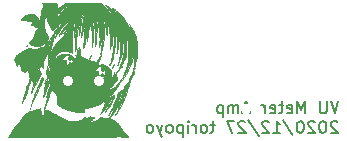
<source format=gbo>
G04 #@! TF.GenerationSoftware,KiCad,Pcbnew,(5.1.6)-1*
G04 #@! TF.CreationDate,2020-12-27T23:26:00+09:00*
G04 #@! TF.ProjectId,VUMeterAmp,56554d65-7465-4724-916d-702e6b696361,rev?*
G04 #@! TF.SameCoordinates,Original*
G04 #@! TF.FileFunction,Legend,Bot*
G04 #@! TF.FilePolarity,Positive*
%FSLAX46Y46*%
G04 Gerber Fmt 4.6, Leading zero omitted, Abs format (unit mm)*
G04 Created by KiCad (PCBNEW (5.1.6)-1) date 2020-12-27 23:26:00*
%MOMM*%
%LPD*%
G01*
G04 APERTURE LIST*
%ADD10C,0.150000*%
%ADD11C,0.010000*%
%ADD12O,2.100000X1.800000*%
%ADD13C,3.300000*%
%ADD14O,1.800000X2.050000*%
%ADD15C,1.540000*%
%ADD16O,1.800000X1.800000*%
%ADD17R,1.800000X1.800000*%
%ADD18C,1.700000*%
%ADD19R,1.700000X1.700000*%
%ADD20C,0.900000*%
G04 APERTURE END LIST*
D10*
X183703261Y-135279380D02*
X183369928Y-136279380D01*
X183036595Y-135279380D01*
X182703261Y-135279380D02*
X182703261Y-136088904D01*
X182655642Y-136184142D01*
X182608023Y-136231761D01*
X182512785Y-136279380D01*
X182322309Y-136279380D01*
X182227071Y-136231761D01*
X182179452Y-136184142D01*
X182131833Y-136088904D01*
X182131833Y-135279380D01*
X180893738Y-136279380D02*
X180893738Y-135279380D01*
X180560404Y-135993666D01*
X180227071Y-135279380D01*
X180227071Y-136279380D01*
X179369928Y-136231761D02*
X179465166Y-136279380D01*
X179655642Y-136279380D01*
X179750880Y-136231761D01*
X179798500Y-136136523D01*
X179798500Y-135755571D01*
X179750880Y-135660333D01*
X179655642Y-135612714D01*
X179465166Y-135612714D01*
X179369928Y-135660333D01*
X179322309Y-135755571D01*
X179322309Y-135850809D01*
X179798500Y-135946047D01*
X179036595Y-135612714D02*
X178655642Y-135612714D01*
X178893738Y-135279380D02*
X178893738Y-136136523D01*
X178846119Y-136231761D01*
X178750880Y-136279380D01*
X178655642Y-136279380D01*
X177941357Y-136231761D02*
X178036595Y-136279380D01*
X178227071Y-136279380D01*
X178322309Y-136231761D01*
X178369928Y-136136523D01*
X178369928Y-135755571D01*
X178322309Y-135660333D01*
X178227071Y-135612714D01*
X178036595Y-135612714D01*
X177941357Y-135660333D01*
X177893738Y-135755571D01*
X177893738Y-135850809D01*
X178369928Y-135946047D01*
X177465166Y-136279380D02*
X177465166Y-135612714D01*
X177465166Y-135803190D02*
X177417547Y-135707952D01*
X177369928Y-135660333D01*
X177274690Y-135612714D01*
X177179452Y-135612714D01*
X176131833Y-135993666D02*
X175655642Y-135993666D01*
X176227071Y-136279380D02*
X175893738Y-135279380D01*
X175560404Y-136279380D01*
X175227071Y-136279380D02*
X175227071Y-135612714D01*
X175227071Y-135707952D02*
X175179452Y-135660333D01*
X175084214Y-135612714D01*
X174941357Y-135612714D01*
X174846119Y-135660333D01*
X174798500Y-135755571D01*
X174798500Y-136279380D01*
X174798500Y-135755571D02*
X174750880Y-135660333D01*
X174655642Y-135612714D01*
X174512785Y-135612714D01*
X174417547Y-135660333D01*
X174369928Y-135755571D01*
X174369928Y-136279380D01*
X173893738Y-135612714D02*
X173893738Y-136612714D01*
X173893738Y-135660333D02*
X173798500Y-135612714D01*
X173608023Y-135612714D01*
X173512785Y-135660333D01*
X173465166Y-135707952D01*
X173417547Y-135803190D01*
X173417547Y-136088904D01*
X173465166Y-136184142D01*
X173512785Y-136231761D01*
X173608023Y-136279380D01*
X173798500Y-136279380D01*
X173893738Y-136231761D01*
X183608023Y-137024619D02*
X183560404Y-136977000D01*
X183465166Y-136929380D01*
X183227071Y-136929380D01*
X183131833Y-136977000D01*
X183084214Y-137024619D01*
X183036595Y-137119857D01*
X183036595Y-137215095D01*
X183084214Y-137357952D01*
X183655642Y-137929380D01*
X183036595Y-137929380D01*
X182417547Y-136929380D02*
X182322309Y-136929380D01*
X182227071Y-136977000D01*
X182179452Y-137024619D01*
X182131833Y-137119857D01*
X182084214Y-137310333D01*
X182084214Y-137548428D01*
X182131833Y-137738904D01*
X182179452Y-137834142D01*
X182227071Y-137881761D01*
X182322309Y-137929380D01*
X182417547Y-137929380D01*
X182512785Y-137881761D01*
X182560404Y-137834142D01*
X182608023Y-137738904D01*
X182655642Y-137548428D01*
X182655642Y-137310333D01*
X182608023Y-137119857D01*
X182560404Y-137024619D01*
X182512785Y-136977000D01*
X182417547Y-136929380D01*
X181703261Y-137024619D02*
X181655642Y-136977000D01*
X181560404Y-136929380D01*
X181322309Y-136929380D01*
X181227071Y-136977000D01*
X181179452Y-137024619D01*
X181131833Y-137119857D01*
X181131833Y-137215095D01*
X181179452Y-137357952D01*
X181750880Y-137929380D01*
X181131833Y-137929380D01*
X180512785Y-136929380D02*
X180417547Y-136929380D01*
X180322309Y-136977000D01*
X180274690Y-137024619D01*
X180227071Y-137119857D01*
X180179452Y-137310333D01*
X180179452Y-137548428D01*
X180227071Y-137738904D01*
X180274690Y-137834142D01*
X180322309Y-137881761D01*
X180417547Y-137929380D01*
X180512785Y-137929380D01*
X180608023Y-137881761D01*
X180655642Y-137834142D01*
X180703261Y-137738904D01*
X180750880Y-137548428D01*
X180750880Y-137310333D01*
X180703261Y-137119857D01*
X180655642Y-137024619D01*
X180608023Y-136977000D01*
X180512785Y-136929380D01*
X179036595Y-136881761D02*
X179893738Y-138167476D01*
X178179452Y-137929380D02*
X178750880Y-137929380D01*
X178465166Y-137929380D02*
X178465166Y-136929380D01*
X178560404Y-137072238D01*
X178655642Y-137167476D01*
X178750880Y-137215095D01*
X177798500Y-137024619D02*
X177750880Y-136977000D01*
X177655642Y-136929380D01*
X177417547Y-136929380D01*
X177322309Y-136977000D01*
X177274690Y-137024619D01*
X177227071Y-137119857D01*
X177227071Y-137215095D01*
X177274690Y-137357952D01*
X177846119Y-137929380D01*
X177227071Y-137929380D01*
X176084214Y-136881761D02*
X176941357Y-138167476D01*
X175798500Y-137024619D02*
X175750880Y-136977000D01*
X175655642Y-136929380D01*
X175417547Y-136929380D01*
X175322309Y-136977000D01*
X175274690Y-137024619D01*
X175227071Y-137119857D01*
X175227071Y-137215095D01*
X175274690Y-137357952D01*
X175846119Y-137929380D01*
X175227071Y-137929380D01*
X174893738Y-136929380D02*
X174227071Y-136929380D01*
X174655642Y-137929380D01*
X173227071Y-137262714D02*
X172846119Y-137262714D01*
X173084214Y-136929380D02*
X173084214Y-137786523D01*
X173036595Y-137881761D01*
X172941357Y-137929380D01*
X172846119Y-137929380D01*
X172369928Y-137929380D02*
X172465166Y-137881761D01*
X172512785Y-137834142D01*
X172560404Y-137738904D01*
X172560404Y-137453190D01*
X172512785Y-137357952D01*
X172465166Y-137310333D01*
X172369928Y-137262714D01*
X172227071Y-137262714D01*
X172131833Y-137310333D01*
X172084214Y-137357952D01*
X172036595Y-137453190D01*
X172036595Y-137738904D01*
X172084214Y-137834142D01*
X172131833Y-137881761D01*
X172227071Y-137929380D01*
X172369928Y-137929380D01*
X171608023Y-137929380D02*
X171608023Y-137262714D01*
X171608023Y-137453190D02*
X171560404Y-137357952D01*
X171512785Y-137310333D01*
X171417547Y-137262714D01*
X171322309Y-137262714D01*
X170988976Y-137929380D02*
X170988976Y-137262714D01*
X170988976Y-136929380D02*
X171036595Y-136977000D01*
X170988976Y-137024619D01*
X170941357Y-136977000D01*
X170988976Y-136929380D01*
X170988976Y-137024619D01*
X170512785Y-137262714D02*
X170512785Y-138262714D01*
X170512785Y-137310333D02*
X170417547Y-137262714D01*
X170227071Y-137262714D01*
X170131833Y-137310333D01*
X170084214Y-137357952D01*
X170036595Y-137453190D01*
X170036595Y-137738904D01*
X170084214Y-137834142D01*
X170131833Y-137881761D01*
X170227071Y-137929380D01*
X170417547Y-137929380D01*
X170512785Y-137881761D01*
X169465166Y-137929380D02*
X169560404Y-137881761D01*
X169608023Y-137834142D01*
X169655642Y-137738904D01*
X169655642Y-137453190D01*
X169608023Y-137357952D01*
X169560404Y-137310333D01*
X169465166Y-137262714D01*
X169322309Y-137262714D01*
X169227071Y-137310333D01*
X169179452Y-137357952D01*
X169131833Y-137453190D01*
X169131833Y-137738904D01*
X169179452Y-137834142D01*
X169227071Y-137881761D01*
X169322309Y-137929380D01*
X169465166Y-137929380D01*
X168798500Y-137262714D02*
X168560404Y-137929380D01*
X168322309Y-137262714D02*
X168560404Y-137929380D01*
X168655642Y-138167476D01*
X168703261Y-138215095D01*
X168798500Y-138262714D01*
X167798500Y-137929380D02*
X167893738Y-137881761D01*
X167941357Y-137834142D01*
X167988976Y-137738904D01*
X167988976Y-137453190D01*
X167941357Y-137357952D01*
X167893738Y-137310333D01*
X167798500Y-137262714D01*
X167655642Y-137262714D01*
X167560404Y-137310333D01*
X167512785Y-137357952D01*
X167465166Y-137453190D01*
X167465166Y-137738904D01*
X167512785Y-137834142D01*
X167560404Y-137881761D01*
X167655642Y-137929380D01*
X167798500Y-137929380D01*
D11*
G36*
X160859282Y-131441203D02*
G01*
X160824688Y-131495750D01*
X160811693Y-131567843D01*
X160823289Y-131642083D01*
X160858200Y-131699000D01*
X160927690Y-131743213D01*
X160994223Y-131739445D01*
X161048267Y-131690526D01*
X161069993Y-131617712D01*
X161055894Y-131538906D01*
X161013912Y-131469952D01*
X160951987Y-131426696D01*
X160912485Y-131419600D01*
X160859282Y-131441203D01*
G37*
X160859282Y-131441203D02*
X160824688Y-131495750D01*
X160811693Y-131567843D01*
X160823289Y-131642083D01*
X160858200Y-131699000D01*
X160927690Y-131743213D01*
X160994223Y-131739445D01*
X161048267Y-131690526D01*
X161069993Y-131617712D01*
X161055894Y-131538906D01*
X161013912Y-131469952D01*
X160951987Y-131426696D01*
X160912485Y-131419600D01*
X160859282Y-131441203D01*
G36*
X160403406Y-131802887D02*
G01*
X160364141Y-131815389D01*
X160345214Y-131846567D01*
X160336986Y-131879142D01*
X160329733Y-131999594D01*
X160351400Y-132130823D01*
X160397312Y-132245500D01*
X160400605Y-132251044D01*
X160475263Y-132336083D01*
X160581994Y-132392815D01*
X160708925Y-132422791D01*
X160785402Y-132430181D01*
X160838702Y-132418398D01*
X160894040Y-132379918D01*
X160916012Y-132360986D01*
X160992225Y-132271120D01*
X161046407Y-132164098D01*
X161046573Y-132163612D01*
X161073215Y-132083753D01*
X161082123Y-132037355D01*
X161070630Y-132009366D01*
X161036071Y-131984734D01*
X161012426Y-131970818D01*
X160961544Y-131943234D01*
X160937396Y-131943458D01*
X160923605Y-131972424D01*
X160922479Y-131975947D01*
X160883670Y-132053127D01*
X160826930Y-132117014D01*
X160766623Y-132152934D01*
X160745994Y-132156200D01*
X160671029Y-132133910D01*
X160620234Y-132070906D01*
X160597344Y-131972981D01*
X160596856Y-131924923D01*
X160602212Y-131800600D01*
X160478224Y-131800600D01*
X160403406Y-131802887D01*
G37*
X160403406Y-131802887D02*
X160364141Y-131815389D01*
X160345214Y-131846567D01*
X160336986Y-131879142D01*
X160329733Y-131999594D01*
X160351400Y-132130823D01*
X160397312Y-132245500D01*
X160400605Y-132251044D01*
X160475263Y-132336083D01*
X160581994Y-132392815D01*
X160708925Y-132422791D01*
X160785402Y-132430181D01*
X160838702Y-132418398D01*
X160894040Y-132379918D01*
X160916012Y-132360986D01*
X160992225Y-132271120D01*
X161046407Y-132164098D01*
X161046573Y-132163612D01*
X161073215Y-132083753D01*
X161082123Y-132037355D01*
X161070630Y-132009366D01*
X161036071Y-131984734D01*
X161012426Y-131970818D01*
X160961544Y-131943234D01*
X160937396Y-131943458D01*
X160923605Y-131972424D01*
X160922479Y-131975947D01*
X160883670Y-132053127D01*
X160826930Y-132117014D01*
X160766623Y-132152934D01*
X160745994Y-132156200D01*
X160671029Y-132133910D01*
X160620234Y-132070906D01*
X160597344Y-131972981D01*
X160596856Y-131924923D01*
X160602212Y-131800600D01*
X160478224Y-131800600D01*
X160403406Y-131802887D01*
G36*
X163637856Y-132350845D02*
G01*
X163589041Y-132392822D01*
X163569256Y-132459692D01*
X163575495Y-132536922D01*
X163604752Y-132609978D01*
X163654022Y-132664327D01*
X163706895Y-132684700D01*
X163775521Y-132672888D01*
X163814845Y-132634598D01*
X163849108Y-132571058D01*
X163849414Y-132511702D01*
X163827200Y-132452296D01*
X163780010Y-132391987D01*
X163713417Y-132353655D01*
X163647282Y-132347940D01*
X163637856Y-132350845D01*
G37*
X163637856Y-132350845D02*
X163589041Y-132392822D01*
X163569256Y-132459692D01*
X163575495Y-132536922D01*
X163604752Y-132609978D01*
X163654022Y-132664327D01*
X163706895Y-132684700D01*
X163775521Y-132672888D01*
X163814845Y-132634598D01*
X163849108Y-132571058D01*
X163849414Y-132511702D01*
X163827200Y-132452296D01*
X163780010Y-132391987D01*
X163713417Y-132353655D01*
X163647282Y-132347940D01*
X163637856Y-132350845D01*
G36*
X163210253Y-132676772D02*
G01*
X163149185Y-132725294D01*
X163100671Y-132813012D01*
X163081754Y-132869173D01*
X163079580Y-132921888D01*
X163094883Y-132991588D01*
X163108753Y-133037394D01*
X163144798Y-133130220D01*
X163191468Y-133194059D01*
X163261379Y-133240180D01*
X163367147Y-133279853D01*
X163387034Y-133285990D01*
X163473828Y-133311214D01*
X163529604Y-133320847D01*
X163571892Y-133314250D01*
X163618225Y-133290783D01*
X163641533Y-133276703D01*
X163704932Y-133219882D01*
X163761271Y-133139635D01*
X163797679Y-133056698D01*
X163804600Y-133014038D01*
X163787345Y-132972877D01*
X163745503Y-132922380D01*
X163742410Y-132919430D01*
X163680220Y-132861005D01*
X163591510Y-132955065D01*
X163509913Y-133019265D01*
X163436920Y-133036384D01*
X163378536Y-133010071D01*
X163340763Y-132943980D01*
X163329603Y-132841761D01*
X163333123Y-132797899D01*
X163338545Y-132729325D01*
X163328154Y-132694625D01*
X163295434Y-132677729D01*
X163283037Y-132674413D01*
X163210253Y-132676772D01*
G37*
X163210253Y-132676772D02*
X163149185Y-132725294D01*
X163100671Y-132813012D01*
X163081754Y-132869173D01*
X163079580Y-132921888D01*
X163094883Y-132991588D01*
X163108753Y-133037394D01*
X163144798Y-133130220D01*
X163191468Y-133194059D01*
X163261379Y-133240180D01*
X163367147Y-133279853D01*
X163387034Y-133285990D01*
X163473828Y-133311214D01*
X163529604Y-133320847D01*
X163571892Y-133314250D01*
X163618225Y-133290783D01*
X163641533Y-133276703D01*
X163704932Y-133219882D01*
X163761271Y-133139635D01*
X163797679Y-133056698D01*
X163804600Y-133014038D01*
X163787345Y-132972877D01*
X163745503Y-132922380D01*
X163742410Y-132919430D01*
X163680220Y-132861005D01*
X163591510Y-132955065D01*
X163509913Y-133019265D01*
X163436920Y-133036384D01*
X163378536Y-133010071D01*
X163340763Y-132943980D01*
X163329603Y-132841761D01*
X163333123Y-132797899D01*
X163338545Y-132729325D01*
X163328154Y-132694625D01*
X163295434Y-132677729D01*
X163283037Y-132674413D01*
X163210253Y-132676772D01*
G36*
X163576000Y-126936500D02*
G01*
X163588700Y-126949200D01*
X163601400Y-126936500D01*
X163588700Y-126923800D01*
X163576000Y-126936500D01*
G37*
X163576000Y-126936500D02*
X163588700Y-126949200D01*
X163601400Y-126936500D01*
X163588700Y-126923800D01*
X163576000Y-126936500D01*
G36*
X164769800Y-127444500D02*
G01*
X164782500Y-127457200D01*
X164795200Y-127444500D01*
X164782500Y-127431800D01*
X164769800Y-127444500D01*
G37*
X164769800Y-127444500D02*
X164782500Y-127457200D01*
X164795200Y-127444500D01*
X164782500Y-127431800D01*
X164769800Y-127444500D01*
G36*
X158369000Y-128358900D02*
G01*
X158381700Y-128371600D01*
X158394400Y-128358900D01*
X158381700Y-128346200D01*
X158369000Y-128358900D01*
G37*
X158369000Y-128358900D02*
X158381700Y-128371600D01*
X158394400Y-128358900D01*
X158381700Y-128346200D01*
X158369000Y-128358900D01*
G36*
X157471978Y-127889753D02*
G01*
X157333906Y-127921036D01*
X157200586Y-127979758D01*
X157059512Y-128067755D01*
X157003131Y-128115969D01*
X156945008Y-128180239D01*
X156893727Y-128248679D01*
X156857868Y-128309400D01*
X156846016Y-128350518D01*
X156849579Y-128358518D01*
X156876987Y-128364489D01*
X156941424Y-128373225D01*
X157029325Y-128382902D01*
X157035500Y-128383517D01*
X157145439Y-128397303D01*
X157280347Y-128418370D01*
X157415645Y-128442792D01*
X157451047Y-128449860D01*
X157553413Y-128470471D01*
X157634456Y-128486079D01*
X157683195Y-128494606D01*
X157692347Y-128495480D01*
X157716454Y-128487086D01*
X157777234Y-128467607D01*
X157862785Y-128440842D01*
X157886400Y-128433533D01*
X158000147Y-128403819D01*
X158116279Y-128382155D01*
X158209919Y-128373167D01*
X158211011Y-128373153D01*
X158345121Y-128371600D01*
X158297036Y-128301750D01*
X158256684Y-128240829D01*
X158203918Y-128158252D01*
X158167554Y-128099993D01*
X158097024Y-128006920D01*
X158013182Y-127942327D01*
X157906585Y-127902319D01*
X157767789Y-127883001D01*
X157633534Y-127879773D01*
X157471978Y-127889753D01*
G37*
X157471978Y-127889753D02*
X157333906Y-127921036D01*
X157200586Y-127979758D01*
X157059512Y-128067755D01*
X157003131Y-128115969D01*
X156945008Y-128180239D01*
X156893727Y-128248679D01*
X156857868Y-128309400D01*
X156846016Y-128350518D01*
X156849579Y-128358518D01*
X156876987Y-128364489D01*
X156941424Y-128373225D01*
X157029325Y-128382902D01*
X157035500Y-128383517D01*
X157145439Y-128397303D01*
X157280347Y-128418370D01*
X157415645Y-128442792D01*
X157451047Y-128449860D01*
X157553413Y-128470471D01*
X157634456Y-128486079D01*
X157683195Y-128494606D01*
X157692347Y-128495480D01*
X157716454Y-128487086D01*
X157777234Y-128467607D01*
X157862785Y-128440842D01*
X157886400Y-128433533D01*
X158000147Y-128403819D01*
X158116279Y-128382155D01*
X158209919Y-128373167D01*
X158211011Y-128373153D01*
X158345121Y-128371600D01*
X158297036Y-128301750D01*
X158256684Y-128240829D01*
X158203918Y-128158252D01*
X158167554Y-128099993D01*
X158097024Y-128006920D01*
X158013182Y-127942327D01*
X157906585Y-127902319D01*
X157767789Y-127883001D01*
X157633534Y-127879773D01*
X157471978Y-127889753D01*
G36*
X165946169Y-128692807D02*
G01*
X165950900Y-128701800D01*
X165974833Y-128726057D01*
X165979299Y-128727200D01*
X165981032Y-128710792D01*
X165976300Y-128701800D01*
X165952368Y-128677542D01*
X165947902Y-128676400D01*
X165946169Y-128692807D01*
G37*
X165946169Y-128692807D02*
X165950900Y-128701800D01*
X165974833Y-128726057D01*
X165979299Y-128727200D01*
X165981032Y-128710792D01*
X165976300Y-128701800D01*
X165952368Y-128677542D01*
X165947902Y-128676400D01*
X165946169Y-128692807D01*
G36*
X157683200Y-128739900D02*
G01*
X157695900Y-128752600D01*
X157708600Y-128739900D01*
X157695900Y-128727200D01*
X157683200Y-128739900D01*
G37*
X157683200Y-128739900D02*
X157695900Y-128752600D01*
X157708600Y-128739900D01*
X157695900Y-128727200D01*
X157683200Y-128739900D01*
G36*
X157708600Y-128790700D02*
G01*
X157721300Y-128803400D01*
X157734000Y-128790700D01*
X157721300Y-128778000D01*
X157708600Y-128790700D01*
G37*
X157708600Y-128790700D02*
X157721300Y-128803400D01*
X157734000Y-128790700D01*
X157721300Y-128778000D01*
X157708600Y-128790700D01*
G36*
X160443358Y-127016745D02*
G01*
X160342415Y-127080888D01*
X160226253Y-127159897D01*
X160119437Y-127237048D01*
X160116098Y-127239563D01*
X159945495Y-127368300D01*
X159944648Y-127516381D01*
X159943800Y-127664463D01*
X160098233Y-127510031D01*
X160168376Y-127443508D01*
X160228768Y-127392466D01*
X160273629Y-127360429D01*
X160297176Y-127350918D01*
X160293628Y-127367455D01*
X160257922Y-127412750D01*
X160140458Y-127548417D01*
X160049267Y-127658609D01*
X159986727Y-127740270D01*
X159955216Y-127790341D01*
X159952833Y-127804899D01*
X159976327Y-127797268D01*
X160014524Y-127758534D01*
X160023640Y-127746827D01*
X160124176Y-127627873D01*
X160245883Y-127507924D01*
X160379590Y-127393866D01*
X160516124Y-127292588D01*
X160646311Y-127210978D01*
X160760980Y-127155921D01*
X160838056Y-127135296D01*
X160947100Y-127122733D01*
X160810959Y-127203175D01*
X160716715Y-127268499D01*
X160600992Y-127363321D01*
X160474328Y-127477700D01*
X160347266Y-127601699D01*
X160230347Y-127725376D01*
X160134112Y-127838794D01*
X160126567Y-127848493D01*
X160010962Y-127998487D01*
X160006962Y-128318393D01*
X160000123Y-128508006D01*
X159985226Y-128663569D01*
X159963052Y-128776961D01*
X159962764Y-128777965D01*
X159941988Y-128854306D01*
X159929794Y-128907421D01*
X159928392Y-128923458D01*
X159941584Y-128906158D01*
X159969245Y-128855469D01*
X159992319Y-128809192D01*
X160032374Y-128736176D01*
X160096681Y-128630437D01*
X160179631Y-128500347D01*
X160275613Y-128354278D01*
X160379019Y-128200604D01*
X160484236Y-128047695D01*
X160585657Y-127903925D01*
X160677669Y-127777666D01*
X160728037Y-127711200D01*
X160867197Y-127542818D01*
X161020587Y-127376782D01*
X161176939Y-127224294D01*
X161324987Y-127096556D01*
X161410492Y-127032747D01*
X161550298Y-126936500D01*
X161075157Y-126929581D01*
X160600016Y-126922664D01*
X160443358Y-127016745D01*
G37*
X160443358Y-127016745D02*
X160342415Y-127080888D01*
X160226253Y-127159897D01*
X160119437Y-127237048D01*
X160116098Y-127239563D01*
X159945495Y-127368300D01*
X159944648Y-127516381D01*
X159943800Y-127664463D01*
X160098233Y-127510031D01*
X160168376Y-127443508D01*
X160228768Y-127392466D01*
X160273629Y-127360429D01*
X160297176Y-127350918D01*
X160293628Y-127367455D01*
X160257922Y-127412750D01*
X160140458Y-127548417D01*
X160049267Y-127658609D01*
X159986727Y-127740270D01*
X159955216Y-127790341D01*
X159952833Y-127804899D01*
X159976327Y-127797268D01*
X160014524Y-127758534D01*
X160023640Y-127746827D01*
X160124176Y-127627873D01*
X160245883Y-127507924D01*
X160379590Y-127393866D01*
X160516124Y-127292588D01*
X160646311Y-127210978D01*
X160760980Y-127155921D01*
X160838056Y-127135296D01*
X160947100Y-127122733D01*
X160810959Y-127203175D01*
X160716715Y-127268499D01*
X160600992Y-127363321D01*
X160474328Y-127477700D01*
X160347266Y-127601699D01*
X160230347Y-127725376D01*
X160134112Y-127838794D01*
X160126567Y-127848493D01*
X160010962Y-127998487D01*
X160006962Y-128318393D01*
X160000123Y-128508006D01*
X159985226Y-128663569D01*
X159963052Y-128776961D01*
X159962764Y-128777965D01*
X159941988Y-128854306D01*
X159929794Y-128907421D01*
X159928392Y-128923458D01*
X159941584Y-128906158D01*
X159969245Y-128855469D01*
X159992319Y-128809192D01*
X160032374Y-128736176D01*
X160096681Y-128630437D01*
X160179631Y-128500347D01*
X160275613Y-128354278D01*
X160379019Y-128200604D01*
X160484236Y-128047695D01*
X160585657Y-127903925D01*
X160677669Y-127777666D01*
X160728037Y-127711200D01*
X160867197Y-127542818D01*
X161020587Y-127376782D01*
X161176939Y-127224294D01*
X161324987Y-127096556D01*
X161410492Y-127032747D01*
X161550298Y-126936500D01*
X161075157Y-126929581D01*
X160600016Y-126922664D01*
X160443358Y-127016745D01*
G36*
X159893000Y-128968500D02*
G01*
X159905700Y-128981200D01*
X159918400Y-128968500D01*
X159905700Y-128955800D01*
X159893000Y-128968500D01*
G37*
X159893000Y-128968500D02*
X159905700Y-128981200D01*
X159918400Y-128968500D01*
X159905700Y-128955800D01*
X159893000Y-128968500D01*
G36*
X166014400Y-128993900D02*
G01*
X166027100Y-129006600D01*
X166039800Y-128993900D01*
X166027100Y-128981200D01*
X166014400Y-128993900D01*
G37*
X166014400Y-128993900D02*
X166027100Y-129006600D01*
X166039800Y-128993900D01*
X166027100Y-128981200D01*
X166014400Y-128993900D01*
G36*
X159867600Y-129019300D02*
G01*
X159880300Y-129032000D01*
X159893000Y-129019300D01*
X159880300Y-129006600D01*
X159867600Y-129019300D01*
G37*
X159867600Y-129019300D02*
X159880300Y-129032000D01*
X159893000Y-129019300D01*
X159880300Y-129006600D01*
X159867600Y-129019300D01*
G36*
X159842200Y-129070100D02*
G01*
X159854900Y-129082800D01*
X159867600Y-129070100D01*
X159854900Y-129057400D01*
X159842200Y-129070100D01*
G37*
X159842200Y-129070100D02*
X159854900Y-129082800D01*
X159867600Y-129070100D01*
X159854900Y-129057400D01*
X159842200Y-129070100D01*
G36*
X158607633Y-128519591D02*
G01*
X158519121Y-128574398D01*
X158438608Y-128650768D01*
X158380797Y-128736449D01*
X158368866Y-128765708D01*
X158356133Y-128875554D01*
X158383368Y-128983742D01*
X158444185Y-129069181D01*
X158518070Y-129110906D01*
X158607236Y-129127571D01*
X158691062Y-129117595D01*
X158738004Y-129091695D01*
X158760548Y-129066023D01*
X158774680Y-129032397D01*
X158781801Y-128980240D01*
X158783313Y-128898975D01*
X158780619Y-128778024D01*
X158780427Y-128771650D01*
X158772132Y-128498600D01*
X158689438Y-128498600D01*
X158607633Y-128519591D01*
G37*
X158607633Y-128519591D02*
X158519121Y-128574398D01*
X158438608Y-128650768D01*
X158380797Y-128736449D01*
X158368866Y-128765708D01*
X158356133Y-128875554D01*
X158383368Y-128983742D01*
X158444185Y-129069181D01*
X158518070Y-129110906D01*
X158607236Y-129127571D01*
X158691062Y-129117595D01*
X158738004Y-129091695D01*
X158760548Y-129066023D01*
X158774680Y-129032397D01*
X158781801Y-128980240D01*
X158783313Y-128898975D01*
X158780619Y-128778024D01*
X158780427Y-128771650D01*
X158772132Y-128498600D01*
X158689438Y-128498600D01*
X158607633Y-128519591D01*
G36*
X158657925Y-127003174D02*
G01*
X158669347Y-127073342D01*
X158673800Y-127125072D01*
X158696801Y-127163686D01*
X158757062Y-127197682D01*
X158760121Y-127198808D01*
X158828317Y-127237887D01*
X158910244Y-127305003D01*
X158991111Y-127386157D01*
X159056126Y-127467349D01*
X159073818Y-127495693D01*
X159093492Y-127523363D01*
X159116113Y-127522864D01*
X159155231Y-127490703D01*
X159177833Y-127468872D01*
X159243533Y-127411170D01*
X159310244Y-127362736D01*
X159367091Y-127330153D01*
X159403197Y-127320003D01*
X159410400Y-127328111D01*
X159390068Y-127356770D01*
X159340849Y-127390241D01*
X159337971Y-127391750D01*
X159276801Y-127434097D01*
X159207674Y-127496837D01*
X159182055Y-127524290D01*
X159124634Y-127602951D01*
X159060276Y-127711566D01*
X158996605Y-127834743D01*
X158941246Y-127957091D01*
X158901827Y-128063215D01*
X158888125Y-128117600D01*
X158873272Y-128206500D01*
X158927701Y-128144356D01*
X158969539Y-128108237D01*
X159000273Y-128112594D01*
X159022919Y-128160731D01*
X159040491Y-128255956D01*
X159042313Y-128270000D01*
X159063891Y-128399995D01*
X159092433Y-128513527D01*
X159124184Y-128597163D01*
X159141693Y-128625600D01*
X159168356Y-128672794D01*
X159197940Y-128745430D01*
X159207329Y-128773397D01*
X159240544Y-128859442D01*
X159286852Y-128955107D01*
X159339363Y-129048786D01*
X159391184Y-129128871D01*
X159435426Y-129183755D01*
X159461736Y-129201898D01*
X159514240Y-129196924D01*
X159555898Y-129184116D01*
X159614822Y-129146017D01*
X159689255Y-129078961D01*
X159766661Y-128996346D01*
X159834501Y-128911571D01*
X159880239Y-128838034D01*
X159880761Y-128836941D01*
X159931879Y-128684574D01*
X159958822Y-128503582D01*
X159962936Y-128305700D01*
X159945565Y-128102666D01*
X159908055Y-127906217D01*
X159851752Y-127728088D01*
X159778001Y-127580017D01*
X159729110Y-127514063D01*
X159660274Y-127444828D01*
X159590101Y-127388587D01*
X159551310Y-127365906D01*
X159506852Y-127342656D01*
X159510375Y-127332081D01*
X159521702Y-127331194D01*
X159596035Y-127350489D01*
X159681510Y-127404592D01*
X159764754Y-127483820D01*
X159806919Y-127537723D01*
X159880300Y-127643868D01*
X159887940Y-127468670D01*
X159885525Y-127342389D01*
X159870987Y-127201529D01*
X159854458Y-127108636D01*
X159813335Y-126923800D01*
X158642050Y-126923800D01*
X158657925Y-127003174D01*
G37*
X158657925Y-127003174D02*
X158669347Y-127073342D01*
X158673800Y-127125072D01*
X158696801Y-127163686D01*
X158757062Y-127197682D01*
X158760121Y-127198808D01*
X158828317Y-127237887D01*
X158910244Y-127305003D01*
X158991111Y-127386157D01*
X159056126Y-127467349D01*
X159073818Y-127495693D01*
X159093492Y-127523363D01*
X159116113Y-127522864D01*
X159155231Y-127490703D01*
X159177833Y-127468872D01*
X159243533Y-127411170D01*
X159310244Y-127362736D01*
X159367091Y-127330153D01*
X159403197Y-127320003D01*
X159410400Y-127328111D01*
X159390068Y-127356770D01*
X159340849Y-127390241D01*
X159337971Y-127391750D01*
X159276801Y-127434097D01*
X159207674Y-127496837D01*
X159182055Y-127524290D01*
X159124634Y-127602951D01*
X159060276Y-127711566D01*
X158996605Y-127834743D01*
X158941246Y-127957091D01*
X158901827Y-128063215D01*
X158888125Y-128117600D01*
X158873272Y-128206500D01*
X158927701Y-128144356D01*
X158969539Y-128108237D01*
X159000273Y-128112594D01*
X159022919Y-128160731D01*
X159040491Y-128255956D01*
X159042313Y-128270000D01*
X159063891Y-128399995D01*
X159092433Y-128513527D01*
X159124184Y-128597163D01*
X159141693Y-128625600D01*
X159168356Y-128672794D01*
X159197940Y-128745430D01*
X159207329Y-128773397D01*
X159240544Y-128859442D01*
X159286852Y-128955107D01*
X159339363Y-129048786D01*
X159391184Y-129128871D01*
X159435426Y-129183755D01*
X159461736Y-129201898D01*
X159514240Y-129196924D01*
X159555898Y-129184116D01*
X159614822Y-129146017D01*
X159689255Y-129078961D01*
X159766661Y-128996346D01*
X159834501Y-128911571D01*
X159880239Y-128838034D01*
X159880761Y-128836941D01*
X159931879Y-128684574D01*
X159958822Y-128503582D01*
X159962936Y-128305700D01*
X159945565Y-128102666D01*
X159908055Y-127906217D01*
X159851752Y-127728088D01*
X159778001Y-127580017D01*
X159729110Y-127514063D01*
X159660274Y-127444828D01*
X159590101Y-127388587D01*
X159551310Y-127365906D01*
X159506852Y-127342656D01*
X159510375Y-127332081D01*
X159521702Y-127331194D01*
X159596035Y-127350489D01*
X159681510Y-127404592D01*
X159764754Y-127483820D01*
X159806919Y-127537723D01*
X159880300Y-127643868D01*
X159887940Y-127468670D01*
X159885525Y-127342389D01*
X159870987Y-127201529D01*
X159854458Y-127108636D01*
X159813335Y-126923800D01*
X158642050Y-126923800D01*
X158657925Y-127003174D01*
G36*
X161730267Y-129650066D02*
G01*
X161727227Y-129680210D01*
X161730267Y-129683933D01*
X161745367Y-129680446D01*
X161747200Y-129667000D01*
X161737907Y-129646092D01*
X161730267Y-129650066D01*
G37*
X161730267Y-129650066D02*
X161727227Y-129680210D01*
X161730267Y-129683933D01*
X161745367Y-129680446D01*
X161747200Y-129667000D01*
X161737907Y-129646092D01*
X161730267Y-129650066D01*
G36*
X158684505Y-127258306D02*
G01*
X158658846Y-127291975D01*
X158621583Y-127369761D01*
X158582894Y-127486683D01*
X158545519Y-127631248D01*
X158512201Y-127791964D01*
X158485680Y-127957338D01*
X158472180Y-128074489D01*
X158457570Y-128213312D01*
X158440178Y-128309301D01*
X158414170Y-128370328D01*
X158373713Y-128404268D01*
X158312973Y-128418995D01*
X158226118Y-128422381D01*
X158214421Y-128422400D01*
X158116218Y-128429598D01*
X158006970Y-128448740D01*
X157899461Y-128476143D01*
X157806473Y-128508127D01*
X157740788Y-128541009D01*
X157716348Y-128565845D01*
X157715128Y-128635891D01*
X157755303Y-128715839D01*
X157830224Y-128799087D01*
X157933245Y-128879029D01*
X158057717Y-128949063D01*
X158135057Y-128981770D01*
X158214134Y-129012090D01*
X158273354Y-129036145D01*
X158295865Y-129046593D01*
X158288675Y-129068261D01*
X158251469Y-129113720D01*
X158192312Y-129173118D01*
X158115886Y-129256617D01*
X158049765Y-129349599D01*
X158019040Y-129407570D01*
X157976605Y-129509535D01*
X157955388Y-129575215D01*
X157957597Y-129615433D01*
X157985438Y-129641013D01*
X158041117Y-129662779D01*
X158073223Y-129673350D01*
X158164563Y-129701535D01*
X158229264Y-129712993D01*
X158288433Y-129708346D01*
X158363179Y-129688216D01*
X158381700Y-129682435D01*
X158555138Y-129609433D01*
X158702463Y-129510576D01*
X158812814Y-129393471D01*
X158829207Y-129368986D01*
X158861685Y-129307280D01*
X158865450Y-129255765D01*
X158848300Y-129197536D01*
X158822711Y-129134466D01*
X158799262Y-129113491D01*
X158764425Y-129128379D01*
X158738796Y-129147107D01*
X158653499Y-129183340D01*
X158559749Y-129178643D01*
X158467267Y-129139524D01*
X158385775Y-129072490D01*
X158324996Y-128984048D01*
X158294650Y-128880706D01*
X158292931Y-128848665D01*
X158315196Y-128756720D01*
X158373976Y-128659860D01*
X158457828Y-128569917D01*
X158555305Y-128498721D01*
X158654964Y-128458104D01*
X158674025Y-128454708D01*
X158740308Y-128441113D01*
X158769502Y-128417688D01*
X158775400Y-128381259D01*
X158784612Y-128319172D01*
X158809225Y-128223822D01*
X158844707Y-128108671D01*
X158886526Y-127987181D01*
X158930150Y-127872813D01*
X158971047Y-127779032D01*
X158991165Y-127740357D01*
X159028521Y-127666659D01*
X159051410Y-127604534D01*
X159054800Y-127583888D01*
X159036835Y-127530229D01*
X158990560Y-127458328D01*
X158927408Y-127381585D01*
X158858814Y-127313399D01*
X158796209Y-127267169D01*
X158777068Y-127258387D01*
X158719597Y-127243940D01*
X158684505Y-127258306D01*
G37*
X158684505Y-127258306D02*
X158658846Y-127291975D01*
X158621583Y-127369761D01*
X158582894Y-127486683D01*
X158545519Y-127631248D01*
X158512201Y-127791964D01*
X158485680Y-127957338D01*
X158472180Y-128074489D01*
X158457570Y-128213312D01*
X158440178Y-128309301D01*
X158414170Y-128370328D01*
X158373713Y-128404268D01*
X158312973Y-128418995D01*
X158226118Y-128422381D01*
X158214421Y-128422400D01*
X158116218Y-128429598D01*
X158006970Y-128448740D01*
X157899461Y-128476143D01*
X157806473Y-128508127D01*
X157740788Y-128541009D01*
X157716348Y-128565845D01*
X157715128Y-128635891D01*
X157755303Y-128715839D01*
X157830224Y-128799087D01*
X157933245Y-128879029D01*
X158057717Y-128949063D01*
X158135057Y-128981770D01*
X158214134Y-129012090D01*
X158273354Y-129036145D01*
X158295865Y-129046593D01*
X158288675Y-129068261D01*
X158251469Y-129113720D01*
X158192312Y-129173118D01*
X158115886Y-129256617D01*
X158049765Y-129349599D01*
X158019040Y-129407570D01*
X157976605Y-129509535D01*
X157955388Y-129575215D01*
X157957597Y-129615433D01*
X157985438Y-129641013D01*
X158041117Y-129662779D01*
X158073223Y-129673350D01*
X158164563Y-129701535D01*
X158229264Y-129712993D01*
X158288433Y-129708346D01*
X158363179Y-129688216D01*
X158381700Y-129682435D01*
X158555138Y-129609433D01*
X158702463Y-129510576D01*
X158812814Y-129393471D01*
X158829207Y-129368986D01*
X158861685Y-129307280D01*
X158865450Y-129255765D01*
X158848300Y-129197536D01*
X158822711Y-129134466D01*
X158799262Y-129113491D01*
X158764425Y-129128379D01*
X158738796Y-129147107D01*
X158653499Y-129183340D01*
X158559749Y-129178643D01*
X158467267Y-129139524D01*
X158385775Y-129072490D01*
X158324996Y-128984048D01*
X158294650Y-128880706D01*
X158292931Y-128848665D01*
X158315196Y-128756720D01*
X158373976Y-128659860D01*
X158457828Y-128569917D01*
X158555305Y-128498721D01*
X158654964Y-128458104D01*
X158674025Y-128454708D01*
X158740308Y-128441113D01*
X158769502Y-128417688D01*
X158775400Y-128381259D01*
X158784612Y-128319172D01*
X158809225Y-128223822D01*
X158844707Y-128108671D01*
X158886526Y-127987181D01*
X158930150Y-127872813D01*
X158971047Y-127779032D01*
X158991165Y-127740357D01*
X159028521Y-127666659D01*
X159051410Y-127604534D01*
X159054800Y-127583888D01*
X159036835Y-127530229D01*
X158990560Y-127458328D01*
X158927408Y-127381585D01*
X158858814Y-127313399D01*
X158796209Y-127267169D01*
X158777068Y-127258387D01*
X158719597Y-127243940D01*
X158684505Y-127258306D01*
G36*
X161161400Y-128997645D02*
G01*
X161098366Y-129042881D01*
X161013168Y-129110753D01*
X160913162Y-129195109D01*
X160805704Y-129289796D01*
X160698147Y-129388660D01*
X160630578Y-129453308D01*
X160364856Y-129712308D01*
X160592595Y-129715371D01*
X160718942Y-129719826D01*
X160847805Y-129728858D01*
X160955066Y-129740691D01*
X160972617Y-129743369D01*
X161053026Y-129756496D01*
X161109174Y-129765584D01*
X161127445Y-129768452D01*
X161130732Y-129744835D01*
X161137850Y-129680294D01*
X161147776Y-129584472D01*
X161159489Y-129467011D01*
X161160426Y-129457450D01*
X161176749Y-129289009D01*
X161188335Y-129164734D01*
X161195648Y-129078255D01*
X161199146Y-129023205D01*
X161199292Y-128993215D01*
X161196548Y-128981918D01*
X161194916Y-128981200D01*
X161161400Y-128997645D01*
G37*
X161161400Y-128997645D02*
X161098366Y-129042881D01*
X161013168Y-129110753D01*
X160913162Y-129195109D01*
X160805704Y-129289796D01*
X160698147Y-129388660D01*
X160630578Y-129453308D01*
X160364856Y-129712308D01*
X160592595Y-129715371D01*
X160718942Y-129719826D01*
X160847805Y-129728858D01*
X160955066Y-129740691D01*
X160972617Y-129743369D01*
X161053026Y-129756496D01*
X161109174Y-129765584D01*
X161127445Y-129768452D01*
X161130732Y-129744835D01*
X161137850Y-129680294D01*
X161147776Y-129584472D01*
X161159489Y-129467011D01*
X161160426Y-129457450D01*
X161176749Y-129289009D01*
X161188335Y-129164734D01*
X161195648Y-129078255D01*
X161199146Y-129023205D01*
X161199292Y-128993215D01*
X161196548Y-128981918D01*
X161194916Y-128981200D01*
X161161400Y-128997645D01*
G36*
X159664400Y-129882900D02*
G01*
X159677100Y-129895600D01*
X159689800Y-129882900D01*
X159677100Y-129870200D01*
X159664400Y-129882900D01*
G37*
X159664400Y-129882900D02*
X159677100Y-129895600D01*
X159689800Y-129882900D01*
X159677100Y-129870200D01*
X159664400Y-129882900D01*
G36*
X157276800Y-130543300D02*
G01*
X157289500Y-130556000D01*
X157302200Y-130543300D01*
X157289500Y-130530600D01*
X157276800Y-130543300D01*
G37*
X157276800Y-130543300D02*
X157289500Y-130556000D01*
X157302200Y-130543300D01*
X157289500Y-130530600D01*
X157276800Y-130543300D01*
G36*
X158774030Y-129503314D02*
G01*
X158652193Y-129603210D01*
X158507638Y-129681641D01*
X158357873Y-129730607D01*
X158248974Y-129743200D01*
X158162419Y-129738783D01*
X158091597Y-129727490D01*
X158065748Y-129718628D01*
X158038450Y-129713150D01*
X158002617Y-129727457D01*
X157950735Y-129766661D01*
X157875292Y-129835875D01*
X157832468Y-129877378D01*
X157742494Y-129972122D01*
X157658294Y-130072487D01*
X157592761Y-130162630D01*
X157571343Y-130198316D01*
X157497586Y-130335932D01*
X157576560Y-130406495D01*
X157687475Y-130478047D01*
X157832206Y-130531861D01*
X157996169Y-130565628D01*
X158164781Y-130577039D01*
X158323456Y-130563787D01*
X158417791Y-130539665D01*
X158546950Y-130482669D01*
X158678754Y-130403941D01*
X158806449Y-130309986D01*
X158923278Y-130207309D01*
X159022487Y-130102414D01*
X159097320Y-130001806D01*
X159141022Y-129911990D01*
X159146837Y-129839470D01*
X159146468Y-129838043D01*
X159124898Y-129792456D01*
X159080443Y-129719611D01*
X159021223Y-129632488D01*
X158995982Y-129597580D01*
X158860731Y-129413860D01*
X158774030Y-129503314D01*
G37*
X158774030Y-129503314D02*
X158652193Y-129603210D01*
X158507638Y-129681641D01*
X158357873Y-129730607D01*
X158248974Y-129743200D01*
X158162419Y-129738783D01*
X158091597Y-129727490D01*
X158065748Y-129718628D01*
X158038450Y-129713150D01*
X158002617Y-129727457D01*
X157950735Y-129766661D01*
X157875292Y-129835875D01*
X157832468Y-129877378D01*
X157742494Y-129972122D01*
X157658294Y-130072487D01*
X157592761Y-130162630D01*
X157571343Y-130198316D01*
X157497586Y-130335932D01*
X157576560Y-130406495D01*
X157687475Y-130478047D01*
X157832206Y-130531861D01*
X157996169Y-130565628D01*
X158164781Y-130577039D01*
X158323456Y-130563787D01*
X158417791Y-130539665D01*
X158546950Y-130482669D01*
X158678754Y-130403941D01*
X158806449Y-130309986D01*
X158923278Y-130207309D01*
X159022487Y-130102414D01*
X159097320Y-130001806D01*
X159141022Y-129911990D01*
X159146837Y-129839470D01*
X159146468Y-129838043D01*
X159124898Y-129792456D01*
X159080443Y-129719611D01*
X159021223Y-129632488D01*
X158995982Y-129597580D01*
X158860731Y-129413860D01*
X158774030Y-129503314D01*
G36*
X162822049Y-130627437D02*
G01*
X162819021Y-130667134D01*
X162824055Y-130676120D01*
X162835599Y-130668545D01*
X162837395Y-130642783D01*
X162831192Y-130615680D01*
X162822049Y-130627437D01*
G37*
X162822049Y-130627437D02*
X162819021Y-130667134D01*
X162824055Y-130676120D01*
X162835599Y-130668545D01*
X162837395Y-130642783D01*
X162831192Y-130615680D01*
X162822049Y-130627437D01*
G36*
X161645600Y-130771900D02*
G01*
X161658300Y-130784600D01*
X161671000Y-130771900D01*
X161658300Y-130759200D01*
X161645600Y-130771900D01*
G37*
X161645600Y-130771900D02*
X161658300Y-130784600D01*
X161671000Y-130771900D01*
X161658300Y-130759200D01*
X161645600Y-130771900D01*
G36*
X161427165Y-129934938D02*
G01*
X161414826Y-129949048D01*
X161405297Y-129990304D01*
X161398893Y-130072630D01*
X161395624Y-130186392D01*
X161395503Y-130321955D01*
X161398541Y-130469685D01*
X161404751Y-130619947D01*
X161413831Y-130759200D01*
X161431020Y-130975100D01*
X161450843Y-130721100D01*
X161462604Y-130582090D01*
X161476634Y-130433460D01*
X161490457Y-130301012D01*
X161494633Y-130264566D01*
X161506077Y-130160702D01*
X161514548Y-130070172D01*
X161518492Y-130009930D01*
X161518600Y-130003419D01*
X161502763Y-129952278D01*
X161466606Y-129926476D01*
X161427165Y-129934938D01*
G37*
X161427165Y-129934938D02*
X161414826Y-129949048D01*
X161405297Y-129990304D01*
X161398893Y-130072630D01*
X161395624Y-130186392D01*
X161395503Y-130321955D01*
X161398541Y-130469685D01*
X161404751Y-130619947D01*
X161413831Y-130759200D01*
X161431020Y-130975100D01*
X161450843Y-130721100D01*
X161462604Y-130582090D01*
X161476634Y-130433460D01*
X161490457Y-130301012D01*
X161494633Y-130264566D01*
X161506077Y-130160702D01*
X161514548Y-130070172D01*
X161518492Y-130009930D01*
X161518600Y-130003419D01*
X161502763Y-129952278D01*
X161466606Y-129926476D01*
X161427165Y-129934938D01*
G36*
X164905267Y-131148666D02*
G01*
X164902227Y-131178810D01*
X164905267Y-131182533D01*
X164920367Y-131179046D01*
X164922200Y-131165600D01*
X164912907Y-131144692D01*
X164905267Y-131148666D01*
G37*
X164905267Y-131148666D02*
X164902227Y-131178810D01*
X164905267Y-131182533D01*
X164920367Y-131179046D01*
X164922200Y-131165600D01*
X164912907Y-131144692D01*
X164905267Y-131148666D01*
G36*
X163525200Y-131203700D02*
G01*
X163537900Y-131216400D01*
X163550600Y-131203700D01*
X163537900Y-131191000D01*
X163525200Y-131203700D01*
G37*
X163525200Y-131203700D02*
X163537900Y-131216400D01*
X163550600Y-131203700D01*
X163537900Y-131191000D01*
X163525200Y-131203700D01*
G36*
X163609867Y-131174066D02*
G01*
X163606827Y-131204210D01*
X163609867Y-131207933D01*
X163624967Y-131204446D01*
X163626800Y-131191000D01*
X163617507Y-131170092D01*
X163609867Y-131174066D01*
G37*
X163609867Y-131174066D02*
X163606827Y-131204210D01*
X163609867Y-131207933D01*
X163624967Y-131204446D01*
X163626800Y-131191000D01*
X163617507Y-131170092D01*
X163609867Y-131174066D01*
G36*
X164592000Y-131559300D02*
G01*
X164604700Y-131572000D01*
X164617400Y-131559300D01*
X164604700Y-131546600D01*
X164592000Y-131559300D01*
G37*
X164592000Y-131559300D02*
X164604700Y-131572000D01*
X164617400Y-131559300D01*
X164604700Y-131546600D01*
X164592000Y-131559300D01*
G36*
X164575067Y-131605866D02*
G01*
X164572027Y-131636010D01*
X164575067Y-131639733D01*
X164590167Y-131636246D01*
X164592000Y-131622800D01*
X164582707Y-131601892D01*
X164575067Y-131605866D01*
G37*
X164575067Y-131605866D02*
X164572027Y-131636010D01*
X164575067Y-131639733D01*
X164590167Y-131636246D01*
X164592000Y-131622800D01*
X164582707Y-131601892D01*
X164575067Y-131605866D01*
G36*
X164600397Y-131019682D02*
G01*
X164596128Y-131043602D01*
X164587486Y-131089748D01*
X164569997Y-131174031D01*
X164546085Y-131285051D01*
X164518171Y-131411412D01*
X164513897Y-131430502D01*
X164487315Y-131552477D01*
X164466377Y-131655315D01*
X164452891Y-131729590D01*
X164448666Y-131765876D01*
X164449159Y-131767825D01*
X164463087Y-131751819D01*
X164489514Y-131701159D01*
X164511903Y-131651629D01*
X164543651Y-131569269D01*
X164581930Y-131457455D01*
X164620136Y-131335803D01*
X164633233Y-131291175D01*
X164663921Y-131182315D01*
X164681053Y-131111728D01*
X164685384Y-131068944D01*
X164677667Y-131043495D01*
X164658656Y-131024909D01*
X164652720Y-131020472D01*
X164615863Y-130999675D01*
X164600397Y-131019682D01*
G37*
X164600397Y-131019682D02*
X164596128Y-131043602D01*
X164587486Y-131089748D01*
X164569997Y-131174031D01*
X164546085Y-131285051D01*
X164518171Y-131411412D01*
X164513897Y-131430502D01*
X164487315Y-131552477D01*
X164466377Y-131655315D01*
X164452891Y-131729590D01*
X164448666Y-131765876D01*
X164449159Y-131767825D01*
X164463087Y-131751819D01*
X164489514Y-131701159D01*
X164511903Y-131651629D01*
X164543651Y-131569269D01*
X164581930Y-131457455D01*
X164620136Y-131335803D01*
X164633233Y-131291175D01*
X164663921Y-131182315D01*
X164681053Y-131111728D01*
X164685384Y-131068944D01*
X164677667Y-131043495D01*
X164658656Y-131024909D01*
X164652720Y-131020472D01*
X164615863Y-130999675D01*
X164600397Y-131019682D01*
G36*
X164550284Y-131695651D02*
G01*
X164516442Y-131750283D01*
X164495182Y-131787900D01*
X164446961Y-131872421D01*
X164400892Y-131949410D01*
X164379962Y-131982397D01*
X164352667Y-132039568D01*
X164362767Y-132066908D01*
X164386778Y-132053908D01*
X164424242Y-131999167D01*
X164471185Y-131908658D01*
X164478447Y-131893125D01*
X164526904Y-131785021D01*
X164555223Y-131714852D01*
X164563114Y-131684452D01*
X164550284Y-131695651D01*
G37*
X164550284Y-131695651D02*
X164516442Y-131750283D01*
X164495182Y-131787900D01*
X164446961Y-131872421D01*
X164400892Y-131949410D01*
X164379962Y-131982397D01*
X164352667Y-132039568D01*
X164362767Y-132066908D01*
X164386778Y-132053908D01*
X164424242Y-131999167D01*
X164471185Y-131908658D01*
X164478447Y-131893125D01*
X164526904Y-131785021D01*
X164555223Y-131714852D01*
X164563114Y-131684452D01*
X164550284Y-131695651D01*
G36*
X165186729Y-131405379D02*
G01*
X165171809Y-131451054D01*
X165154789Y-131537001D01*
X165151594Y-131555041D01*
X165126252Y-131677339D01*
X165091942Y-131815472D01*
X165060027Y-131926510D01*
X165033073Y-132016746D01*
X165015007Y-132086217D01*
X165008948Y-132122635D01*
X165009617Y-132125083D01*
X165022141Y-132107330D01*
X165047990Y-132052095D01*
X165082611Y-131969448D01*
X165101017Y-131922972D01*
X165145306Y-131805611D01*
X165188270Y-131685750D01*
X165221904Y-131585846D01*
X165227013Y-131569565D01*
X165250497Y-131489187D01*
X165258038Y-131443202D01*
X165249649Y-131417773D01*
X165227181Y-131400207D01*
X165203777Y-131391316D01*
X165186729Y-131405379D01*
G37*
X165186729Y-131405379D02*
X165171809Y-131451054D01*
X165154789Y-131537001D01*
X165151594Y-131555041D01*
X165126252Y-131677339D01*
X165091942Y-131815472D01*
X165060027Y-131926510D01*
X165033073Y-132016746D01*
X165015007Y-132086217D01*
X165008948Y-132122635D01*
X165009617Y-132125083D01*
X165022141Y-132107330D01*
X165047990Y-132052095D01*
X165082611Y-131969448D01*
X165101017Y-131922972D01*
X165145306Y-131805611D01*
X165188270Y-131685750D01*
X165221904Y-131585846D01*
X165227013Y-131569565D01*
X165250497Y-131489187D01*
X165258038Y-131443202D01*
X165249649Y-131417773D01*
X165227181Y-131400207D01*
X165203777Y-131391316D01*
X165186729Y-131405379D01*
G36*
X164973000Y-132168900D02*
G01*
X164985700Y-132181600D01*
X164998400Y-132168900D01*
X164985700Y-132156200D01*
X164973000Y-132168900D01*
G37*
X164973000Y-132168900D02*
X164985700Y-132181600D01*
X164998400Y-132168900D01*
X164985700Y-132156200D01*
X164973000Y-132168900D01*
G36*
X164279986Y-132113171D02*
G01*
X164278576Y-132116639D01*
X164285490Y-132159556D01*
X164309196Y-132179777D01*
X164343481Y-132190082D01*
X164351315Y-132160875D01*
X164350702Y-132149865D01*
X164335002Y-132100849D01*
X164306738Y-132086456D01*
X164279986Y-132113171D01*
G37*
X164279986Y-132113171D02*
X164278576Y-132116639D01*
X164285490Y-132159556D01*
X164309196Y-132179777D01*
X164343481Y-132190082D01*
X164351315Y-132160875D01*
X164350702Y-132149865D01*
X164335002Y-132100849D01*
X164306738Y-132086456D01*
X164279986Y-132113171D01*
G36*
X156348047Y-131734178D02*
G01*
X156314269Y-131759285D01*
X156303554Y-131790253D01*
X156313412Y-131841263D01*
X156346294Y-131922434D01*
X156361939Y-131956135D01*
X156400663Y-132045666D01*
X156428219Y-132124023D01*
X156438580Y-132173750D01*
X156445913Y-132225009D01*
X156470078Y-132236339D01*
X156514402Y-132206737D01*
X156582210Y-132135199D01*
X156587785Y-132128754D01*
X156696190Y-132002904D01*
X156641805Y-131914906D01*
X156571111Y-131824266D01*
X156492365Y-131760975D01*
X156414900Y-131729468D01*
X156348047Y-131734178D01*
G37*
X156348047Y-131734178D02*
X156314269Y-131759285D01*
X156303554Y-131790253D01*
X156313412Y-131841263D01*
X156346294Y-131922434D01*
X156361939Y-131956135D01*
X156400663Y-132045666D01*
X156428219Y-132124023D01*
X156438580Y-132173750D01*
X156445913Y-132225009D01*
X156470078Y-132236339D01*
X156514402Y-132206737D01*
X156582210Y-132135199D01*
X156587785Y-132128754D01*
X156696190Y-132002904D01*
X156641805Y-131914906D01*
X156571111Y-131824266D01*
X156492365Y-131760975D01*
X156414900Y-131729468D01*
X156348047Y-131734178D01*
G36*
X165328600Y-132321300D02*
G01*
X165341300Y-132334000D01*
X165354000Y-132321300D01*
X165341300Y-132308600D01*
X165328600Y-132321300D01*
G37*
X165328600Y-132321300D02*
X165341300Y-132334000D01*
X165354000Y-132321300D01*
X165341300Y-132308600D01*
X165328600Y-132321300D01*
G36*
X159718210Y-129235200D02*
G01*
X159647162Y-129321033D01*
X159608518Y-129385602D01*
X159603365Y-129417268D01*
X159594743Y-129462504D01*
X159556163Y-129525733D01*
X159535624Y-129550843D01*
X159490208Y-129610475D01*
X159461635Y-129673812D01*
X159443198Y-129759098D01*
X159434488Y-129825974D01*
X159413890Y-129959253D01*
X159380205Y-130125478D01*
X159337145Y-130310091D01*
X159288420Y-130498537D01*
X159237741Y-130676258D01*
X159188819Y-130828697D01*
X159157254Y-130913435D01*
X159125416Y-130994890D01*
X159103816Y-131063563D01*
X159090480Y-131132847D01*
X159083432Y-131216137D01*
X159080697Y-131326827D01*
X159080288Y-131435322D01*
X159087019Y-131668204D01*
X159106346Y-131888867D01*
X159136782Y-132085995D01*
X159176841Y-132248275D01*
X159193299Y-132295900D01*
X159232048Y-132397500D01*
X159223848Y-132257800D01*
X159221524Y-132147573D01*
X159224274Y-131999133D01*
X159231358Y-131824734D01*
X159242031Y-131636628D01*
X159255551Y-131447069D01*
X159271178Y-131268310D01*
X159288167Y-131112604D01*
X159297372Y-131044278D01*
X159362329Y-130648406D01*
X159435612Y-130292469D01*
X159520008Y-129965904D01*
X159618305Y-129658149D01*
X159733289Y-129358642D01*
X159757037Y-129302299D01*
X159845393Y-129095500D01*
X159718210Y-129235200D01*
G37*
X159718210Y-129235200D02*
X159647162Y-129321033D01*
X159608518Y-129385602D01*
X159603365Y-129417268D01*
X159594743Y-129462504D01*
X159556163Y-129525733D01*
X159535624Y-129550843D01*
X159490208Y-129610475D01*
X159461635Y-129673812D01*
X159443198Y-129759098D01*
X159434488Y-129825974D01*
X159413890Y-129959253D01*
X159380205Y-130125478D01*
X159337145Y-130310091D01*
X159288420Y-130498537D01*
X159237741Y-130676258D01*
X159188819Y-130828697D01*
X159157254Y-130913435D01*
X159125416Y-130994890D01*
X159103816Y-131063563D01*
X159090480Y-131132847D01*
X159083432Y-131216137D01*
X159080697Y-131326827D01*
X159080288Y-131435322D01*
X159087019Y-131668204D01*
X159106346Y-131888867D01*
X159136782Y-132085995D01*
X159176841Y-132248275D01*
X159193299Y-132295900D01*
X159232048Y-132397500D01*
X159223848Y-132257800D01*
X159221524Y-132147573D01*
X159224274Y-131999133D01*
X159231358Y-131824734D01*
X159242031Y-131636628D01*
X159255551Y-131447069D01*
X159271178Y-131268310D01*
X159288167Y-131112604D01*
X159297372Y-131044278D01*
X159362329Y-130648406D01*
X159435612Y-130292469D01*
X159520008Y-129965904D01*
X159618305Y-129658149D01*
X159733289Y-129358642D01*
X159757037Y-129302299D01*
X159845393Y-129095500D01*
X159718210Y-129235200D01*
G36*
X165303200Y-132372100D02*
G01*
X165315900Y-132384800D01*
X165328600Y-132372100D01*
X165315900Y-132359400D01*
X165303200Y-132372100D01*
G37*
X165303200Y-132372100D02*
X165315900Y-132384800D01*
X165328600Y-132372100D01*
X165315900Y-132359400D01*
X165303200Y-132372100D01*
G36*
X164688134Y-132159826D02*
G01*
X164646217Y-132213215D01*
X164598050Y-132277345D01*
X164553731Y-132338595D01*
X164523361Y-132383344D01*
X164515800Y-132397719D01*
X164528710Y-132411719D01*
X164558912Y-132392456D01*
X164590286Y-132353050D01*
X164634108Y-132281227D01*
X164673886Y-132212598D01*
X164703180Y-132158758D01*
X164715552Y-132131302D01*
X164713701Y-132130800D01*
X164688134Y-132159826D01*
G37*
X164688134Y-132159826D02*
X164646217Y-132213215D01*
X164598050Y-132277345D01*
X164553731Y-132338595D01*
X164523361Y-132383344D01*
X164515800Y-132397719D01*
X164528710Y-132411719D01*
X164558912Y-132392456D01*
X164590286Y-132353050D01*
X164634108Y-132281227D01*
X164673886Y-132212598D01*
X164703180Y-132158758D01*
X164715552Y-132131302D01*
X164713701Y-132130800D01*
X164688134Y-132159826D01*
G36*
X166446200Y-132448300D02*
G01*
X166458900Y-132461000D01*
X166471600Y-132448300D01*
X166458900Y-132435600D01*
X166446200Y-132448300D01*
G37*
X166446200Y-132448300D02*
X166458900Y-132461000D01*
X166471600Y-132448300D01*
X166458900Y-132435600D01*
X166446200Y-132448300D01*
G36*
X158639566Y-131970434D02*
G01*
X158615326Y-132025461D01*
X158604940Y-132078999D01*
X158607145Y-132148455D01*
X158619662Y-132244450D01*
X158640111Y-132370546D01*
X158656605Y-132446442D01*
X158669315Y-132472042D01*
X158678412Y-132447249D01*
X158684064Y-132371965D01*
X158686443Y-132246096D01*
X158686546Y-132206422D01*
X158686592Y-131878771D01*
X158639566Y-131970434D01*
G37*
X158639566Y-131970434D02*
X158615326Y-132025461D01*
X158604940Y-132078999D01*
X158607145Y-132148455D01*
X158619662Y-132244450D01*
X158640111Y-132370546D01*
X158656605Y-132446442D01*
X158669315Y-132472042D01*
X158678412Y-132447249D01*
X158684064Y-132371965D01*
X158686443Y-132246096D01*
X158686546Y-132206422D01*
X158686592Y-131878771D01*
X158639566Y-131970434D01*
G36*
X165887400Y-132702300D02*
G01*
X165900100Y-132715000D01*
X165912800Y-132702300D01*
X165900100Y-132689600D01*
X165887400Y-132702300D01*
G37*
X165887400Y-132702300D02*
X165900100Y-132715000D01*
X165912800Y-132702300D01*
X165900100Y-132689600D01*
X165887400Y-132702300D01*
G36*
X166403867Y-132672666D02*
G01*
X166400827Y-132702810D01*
X166403867Y-132706533D01*
X166418967Y-132703046D01*
X166420800Y-132689600D01*
X166411507Y-132668692D01*
X166403867Y-132672666D01*
G37*
X166403867Y-132672666D02*
X166400827Y-132702810D01*
X166403867Y-132706533D01*
X166418967Y-132703046D01*
X166420800Y-132689600D01*
X166411507Y-132668692D01*
X166403867Y-132672666D01*
G36*
X157155175Y-130908025D02*
G01*
X156916358Y-131030921D01*
X156724293Y-131137392D01*
X156577893Y-131228112D01*
X156476072Y-131303753D01*
X156418008Y-131364602D01*
X156385364Y-131421295D01*
X156346585Y-131501116D01*
X156308509Y-131588186D01*
X156277974Y-131666627D01*
X156261820Y-131720562D01*
X156260800Y-131729601D01*
X156275177Y-131733501D01*
X156300715Y-131713514D01*
X156367665Y-131678081D01*
X156447723Y-131687230D01*
X156535669Y-131738163D01*
X156626280Y-131828084D01*
X156696870Y-131925723D01*
X156735568Y-131993814D01*
X156757400Y-132057515D01*
X156766941Y-132136127D01*
X156768800Y-132229353D01*
X156783972Y-132406456D01*
X156831034Y-132547967D01*
X156912308Y-132659603D01*
X156960579Y-132701553D01*
X157012898Y-132735843D01*
X157044229Y-132745539D01*
X157048200Y-132740193D01*
X157064182Y-132725006D01*
X157077602Y-132730172D01*
X157092252Y-132736554D01*
X157096631Y-132726885D01*
X157088884Y-132693487D01*
X157067154Y-132628678D01*
X157029585Y-132524777D01*
X157024834Y-132511800D01*
X156991284Y-132406815D01*
X156977660Y-132317216D01*
X156985568Y-132229075D01*
X157016614Y-132128461D01*
X157072404Y-132001446D01*
X157087261Y-131970432D01*
X157137497Y-131871558D01*
X157190853Y-131778922D01*
X157252422Y-131685835D01*
X157327294Y-131585611D01*
X157420561Y-131471560D01*
X157537315Y-131336995D01*
X157682648Y-131175228D01*
X157743487Y-131108450D01*
X158016123Y-130810000D01*
X157881412Y-130810125D01*
X157775676Y-130801639D01*
X157667713Y-130780122D01*
X157631328Y-130768905D01*
X157515955Y-130727560D01*
X157155175Y-130908025D01*
G37*
X157155175Y-130908025D02*
X156916358Y-131030921D01*
X156724293Y-131137392D01*
X156577893Y-131228112D01*
X156476072Y-131303753D01*
X156418008Y-131364602D01*
X156385364Y-131421295D01*
X156346585Y-131501116D01*
X156308509Y-131588186D01*
X156277974Y-131666627D01*
X156261820Y-131720562D01*
X156260800Y-131729601D01*
X156275177Y-131733501D01*
X156300715Y-131713514D01*
X156367665Y-131678081D01*
X156447723Y-131687230D01*
X156535669Y-131738163D01*
X156626280Y-131828084D01*
X156696870Y-131925723D01*
X156735568Y-131993814D01*
X156757400Y-132057515D01*
X156766941Y-132136127D01*
X156768800Y-132229353D01*
X156783972Y-132406456D01*
X156831034Y-132547967D01*
X156912308Y-132659603D01*
X156960579Y-132701553D01*
X157012898Y-132735843D01*
X157044229Y-132745539D01*
X157048200Y-132740193D01*
X157064182Y-132725006D01*
X157077602Y-132730172D01*
X157092252Y-132736554D01*
X157096631Y-132726885D01*
X157088884Y-132693487D01*
X157067154Y-132628678D01*
X157029585Y-132524777D01*
X157024834Y-132511800D01*
X156991284Y-132406815D01*
X156977660Y-132317216D01*
X156985568Y-132229075D01*
X157016614Y-132128461D01*
X157072404Y-132001446D01*
X157087261Y-131970432D01*
X157137497Y-131871558D01*
X157190853Y-131778922D01*
X157252422Y-131685835D01*
X157327294Y-131585611D01*
X157420561Y-131471560D01*
X157537315Y-131336995D01*
X157682648Y-131175228D01*
X157743487Y-131108450D01*
X158016123Y-130810000D01*
X157881412Y-130810125D01*
X157775676Y-130801639D01*
X157667713Y-130780122D01*
X157631328Y-130768905D01*
X157515955Y-130727560D01*
X157155175Y-130908025D01*
G36*
X157412267Y-132723466D02*
G01*
X157409227Y-132753610D01*
X157412267Y-132757333D01*
X157427367Y-132753846D01*
X157429200Y-132740400D01*
X157419907Y-132719492D01*
X157412267Y-132723466D01*
G37*
X157412267Y-132723466D02*
X157409227Y-132753610D01*
X157412267Y-132757333D01*
X157427367Y-132753846D01*
X157429200Y-132740400D01*
X157419907Y-132719492D01*
X157412267Y-132723466D01*
G36*
X157070117Y-132252978D02*
G01*
X157045746Y-132291144D01*
X157034289Y-132338614D01*
X157041980Y-132401237D01*
X157070737Y-132493602D01*
X157073277Y-132500694D01*
X157113403Y-132614769D01*
X157136357Y-132690178D01*
X157143249Y-132735651D01*
X157135186Y-132759919D01*
X157113275Y-132771713D01*
X157107863Y-132773207D01*
X157080642Y-132782629D01*
X157101283Y-132787257D01*
X157117537Y-132788253D01*
X157158667Y-132777700D01*
X157200802Y-132735962D01*
X157250648Y-132657850D01*
X157291956Y-132578336D01*
X157319821Y-132510381D01*
X157327362Y-132477061D01*
X157310203Y-132434674D01*
X157266982Y-132375256D01*
X157210525Y-132312696D01*
X157153660Y-132260885D01*
X157109212Y-132233715D01*
X157101444Y-132232400D01*
X157070117Y-132252978D01*
G37*
X157070117Y-132252978D02*
X157045746Y-132291144D01*
X157034289Y-132338614D01*
X157041980Y-132401237D01*
X157070737Y-132493602D01*
X157073277Y-132500694D01*
X157113403Y-132614769D01*
X157136357Y-132690178D01*
X157143249Y-132735651D01*
X157135186Y-132759919D01*
X157113275Y-132771713D01*
X157107863Y-132773207D01*
X157080642Y-132782629D01*
X157101283Y-132787257D01*
X157117537Y-132788253D01*
X157158667Y-132777700D01*
X157200802Y-132735962D01*
X157250648Y-132657850D01*
X157291956Y-132578336D01*
X157319821Y-132510381D01*
X157327362Y-132477061D01*
X157310203Y-132434674D01*
X157266982Y-132375256D01*
X157210525Y-132312696D01*
X157153660Y-132260885D01*
X157109212Y-132233715D01*
X157101444Y-132232400D01*
X157070117Y-132252978D01*
G36*
X166378049Y-132761037D02*
G01*
X166375021Y-132800734D01*
X166380055Y-132809720D01*
X166391599Y-132802145D01*
X166393395Y-132776383D01*
X166387192Y-132749280D01*
X166378049Y-132761037D01*
G37*
X166378049Y-132761037D02*
X166375021Y-132800734D01*
X166380055Y-132809720D01*
X166391599Y-132802145D01*
X166393395Y-132776383D01*
X166387192Y-132749280D01*
X166378049Y-132761037D01*
G36*
X158956380Y-132708650D02*
G01*
X158956834Y-132796675D01*
X158964139Y-132837471D01*
X158979143Y-132834251D01*
X158986585Y-132822950D01*
X158989343Y-132788351D01*
X158983544Y-132723136D01*
X158978563Y-132689600D01*
X158959559Y-132575300D01*
X158956380Y-132708650D01*
G37*
X158956380Y-132708650D02*
X158956834Y-132796675D01*
X158964139Y-132837471D01*
X158979143Y-132834251D01*
X158986585Y-132822950D01*
X158989343Y-132788351D01*
X158983544Y-132723136D01*
X158978563Y-132689600D01*
X158959559Y-132575300D01*
X158956380Y-132708650D01*
G36*
X159258000Y-132829300D02*
G01*
X159270700Y-132842000D01*
X159283400Y-132829300D01*
X159270700Y-132816600D01*
X159258000Y-132829300D01*
G37*
X159258000Y-132829300D02*
X159270700Y-132842000D01*
X159283400Y-132829300D01*
X159270700Y-132816600D01*
X159258000Y-132829300D01*
G36*
X166353179Y-132861050D02*
G01*
X166349824Y-132913052D01*
X166353179Y-132924550D01*
X166362449Y-132927740D01*
X166365990Y-132892800D01*
X166361998Y-132856741D01*
X166353179Y-132861050D01*
G37*
X166353179Y-132861050D02*
X166349824Y-132913052D01*
X166353179Y-132924550D01*
X166362449Y-132927740D01*
X166365990Y-132892800D01*
X166361998Y-132856741D01*
X166353179Y-132861050D01*
G36*
X158956822Y-132910305D02*
G01*
X158961872Y-132947285D01*
X158983537Y-132980430D01*
X158995652Y-132987395D01*
X159015083Y-132977311D01*
X159011739Y-132945050D01*
X158990903Y-132903088D01*
X158973776Y-132892800D01*
X158956822Y-132910305D01*
G37*
X158956822Y-132910305D02*
X158961872Y-132947285D01*
X158983537Y-132980430D01*
X158995652Y-132987395D01*
X159015083Y-132977311D01*
X159011739Y-132945050D01*
X158990903Y-132903088D01*
X158973776Y-132892800D01*
X158956822Y-132910305D01*
G36*
X166327249Y-133015037D02*
G01*
X166324221Y-133054734D01*
X166329255Y-133063720D01*
X166340799Y-133056145D01*
X166342595Y-133030383D01*
X166336392Y-133003280D01*
X166327249Y-133015037D01*
G37*
X166327249Y-133015037D02*
X166324221Y-133054734D01*
X166329255Y-133063720D01*
X166340799Y-133056145D01*
X166342595Y-133030383D01*
X166336392Y-133003280D01*
X166327249Y-133015037D01*
G36*
X158992005Y-133063514D02*
G01*
X159004000Y-133096000D01*
X159028917Y-133135838D01*
X159040616Y-133146800D01*
X159042803Y-133126242D01*
X159036760Y-133096000D01*
X159016276Y-133054814D01*
X159000144Y-133045200D01*
X158992005Y-133063514D01*
G37*
X158992005Y-133063514D02*
X159004000Y-133096000D01*
X159028917Y-133135838D01*
X159040616Y-133146800D01*
X159042803Y-133126242D01*
X159036760Y-133096000D01*
X159016276Y-133054814D01*
X159000144Y-133045200D01*
X158992005Y-133063514D01*
G36*
X158986649Y-133218237D02*
G01*
X158983621Y-133257934D01*
X158988655Y-133266920D01*
X159000199Y-133259345D01*
X159001995Y-133233583D01*
X158995792Y-133206480D01*
X158986649Y-133218237D01*
G37*
X158986649Y-133218237D02*
X158983621Y-133257934D01*
X158988655Y-133266920D01*
X159000199Y-133259345D01*
X159001995Y-133233583D01*
X158995792Y-133206480D01*
X158986649Y-133218237D01*
G36*
X158978600Y-133337300D02*
G01*
X158991300Y-133350000D01*
X159004000Y-133337300D01*
X158991300Y-133324600D01*
X158978600Y-133337300D01*
G37*
X158978600Y-133337300D02*
X158991300Y-133350000D01*
X159004000Y-133337300D01*
X158991300Y-133324600D01*
X158978600Y-133337300D01*
G36*
X158995777Y-133387691D02*
G01*
X159000126Y-133427246D01*
X159010180Y-133462803D01*
X159024833Y-133533676D01*
X159017870Y-133569989D01*
X158992415Y-133566325D01*
X158966446Y-133538645D01*
X158938906Y-133507331D01*
X158929418Y-133517061D01*
X158928608Y-133531432D01*
X158948481Y-133575865D01*
X158967510Y-133588403D01*
X158993754Y-133613601D01*
X158991369Y-133629289D01*
X158957321Y-133640575D01*
X158924535Y-133627652D01*
X158887396Y-133590463D01*
X158881017Y-133526331D01*
X158881627Y-133519633D01*
X158880030Y-133459982D01*
X158856765Y-133439190D01*
X158851600Y-133438900D01*
X158822938Y-133458596D01*
X158821739Y-133489700D01*
X158830648Y-133560604D01*
X158833230Y-133591300D01*
X158852275Y-133653545D01*
X158904414Y-133687465D01*
X158985873Y-133698124D01*
X159047682Y-133696399D01*
X159070518Y-133682453D01*
X159066711Y-133652312D01*
X159065515Y-133612424D01*
X159086540Y-133607033D01*
X159112939Y-133638159D01*
X159116416Y-133646347D01*
X159117224Y-133697620D01*
X159072344Y-133730648D01*
X158980652Y-133746219D01*
X158973493Y-133746623D01*
X158886598Y-133741283D01*
X158836721Y-133712481D01*
X158834590Y-133709804D01*
X158809652Y-133682307D01*
X158802022Y-133696553D01*
X158801608Y-133706870D01*
X158815964Y-133753241D01*
X158848703Y-133794220D01*
X158875730Y-133806811D01*
X158906404Y-133794242D01*
X158927800Y-133781456D01*
X158979735Y-133767856D01*
X159036791Y-133771391D01*
X159114173Y-133772802D01*
X159155940Y-133739829D01*
X159158674Y-133675974D01*
X159152050Y-133653238D01*
X159124009Y-133600957D01*
X159110414Y-133591300D01*
X159054800Y-133591300D01*
X159042100Y-133604000D01*
X159029400Y-133591300D01*
X159042100Y-133578600D01*
X159054800Y-133591300D01*
X159110414Y-133591300D01*
X159092549Y-133578611D01*
X159091949Y-133578600D01*
X159065725Y-133555093D01*
X159050540Y-133491314D01*
X159049984Y-133485313D01*
X159037486Y-133421805D01*
X159016767Y-133384706D01*
X159012275Y-133382238D01*
X158995777Y-133387691D01*
G37*
X158995777Y-133387691D02*
X159000126Y-133427246D01*
X159010180Y-133462803D01*
X159024833Y-133533676D01*
X159017870Y-133569989D01*
X158992415Y-133566325D01*
X158966446Y-133538645D01*
X158938906Y-133507331D01*
X158929418Y-133517061D01*
X158928608Y-133531432D01*
X158948481Y-133575865D01*
X158967510Y-133588403D01*
X158993754Y-133613601D01*
X158991369Y-133629289D01*
X158957321Y-133640575D01*
X158924535Y-133627652D01*
X158887396Y-133590463D01*
X158881017Y-133526331D01*
X158881627Y-133519633D01*
X158880030Y-133459982D01*
X158856765Y-133439190D01*
X158851600Y-133438900D01*
X158822938Y-133458596D01*
X158821739Y-133489700D01*
X158830648Y-133560604D01*
X158833230Y-133591300D01*
X158852275Y-133653545D01*
X158904414Y-133687465D01*
X158985873Y-133698124D01*
X159047682Y-133696399D01*
X159070518Y-133682453D01*
X159066711Y-133652312D01*
X159065515Y-133612424D01*
X159086540Y-133607033D01*
X159112939Y-133638159D01*
X159116416Y-133646347D01*
X159117224Y-133697620D01*
X159072344Y-133730648D01*
X158980652Y-133746219D01*
X158973493Y-133746623D01*
X158886598Y-133741283D01*
X158836721Y-133712481D01*
X158834590Y-133709804D01*
X158809652Y-133682307D01*
X158802022Y-133696553D01*
X158801608Y-133706870D01*
X158815964Y-133753241D01*
X158848703Y-133794220D01*
X158875730Y-133806811D01*
X158906404Y-133794242D01*
X158927800Y-133781456D01*
X158979735Y-133767856D01*
X159036791Y-133771391D01*
X159114173Y-133772802D01*
X159155940Y-133739829D01*
X159158674Y-133675974D01*
X159152050Y-133653238D01*
X159124009Y-133600957D01*
X159110414Y-133591300D01*
X159054800Y-133591300D01*
X159042100Y-133604000D01*
X159029400Y-133591300D01*
X159042100Y-133578600D01*
X159054800Y-133591300D01*
X159110414Y-133591300D01*
X159092549Y-133578611D01*
X159091949Y-133578600D01*
X159065725Y-133555093D01*
X159050540Y-133491314D01*
X159049984Y-133485313D01*
X159037486Y-133421805D01*
X159016767Y-133384706D01*
X159012275Y-133382238D01*
X158995777Y-133387691D01*
G36*
X165081361Y-133826485D02*
G01*
X165034506Y-133852849D01*
X164989180Y-133883629D01*
X164904953Y-133958334D01*
X164856208Y-134041591D01*
X164846856Y-134069357D01*
X164821470Y-134142659D01*
X164796208Y-134197198D01*
X164789467Y-134207250D01*
X164767583Y-134237383D01*
X164776226Y-134235268D01*
X164810382Y-134204960D01*
X164865044Y-134150511D01*
X164884100Y-134130694D01*
X164953062Y-134052378D01*
X165017155Y-133969369D01*
X165067705Y-133894008D01*
X165096034Y-133838640D01*
X165099208Y-133824671D01*
X165081361Y-133826485D01*
G37*
X165081361Y-133826485D02*
X165034506Y-133852849D01*
X164989180Y-133883629D01*
X164904953Y-133958334D01*
X164856208Y-134041591D01*
X164846856Y-134069357D01*
X164821470Y-134142659D01*
X164796208Y-134197198D01*
X164789467Y-134207250D01*
X164767583Y-134237383D01*
X164776226Y-134235268D01*
X164810382Y-134204960D01*
X164865044Y-134150511D01*
X164884100Y-134130694D01*
X164953062Y-134052378D01*
X165017155Y-133969369D01*
X165067705Y-133894008D01*
X165096034Y-133838640D01*
X165099208Y-133824671D01*
X165081361Y-133826485D01*
G36*
X164755802Y-134041015D02*
G01*
X164752026Y-134042733D01*
X164709819Y-134076889D01*
X164649338Y-134144973D01*
X164578139Y-134237167D01*
X164503778Y-134343656D01*
X164433810Y-134454624D01*
X164429893Y-134461250D01*
X164418468Y-134483043D01*
X164423840Y-134487299D01*
X164453494Y-134470639D01*
X164514915Y-134429682D01*
X164544649Y-134409427D01*
X164679199Y-134293213D01*
X164768087Y-134160290D01*
X164793674Y-134091923D01*
X164806619Y-134039241D01*
X164796734Y-134025507D01*
X164755802Y-134041015D01*
G37*
X164755802Y-134041015D02*
X164752026Y-134042733D01*
X164709819Y-134076889D01*
X164649338Y-134144973D01*
X164578139Y-134237167D01*
X164503778Y-134343656D01*
X164433810Y-134454624D01*
X164429893Y-134461250D01*
X164418468Y-134483043D01*
X164423840Y-134487299D01*
X164453494Y-134470639D01*
X164514915Y-134429682D01*
X164544649Y-134409427D01*
X164679199Y-134293213D01*
X164768087Y-134160290D01*
X164793674Y-134091923D01*
X164806619Y-134039241D01*
X164796734Y-134025507D01*
X164755802Y-134041015D01*
G36*
X159256709Y-129959100D02*
G01*
X159113499Y-130193605D01*
X158957674Y-130384858D01*
X158890592Y-130450866D01*
X158840141Y-130504684D01*
X158781547Y-130581787D01*
X158712363Y-130686162D01*
X158630139Y-130821795D01*
X158532427Y-130992675D01*
X158416778Y-131202787D01*
X158331139Y-131361704D01*
X158290496Y-131430111D01*
X158256920Y-131473345D01*
X158240416Y-131482120D01*
X158220866Y-131495410D01*
X158196827Y-131543585D01*
X158190716Y-131560767D01*
X158168629Y-131615654D01*
X158150905Y-131639433D01*
X158147792Y-131638658D01*
X158150096Y-131610550D01*
X158167832Y-131547662D01*
X158176975Y-131521273D01*
X158138186Y-131521273D01*
X158129722Y-131568147D01*
X158106743Y-131651144D01*
X158099626Y-131675339D01*
X158067514Y-131776961D01*
X158044486Y-131831773D01*
X158028816Y-131842603D01*
X158018779Y-131812278D01*
X158018241Y-131808669D01*
X158024149Y-131747591D01*
X158049424Y-131677621D01*
X158049959Y-131676580D01*
X158077821Y-131607586D01*
X158089598Y-131548402D01*
X158089600Y-131547861D01*
X158100006Y-131505907D01*
X158115000Y-131495800D01*
X158132993Y-131500497D01*
X158138186Y-131521273D01*
X158176975Y-131521273D01*
X158197404Y-131462317D01*
X158205550Y-131440684D01*
X158239505Y-131358231D01*
X158267255Y-131302637D01*
X158284042Y-131283065D01*
X158286174Y-131285420D01*
X158283145Y-131329901D01*
X158269048Y-131365722D01*
X158247599Y-131414531D01*
X158242515Y-131436980D01*
X158253275Y-131423648D01*
X158282354Y-131372502D01*
X158325560Y-131291264D01*
X158378700Y-131187658D01*
X158389817Y-131165600D01*
X158453319Y-131040960D01*
X158516442Y-130920045D01*
X158571713Y-130816999D01*
X158610370Y-130748149D01*
X158647354Y-130678468D01*
X158657692Y-130641773D01*
X158647219Y-130638696D01*
X158499180Y-130701225D01*
X158386966Y-130745353D01*
X158300567Y-130774581D01*
X158229976Y-130792411D01*
X158187317Y-130799619D01*
X158145809Y-130806642D01*
X158109041Y-130818514D01*
X158071102Y-130840370D01*
X158026081Y-130877350D01*
X157968066Y-130934590D01*
X157891147Y-131017228D01*
X157789411Y-131130401D01*
X157730117Y-131196979D01*
X157619800Y-131322114D01*
X157515431Y-131442570D01*
X157423960Y-131550171D01*
X157352336Y-131636738D01*
X157307508Y-131694093D01*
X157306356Y-131695684D01*
X157268809Y-131753076D01*
X157220000Y-131834844D01*
X157166095Y-131929700D01*
X157113259Y-132026360D01*
X157067656Y-132113538D01*
X157035452Y-132179948D01*
X157022813Y-132214305D01*
X157022800Y-132214737D01*
X157044528Y-132217885D01*
X157094631Y-132213059D01*
X157139463Y-132213368D01*
X157182847Y-132233954D01*
X157236877Y-132282474D01*
X157283341Y-132332514D01*
X157371104Y-132444866D01*
X157430043Y-132560258D01*
X157464247Y-132691671D01*
X157477803Y-132852088D01*
X157478058Y-132950771D01*
X157477028Y-133064835D01*
X157480632Y-133142615D01*
X157491966Y-133198601D01*
X157514123Y-133247287D01*
X157550198Y-133303163D01*
X157554706Y-133309728D01*
X157610739Y-133381618D01*
X157690331Y-133471830D01*
X157779357Y-133564618D01*
X157811719Y-133596314D01*
X157887573Y-133671564D01*
X157947059Y-133735191D01*
X157982084Y-133778286D01*
X157988000Y-133790317D01*
X157972512Y-133794033D01*
X157937045Y-133768959D01*
X157896687Y-133738580D01*
X157876348Y-133733272D01*
X157861411Y-133766980D01*
X157839476Y-133838431D01*
X157812922Y-133937305D01*
X157784131Y-134053278D01*
X157755480Y-134176029D01*
X157729350Y-134295236D01*
X157708119Y-134400578D01*
X157694169Y-134481731D01*
X157689877Y-134528375D01*
X157691487Y-134535152D01*
X157704449Y-134517413D01*
X157732006Y-134463064D01*
X157769096Y-134382337D01*
X157784711Y-134346702D01*
X157859391Y-134181358D01*
X157952778Y-133985817D01*
X158058001Y-133773773D01*
X158168193Y-133558920D01*
X158276484Y-133354954D01*
X158340979Y-133237603D01*
X158400031Y-133129658D01*
X158448524Y-133036742D01*
X158481691Y-132968301D01*
X158494765Y-132933781D01*
X158494802Y-132932803D01*
X158483173Y-132897060D01*
X158454208Y-132832044D01*
X158422167Y-132767498D01*
X158350731Y-132629497D01*
X158299842Y-132767498D01*
X158228658Y-132971281D01*
X158160673Y-133185505D01*
X158102522Y-133388621D01*
X158073631Y-133502400D01*
X158049409Y-133595658D01*
X158026780Y-133668237D01*
X158008469Y-133714281D01*
X157997203Y-133727938D01*
X157995707Y-133703352D01*
X158003049Y-133654006D01*
X158053322Y-133413922D01*
X158118751Y-133167952D01*
X158201461Y-132910559D01*
X158303573Y-132636206D01*
X158427212Y-132339355D01*
X158574502Y-132014470D01*
X158747564Y-131656013D01*
X158840414Y-131470400D01*
X158917521Y-131315500D01*
X158991220Y-131163315D01*
X159056622Y-131024255D01*
X159108837Y-130908727D01*
X159142976Y-130827141D01*
X159144663Y-130822705D01*
X159202039Y-130644175D01*
X159253501Y-130435181D01*
X159294685Y-130216033D01*
X159321224Y-130007043D01*
X159322090Y-129997200D01*
X159338456Y-129806700D01*
X159256709Y-129959100D01*
G37*
X159256709Y-129959100D02*
X159113499Y-130193605D01*
X158957674Y-130384858D01*
X158890592Y-130450866D01*
X158840141Y-130504684D01*
X158781547Y-130581787D01*
X158712363Y-130686162D01*
X158630139Y-130821795D01*
X158532427Y-130992675D01*
X158416778Y-131202787D01*
X158331139Y-131361704D01*
X158290496Y-131430111D01*
X158256920Y-131473345D01*
X158240416Y-131482120D01*
X158220866Y-131495410D01*
X158196827Y-131543585D01*
X158190716Y-131560767D01*
X158168629Y-131615654D01*
X158150905Y-131639433D01*
X158147792Y-131638658D01*
X158150096Y-131610550D01*
X158167832Y-131547662D01*
X158176975Y-131521273D01*
X158138186Y-131521273D01*
X158129722Y-131568147D01*
X158106743Y-131651144D01*
X158099626Y-131675339D01*
X158067514Y-131776961D01*
X158044486Y-131831773D01*
X158028816Y-131842603D01*
X158018779Y-131812278D01*
X158018241Y-131808669D01*
X158024149Y-131747591D01*
X158049424Y-131677621D01*
X158049959Y-131676580D01*
X158077821Y-131607586D01*
X158089598Y-131548402D01*
X158089600Y-131547861D01*
X158100006Y-131505907D01*
X158115000Y-131495800D01*
X158132993Y-131500497D01*
X158138186Y-131521273D01*
X158176975Y-131521273D01*
X158197404Y-131462317D01*
X158205550Y-131440684D01*
X158239505Y-131358231D01*
X158267255Y-131302637D01*
X158284042Y-131283065D01*
X158286174Y-131285420D01*
X158283145Y-131329901D01*
X158269048Y-131365722D01*
X158247599Y-131414531D01*
X158242515Y-131436980D01*
X158253275Y-131423648D01*
X158282354Y-131372502D01*
X158325560Y-131291264D01*
X158378700Y-131187658D01*
X158389817Y-131165600D01*
X158453319Y-131040960D01*
X158516442Y-130920045D01*
X158571713Y-130816999D01*
X158610370Y-130748149D01*
X158647354Y-130678468D01*
X158657692Y-130641773D01*
X158647219Y-130638696D01*
X158499180Y-130701225D01*
X158386966Y-130745353D01*
X158300567Y-130774581D01*
X158229976Y-130792411D01*
X158187317Y-130799619D01*
X158145809Y-130806642D01*
X158109041Y-130818514D01*
X158071102Y-130840370D01*
X158026081Y-130877350D01*
X157968066Y-130934590D01*
X157891147Y-131017228D01*
X157789411Y-131130401D01*
X157730117Y-131196979D01*
X157619800Y-131322114D01*
X157515431Y-131442570D01*
X157423960Y-131550171D01*
X157352336Y-131636738D01*
X157307508Y-131694093D01*
X157306356Y-131695684D01*
X157268809Y-131753076D01*
X157220000Y-131834844D01*
X157166095Y-131929700D01*
X157113259Y-132026360D01*
X157067656Y-132113538D01*
X157035452Y-132179948D01*
X157022813Y-132214305D01*
X157022800Y-132214737D01*
X157044528Y-132217885D01*
X157094631Y-132213059D01*
X157139463Y-132213368D01*
X157182847Y-132233954D01*
X157236877Y-132282474D01*
X157283341Y-132332514D01*
X157371104Y-132444866D01*
X157430043Y-132560258D01*
X157464247Y-132691671D01*
X157477803Y-132852088D01*
X157478058Y-132950771D01*
X157477028Y-133064835D01*
X157480632Y-133142615D01*
X157491966Y-133198601D01*
X157514123Y-133247287D01*
X157550198Y-133303163D01*
X157554706Y-133309728D01*
X157610739Y-133381618D01*
X157690331Y-133471830D01*
X157779357Y-133564618D01*
X157811719Y-133596314D01*
X157887573Y-133671564D01*
X157947059Y-133735191D01*
X157982084Y-133778286D01*
X157988000Y-133790317D01*
X157972512Y-133794033D01*
X157937045Y-133768959D01*
X157896687Y-133738580D01*
X157876348Y-133733272D01*
X157861411Y-133766980D01*
X157839476Y-133838431D01*
X157812922Y-133937305D01*
X157784131Y-134053278D01*
X157755480Y-134176029D01*
X157729350Y-134295236D01*
X157708119Y-134400578D01*
X157694169Y-134481731D01*
X157689877Y-134528375D01*
X157691487Y-134535152D01*
X157704449Y-134517413D01*
X157732006Y-134463064D01*
X157769096Y-134382337D01*
X157784711Y-134346702D01*
X157859391Y-134181358D01*
X157952778Y-133985817D01*
X158058001Y-133773773D01*
X158168193Y-133558920D01*
X158276484Y-133354954D01*
X158340979Y-133237603D01*
X158400031Y-133129658D01*
X158448524Y-133036742D01*
X158481691Y-132968301D01*
X158494765Y-132933781D01*
X158494802Y-132932803D01*
X158483173Y-132897060D01*
X158454208Y-132832044D01*
X158422167Y-132767498D01*
X158350731Y-132629497D01*
X158299842Y-132767498D01*
X158228658Y-132971281D01*
X158160673Y-133185505D01*
X158102522Y-133388621D01*
X158073631Y-133502400D01*
X158049409Y-133595658D01*
X158026780Y-133668237D01*
X158008469Y-133714281D01*
X157997203Y-133727938D01*
X157995707Y-133703352D01*
X158003049Y-133654006D01*
X158053322Y-133413922D01*
X158118751Y-133167952D01*
X158201461Y-132910559D01*
X158303573Y-132636206D01*
X158427212Y-132339355D01*
X158574502Y-132014470D01*
X158747564Y-131656013D01*
X158840414Y-131470400D01*
X158917521Y-131315500D01*
X158991220Y-131163315D01*
X159056622Y-131024255D01*
X159108837Y-130908727D01*
X159142976Y-130827141D01*
X159144663Y-130822705D01*
X159202039Y-130644175D01*
X159253501Y-130435181D01*
X159294685Y-130216033D01*
X159321224Y-130007043D01*
X159322090Y-129997200D01*
X159338456Y-129806700D01*
X159256709Y-129959100D01*
G36*
X161505458Y-127065528D02*
G01*
X161371953Y-127143632D01*
X161252544Y-127226008D01*
X161141527Y-127318743D01*
X161033204Y-127427919D01*
X160921871Y-127559622D01*
X160801828Y-127719935D01*
X160667374Y-127914943D01*
X160567194Y-128066800D01*
X160311767Y-128479504D01*
X160092658Y-128877085D01*
X159912136Y-129255189D01*
X159793056Y-129551593D01*
X159753874Y-129661075D01*
X159722791Y-129751338D01*
X159703029Y-129812785D01*
X159697700Y-129835765D01*
X159712105Y-129817717D01*
X159746827Y-129764257D01*
X159796533Y-129683823D01*
X159851265Y-129592665D01*
X159932476Y-129461725D01*
X160026827Y-129318662D01*
X160119210Y-129186084D01*
X160160016Y-129130692D01*
X160217997Y-129059164D01*
X160298191Y-128967442D01*
X160395150Y-128861073D01*
X160503426Y-128745600D01*
X160617570Y-128626569D01*
X160732133Y-128509523D01*
X160841666Y-128400007D01*
X160940722Y-128303565D01*
X161023851Y-128225743D01*
X161085604Y-128172084D01*
X161120534Y-128148133D01*
X161125689Y-128148021D01*
X161114883Y-128171286D01*
X161076224Y-128228169D01*
X161013980Y-128312933D01*
X160932418Y-128419837D01*
X160835805Y-128543146D01*
X160777131Y-128616710D01*
X160559349Y-128894907D01*
X160372094Y-129149558D01*
X160208062Y-129391021D01*
X160059949Y-129629651D01*
X160045414Y-129654300D01*
X160010996Y-129714816D01*
X160001085Y-129738191D01*
X160017077Y-129723338D01*
X160060363Y-129669168D01*
X160110508Y-129603500D01*
X160173429Y-129524358D01*
X160255954Y-129425928D01*
X160343027Y-129326058D01*
X160367591Y-129298700D01*
X160437083Y-129224543D01*
X160522268Y-129137607D01*
X160616905Y-129043789D01*
X160714752Y-128948989D01*
X160809568Y-128859105D01*
X160895112Y-128780037D01*
X160965143Y-128717683D01*
X161013418Y-128677942D01*
X161033697Y-128666713D01*
X161033598Y-128669235D01*
X161014639Y-128697371D01*
X160968345Y-128757496D01*
X160900161Y-128842789D01*
X160815532Y-128946427D01*
X160731200Y-129048081D01*
X160603233Y-129201599D01*
X160507021Y-129318100D01*
X160441481Y-129399326D01*
X160405528Y-129447016D01*
X160398078Y-129462913D01*
X160418047Y-129448757D01*
X160464351Y-129406289D01*
X160535905Y-129337250D01*
X160574776Y-129299229D01*
X160661475Y-129215667D01*
X160733505Y-129148987D01*
X160784181Y-129105169D01*
X160806819Y-129090198D01*
X160807400Y-129091035D01*
X160792280Y-129119360D01*
X160752676Y-129175330D01*
X160697221Y-129248071D01*
X160634551Y-129326708D01*
X160573297Y-129400367D01*
X160522096Y-129458171D01*
X160493853Y-129485960D01*
X160459895Y-129521873D01*
X160451800Y-129539666D01*
X160468759Y-129530514D01*
X160515019Y-129491835D01*
X160583660Y-129429717D01*
X160667757Y-129350250D01*
X160674050Y-129344189D01*
X160783815Y-129241729D01*
X160903496Y-129135463D01*
X161016169Y-129040178D01*
X161081643Y-128988058D01*
X161161682Y-128923056D01*
X161221793Y-128866978D01*
X161253493Y-128828114D01*
X161255999Y-128817621D01*
X161254845Y-128772386D01*
X161267144Y-128688122D01*
X161290469Y-128574053D01*
X161322393Y-128439404D01*
X161360490Y-128293399D01*
X161402332Y-128145264D01*
X161445492Y-128004223D01*
X161487544Y-127879500D01*
X161526061Y-127780321D01*
X161533072Y-127764482D01*
X161574130Y-127681782D01*
X161599936Y-127645139D01*
X161608808Y-127654572D01*
X161599064Y-127710102D01*
X161584084Y-127763886D01*
X161538830Y-127932862D01*
X161492166Y-128140101D01*
X161446182Y-128373190D01*
X161402970Y-128619711D01*
X161364621Y-128867249D01*
X161333226Y-129103390D01*
X161310878Y-129315718D01*
X161302011Y-129438400D01*
X161294890Y-129557180D01*
X161287587Y-129658442D01*
X161281008Y-129730715D01*
X161276474Y-129761436D01*
X161279961Y-129798067D01*
X161286233Y-129804371D01*
X161299289Y-129789562D01*
X161309304Y-129738158D01*
X161311638Y-129709935D01*
X161322736Y-129609164D01*
X161344875Y-129475838D01*
X161374681Y-129326115D01*
X161408782Y-129176152D01*
X161443802Y-129042105D01*
X161466654Y-128967588D01*
X161492814Y-128894138D01*
X161506328Y-128868036D01*
X161508201Y-128887697D01*
X161506304Y-128905000D01*
X161498085Y-128973702D01*
X161486088Y-129078713D01*
X161471688Y-129207490D01*
X161456259Y-129347486D01*
X161441176Y-129486158D01*
X161427812Y-129610961D01*
X161417542Y-129709350D01*
X161412014Y-129765679D01*
X161413594Y-129829316D01*
X161438881Y-129862531D01*
X161459590Y-129872123D01*
X161489206Y-129879704D01*
X161507334Y-129868603D01*
X161518603Y-129829030D01*
X161527644Y-129751196D01*
X161530277Y-129722643D01*
X161554652Y-129498197D01*
X161586442Y-129273718D01*
X161623798Y-129058505D01*
X161664874Y-128861856D01*
X161707821Y-128693069D01*
X161750793Y-128561443D01*
X161770029Y-128515998D01*
X161807851Y-128431626D01*
X161840533Y-128351892D01*
X161847371Y-128333500D01*
X161863874Y-128289698D01*
X161869348Y-128287523D01*
X161865630Y-128330603D01*
X161861882Y-128362140D01*
X161854394Y-128423770D01*
X161842159Y-128524196D01*
X161826596Y-128651787D01*
X161809123Y-128794914D01*
X161799933Y-128870140D01*
X161774043Y-129084523D01*
X161754445Y-129253476D01*
X161740737Y-129381924D01*
X161732512Y-129474796D01*
X161729369Y-129537015D01*
X161730901Y-129573510D01*
X161736706Y-129589206D01*
X161740811Y-129590799D01*
X161751059Y-129567054D01*
X161763700Y-129502140D01*
X161777234Y-129405538D01*
X161790164Y-129286731D01*
X161792016Y-129266949D01*
X161824573Y-128981255D01*
X161869549Y-128689262D01*
X161924446Y-128403126D01*
X161986768Y-128135005D01*
X162054017Y-127897057D01*
X162102425Y-127755650D01*
X162135154Y-127679172D01*
X162164819Y-127627203D01*
X162186386Y-127605561D01*
X162194819Y-127620062D01*
X162190375Y-127654050D01*
X162183219Y-127694703D01*
X162170126Y-127774839D01*
X162152820Y-127883721D01*
X162133020Y-128010612D01*
X162128266Y-128041400D01*
X162103229Y-128199624D01*
X162075181Y-128370082D01*
X162047718Y-128531253D01*
X162026398Y-128651000D01*
X162004000Y-128777662D01*
X161986441Y-128891033D01*
X161972212Y-129004409D01*
X161959805Y-129131086D01*
X161947709Y-129284358D01*
X161937020Y-129438400D01*
X161928851Y-129548340D01*
X161920060Y-129647547D01*
X161912255Y-129718301D01*
X161910608Y-129729706D01*
X161907985Y-129777214D01*
X161920564Y-129781839D01*
X161921893Y-129780506D01*
X161932674Y-129750114D01*
X161951678Y-129676370D01*
X161977441Y-129565790D01*
X162008498Y-129424891D01*
X162043386Y-129260187D01*
X162080640Y-129078194D01*
X162088410Y-129039471D01*
X162126871Y-128850254D01*
X162164085Y-128672939D01*
X162198408Y-128514922D01*
X162228197Y-128383597D01*
X162251809Y-128286358D01*
X162267600Y-128230600D01*
X162269036Y-128226671D01*
X162306390Y-128130300D01*
X162294353Y-128244600D01*
X162286719Y-128325571D01*
X162277474Y-128435778D01*
X162268404Y-128553770D01*
X162266883Y-128574800D01*
X162256279Y-128699695D01*
X162241076Y-128849693D01*
X162223899Y-128999614D01*
X162216609Y-129057400D01*
X162199157Y-129204340D01*
X162182604Y-129366672D01*
X162169680Y-129516850D01*
X162166262Y-129565400D01*
X162157240Y-129698225D01*
X162145731Y-129856978D01*
X162133551Y-130016971D01*
X162127040Y-130098800D01*
X162117218Y-130240018D01*
X162109806Y-130385853D01*
X162105738Y-130515498D01*
X162105334Y-130581400D01*
X162107343Y-130771900D01*
X162142970Y-130644900D01*
X162161707Y-130569419D01*
X162187197Y-130454627D01*
X162217334Y-130311232D01*
X162250013Y-130149946D01*
X162283127Y-129981478D01*
X162314571Y-129816537D01*
X162342240Y-129665834D01*
X162364028Y-129540079D01*
X162377680Y-129451100D01*
X162385030Y-129408727D01*
X162390093Y-129410425D01*
X162392960Y-129457825D01*
X162393720Y-129552560D01*
X162392466Y-129696262D01*
X162392231Y-129713562D01*
X162390867Y-129851369D01*
X162390780Y-129968600D01*
X162391887Y-130057107D01*
X162394106Y-130108743D01*
X162396307Y-130118560D01*
X162408791Y-130083816D01*
X162424484Y-130005606D01*
X162442602Y-129891107D01*
X162462360Y-129747498D01*
X162482974Y-129581953D01*
X162503661Y-129401652D01*
X162523636Y-129213771D01*
X162542115Y-129025487D01*
X162558315Y-128843978D01*
X162571450Y-128676420D01*
X162580738Y-128529991D01*
X162585393Y-128411868D01*
X162585763Y-128384300D01*
X162589473Y-128336478D01*
X162601941Y-128334297D01*
X162610800Y-128346200D01*
X162627462Y-128396307D01*
X162635653Y-128468462D01*
X162635812Y-128477889D01*
X162641331Y-128552265D01*
X162655322Y-128652736D01*
X162672193Y-128744589D01*
X162694276Y-128859814D01*
X162714380Y-128979849D01*
X162725376Y-129057400D01*
X162736554Y-129136059D01*
X162747217Y-129191333D01*
X162752883Y-129207683D01*
X162758695Y-129191212D01*
X162763569Y-129140286D01*
X162766809Y-129071248D01*
X162767722Y-129000440D01*
X162765612Y-128944208D01*
X162764511Y-128934201D01*
X162772625Y-128911404D01*
X162782649Y-128914021D01*
X162801093Y-128950057D01*
X162817959Y-129029997D01*
X162832772Y-129146959D01*
X162845055Y-129294058D01*
X162854334Y-129464411D01*
X162860133Y-129651135D01*
X162861976Y-129847347D01*
X162859766Y-130030464D01*
X162856553Y-130186966D01*
X162854505Y-130324064D01*
X162853668Y-130434455D01*
X162854085Y-130510838D01*
X162855804Y-130545912D01*
X162856572Y-130547295D01*
X162860741Y-130520303D01*
X162866877Y-130450755D01*
X162874386Y-130346832D01*
X162882674Y-130216715D01*
X162890638Y-130077972D01*
X162898710Y-129850238D01*
X162900781Y-129586104D01*
X162897173Y-129299576D01*
X162888205Y-129004657D01*
X162874199Y-128715355D01*
X162855474Y-128445673D01*
X162852444Y-128409700D01*
X162839292Y-128257300D01*
X162880108Y-128346195D01*
X162936966Y-128501047D01*
X162986959Y-128699986D01*
X163029239Y-128936655D01*
X163062956Y-129204696D01*
X163087262Y-129497755D01*
X163101308Y-129809473D01*
X163104559Y-130026776D01*
X163105244Y-130183481D01*
X163106275Y-130321065D01*
X163107562Y-130432139D01*
X163109014Y-130509314D01*
X163110538Y-130545200D01*
X163110977Y-130546833D01*
X163121262Y-130514016D01*
X163134266Y-130437110D01*
X163149237Y-130322711D01*
X163165427Y-130177410D01*
X163182085Y-130007802D01*
X163198461Y-129820480D01*
X163209445Y-129681149D01*
X163230651Y-129255882D01*
X163226875Y-128869098D01*
X163197851Y-128514901D01*
X163143315Y-128187395D01*
X163142223Y-128182289D01*
X163116738Y-128062469D01*
X163102078Y-127987251D01*
X163098316Y-127951586D01*
X163105525Y-127950425D01*
X163123777Y-127978721D01*
X163144626Y-128016000D01*
X163215126Y-128172776D01*
X163279223Y-128372071D01*
X163335921Y-128605890D01*
X163384222Y-128866240D01*
X163423131Y-129145129D01*
X163451651Y-129434561D01*
X163468786Y-129726545D01*
X163473539Y-130013086D01*
X163464913Y-130286191D01*
X163450170Y-130467100D01*
X163440986Y-130562396D01*
X163435606Y-130635747D01*
X163434890Y-130674662D01*
X163435656Y-130677699D01*
X163446119Y-130660266D01*
X163464999Y-130602793D01*
X163489894Y-130514877D01*
X163518404Y-130406115D01*
X163548127Y-130286101D01*
X163576661Y-130164432D01*
X163601606Y-130050703D01*
X163620560Y-129954511D01*
X163628190Y-129908300D01*
X163649620Y-129774317D01*
X163667333Y-129690852D01*
X163680902Y-129657728D01*
X163689902Y-129674769D01*
X163693907Y-129741799D01*
X163692489Y-129858643D01*
X163689700Y-129933700D01*
X163662077Y-130362527D01*
X163618185Y-130754624D01*
X163587933Y-130948706D01*
X163572792Y-131043715D01*
X163563570Y-131117459D01*
X163561749Y-131157409D01*
X163562809Y-131160875D01*
X163575106Y-131144583D01*
X163596482Y-131088193D01*
X163624259Y-131001028D01*
X163655757Y-130892410D01*
X163688299Y-130771661D01*
X163719205Y-130648105D01*
X163745797Y-130531063D01*
X163751195Y-130505200D01*
X163797416Y-130252611D01*
X163828833Y-130012712D01*
X163846686Y-129769371D01*
X163852217Y-129506458D01*
X163847930Y-129247900D01*
X163841930Y-129085399D01*
X163834123Y-128930360D01*
X163825225Y-128793894D01*
X163815951Y-128687112D01*
X163807879Y-128625600D01*
X163793967Y-128530734D01*
X163780901Y-128409326D01*
X163771241Y-128285601D01*
X163770335Y-128270000D01*
X163758413Y-128054100D01*
X163820238Y-128242091D01*
X163870398Y-128416028D01*
X163919359Y-128624751D01*
X163964029Y-128852282D01*
X164001320Y-129082640D01*
X164028140Y-129299849D01*
X164031432Y-129334273D01*
X164042757Y-129449881D01*
X164053647Y-129545522D01*
X164062802Y-129610673D01*
X164068546Y-129634612D01*
X164077217Y-129618997D01*
X164086623Y-129563084D01*
X164095928Y-129477351D01*
X164104300Y-129372275D01*
X164110906Y-129258334D01*
X164114912Y-129146006D01*
X164115485Y-129045769D01*
X164115468Y-129044700D01*
X164108695Y-128914818D01*
X164094046Y-128766595D01*
X164074634Y-128631285D01*
X164073804Y-128626593D01*
X164057479Y-128528645D01*
X164046852Y-128451803D01*
X164043496Y-128408099D01*
X164044514Y-128402620D01*
X164058835Y-128417433D01*
X164083647Y-128470838D01*
X164115400Y-128552605D01*
X164150543Y-128652507D01*
X164185525Y-128760313D01*
X164216796Y-128865794D01*
X164240806Y-128958722D01*
X164246405Y-128984278D01*
X164275010Y-129157366D01*
X164298780Y-129370667D01*
X164317061Y-129613771D01*
X164329201Y-129876263D01*
X164334547Y-130147732D01*
X164333366Y-130371880D01*
X164331595Y-130518983D01*
X164331560Y-130646842D01*
X164333140Y-130747501D01*
X164336213Y-130813004D01*
X164340478Y-130835430D01*
X164350323Y-130811916D01*
X164366594Y-130747554D01*
X164387204Y-130651578D01*
X164410063Y-130533219D01*
X164415168Y-130505199D01*
X164442117Y-130366789D01*
X164466116Y-130264161D01*
X164485942Y-130199841D01*
X164500375Y-130176356D01*
X164508192Y-130196231D01*
X164508174Y-130261994D01*
X164504183Y-130321050D01*
X164492123Y-130467100D01*
X164514111Y-130340100D01*
X164534060Y-130188058D01*
X164549766Y-129988113D01*
X164561077Y-129742995D01*
X164567842Y-129455436D01*
X164569070Y-129349500D01*
X164572678Y-128943100D01*
X164607537Y-129146300D01*
X164625749Y-129284718D01*
X164640684Y-129461551D01*
X164652033Y-129664498D01*
X164659486Y-129881260D01*
X164662735Y-130099538D01*
X164661470Y-130307031D01*
X164655383Y-130491441D01*
X164644912Y-130633472D01*
X164632362Y-130758936D01*
X164626241Y-130843596D01*
X164627013Y-130897100D01*
X164635142Y-130929093D01*
X164651091Y-130949221D01*
X164660452Y-130956618D01*
X164682738Y-130969130D01*
X164698608Y-130962206D01*
X164711340Y-130927751D01*
X164724211Y-130857671D01*
X164737328Y-130766800D01*
X164755960Y-130582548D01*
X164767677Y-130348125D01*
X164772476Y-130063687D01*
X164770355Y-129729392D01*
X164761312Y-129345395D01*
X164760312Y-129313270D01*
X164756002Y-129158225D01*
X164753377Y-129022946D01*
X164752483Y-128914695D01*
X164753366Y-128840738D01*
X164756073Y-128808336D01*
X164757114Y-128807646D01*
X164772147Y-128843283D01*
X164792120Y-128920071D01*
X164815315Y-129028803D01*
X164840014Y-129160267D01*
X164864498Y-129305254D01*
X164887048Y-129454555D01*
X164905947Y-129598959D01*
X164907967Y-129616200D01*
X164922777Y-129778114D01*
X164933931Y-129968147D01*
X164941269Y-130173869D01*
X164944630Y-130382852D01*
X164943854Y-130582668D01*
X164938782Y-130760888D01*
X164929252Y-130905084D01*
X164925069Y-130943350D01*
X164918494Y-131021427D01*
X164920116Y-131074422D01*
X164927212Y-131089400D01*
X164944312Y-131068295D01*
X164947600Y-131043232D01*
X164954117Y-130997260D01*
X164971322Y-130918395D01*
X164995703Y-130822520D01*
X164999589Y-130808282D01*
X165035460Y-130633722D01*
X165058717Y-130425451D01*
X165068807Y-130199105D01*
X165065178Y-129970318D01*
X165047279Y-129754727D01*
X165038939Y-129694276D01*
X165017454Y-129548052D01*
X165005290Y-129449314D01*
X165002452Y-129395607D01*
X165008946Y-129384478D01*
X165024778Y-129413475D01*
X165039497Y-129451100D01*
X165070336Y-129556313D01*
X165101136Y-129699964D01*
X165130030Y-129869722D01*
X165155154Y-130053256D01*
X165174640Y-130238237D01*
X165186624Y-130412335D01*
X165187307Y-130427903D01*
X165193404Y-130549103D01*
X165200620Y-130652056D01*
X165208058Y-130725965D01*
X165214821Y-130760038D01*
X165214903Y-130760174D01*
X165219451Y-130794056D01*
X165220204Y-130867034D01*
X165217257Y-130967557D01*
X165212430Y-131057997D01*
X165205625Y-131182788D01*
X165204474Y-131266714D01*
X165209688Y-131319467D01*
X165221979Y-131350741D01*
X165234968Y-131364872D01*
X165262245Y-131379790D01*
X165281011Y-131361783D01*
X165299900Y-131302388D01*
X165300311Y-131300827D01*
X165337740Y-131152237D01*
X165366383Y-131020977D01*
X165387370Y-130896205D01*
X165401836Y-130767074D01*
X165410913Y-130622741D01*
X165415734Y-130452362D01*
X165417431Y-130245091D01*
X165417500Y-130178958D01*
X165417769Y-129992109D01*
X165418776Y-129851501D01*
X165420827Y-129752579D01*
X165424226Y-129690784D01*
X165429279Y-129661561D01*
X165436290Y-129660353D01*
X165445564Y-129682603D01*
X165449773Y-129696358D01*
X165477687Y-129825477D01*
X165499562Y-129994597D01*
X165515284Y-130193265D01*
X165524738Y-130411029D01*
X165527811Y-130637436D01*
X165524388Y-130862034D01*
X165514355Y-131074370D01*
X165497598Y-131263991D01*
X165474004Y-131420446D01*
X165468863Y-131445000D01*
X165369788Y-131809700D01*
X165238228Y-132162494D01*
X165079489Y-132490592D01*
X164937762Y-132724808D01*
X164877186Y-132818803D01*
X164838755Y-132885723D01*
X164823383Y-132922146D01*
X164831984Y-132924653D01*
X164865470Y-132889823D01*
X164907921Y-132836544D01*
X165007298Y-132699076D01*
X165114961Y-132537901D01*
X165222313Y-132366948D01*
X165320760Y-132200146D01*
X165401706Y-132051422D01*
X165437496Y-131978400D01*
X165493236Y-131857718D01*
X165551868Y-131730877D01*
X165602616Y-131621184D01*
X165612558Y-131599713D01*
X165677504Y-131415461D01*
X165722941Y-131186360D01*
X165748614Y-130914571D01*
X165754264Y-130602256D01*
X165749915Y-130441700D01*
X165741932Y-130283942D01*
X165731056Y-130126151D01*
X165718509Y-129983317D01*
X165705516Y-129870431D01*
X165700592Y-129837755D01*
X165684946Y-129733045D01*
X165681223Y-129677651D01*
X165689365Y-129671525D01*
X165709313Y-129714615D01*
X165741008Y-129806872D01*
X165768614Y-129895600D01*
X165811670Y-130047454D01*
X165844488Y-130189583D01*
X165868309Y-130332757D01*
X165884371Y-130487745D01*
X165893916Y-130665318D01*
X165898182Y-130876245D01*
X165898721Y-131025900D01*
X165886338Y-131458273D01*
X165848638Y-131854094D01*
X165783785Y-132221859D01*
X165689942Y-132570063D01*
X165565272Y-132907201D01*
X165428239Y-133202196D01*
X165365516Y-133320927D01*
X165307640Y-133415803D01*
X165243960Y-133501021D01*
X165163824Y-133590778D01*
X165056578Y-133699272D01*
X165051573Y-133704203D01*
X164950807Y-133804143D01*
X164886255Y-133870510D01*
X164857358Y-133904782D01*
X164863558Y-133908434D01*
X164904294Y-133882945D01*
X164979009Y-133829789D01*
X165013593Y-133804548D01*
X165178763Y-133661897D01*
X165348337Y-133474303D01*
X165518531Y-133246960D01*
X165685564Y-132985061D01*
X165845652Y-132693800D01*
X165895621Y-132593549D01*
X166007757Y-132341988D01*
X166111255Y-132069434D01*
X166202287Y-131788702D01*
X166277028Y-131512607D01*
X166331647Y-131253964D01*
X166361676Y-131033119D01*
X166370915Y-130933814D01*
X166378056Y-130880396D01*
X166384735Y-130868089D01*
X166392589Y-130892117D01*
X166398979Y-130924300D01*
X166408590Y-131008187D01*
X166414977Y-131131385D01*
X166418191Y-131282508D01*
X166418281Y-131450172D01*
X166415296Y-131622992D01*
X166409286Y-131789584D01*
X166400301Y-131938563D01*
X166394252Y-132007458D01*
X166349459Y-132328402D01*
X166281676Y-132645652D01*
X166194169Y-132948244D01*
X166090207Y-133225214D01*
X165973054Y-133465600D01*
X165945853Y-133512455D01*
X165820751Y-133701919D01*
X165669900Y-133900373D01*
X165504520Y-134094782D01*
X165335832Y-134272112D01*
X165175054Y-134419326D01*
X165142170Y-134446131D01*
X165072212Y-134504369D01*
X165044456Y-134534379D01*
X165058871Y-134536165D01*
X165115428Y-134509733D01*
X165214094Y-134455086D01*
X165261257Y-134427723D01*
X165414928Y-134323826D01*
X165573986Y-134192370D01*
X165722998Y-134047606D01*
X165846528Y-133903784D01*
X165882140Y-133854467D01*
X165926060Y-133780750D01*
X165980715Y-133675871D01*
X166038018Y-133555851D01*
X166074496Y-133473467D01*
X166137417Y-133320421D01*
X166193079Y-133171190D01*
X166243878Y-133017294D01*
X166292213Y-132850255D01*
X166340477Y-132661590D01*
X166391069Y-132442821D01*
X166446383Y-132185468D01*
X166468274Y-132080000D01*
X166497464Y-131943330D01*
X166530643Y-131795602D01*
X166561721Y-131663776D01*
X166568689Y-131635500D01*
X166593278Y-131539544D01*
X166608823Y-131488600D01*
X166617777Y-131478198D01*
X166622594Y-131503868D01*
X166624479Y-131533900D01*
X166629566Y-131635500D01*
X166655040Y-131521200D01*
X166663252Y-131459772D01*
X166670742Y-131357801D01*
X166677024Y-131225543D01*
X166681609Y-131073256D01*
X166684007Y-130911600D01*
X166684327Y-130720509D01*
X166681873Y-130570665D01*
X166676069Y-130452558D01*
X166666339Y-130356683D01*
X166652108Y-130273532D01*
X166642924Y-130232929D01*
X166593388Y-130048325D01*
X166581612Y-130009900D01*
X166268400Y-130009900D01*
X166255700Y-130022600D01*
X166243000Y-130009900D01*
X166255700Y-129997200D01*
X166268400Y-130009900D01*
X166581612Y-130009900D01*
X166531451Y-129846241D01*
X166463982Y-129647716D01*
X166397846Y-129473788D01*
X166385253Y-129443498D01*
X166348941Y-129364080D01*
X166299202Y-129263774D01*
X166241317Y-129152267D01*
X166180567Y-129039245D01*
X166122232Y-128934396D01*
X166071594Y-128847406D01*
X166033934Y-128787964D01*
X166016114Y-128766359D01*
X166016166Y-128782623D01*
X166032363Y-128836109D01*
X166061560Y-128917041D01*
X166079406Y-128963113D01*
X166131249Y-129097812D01*
X166163552Y-129189824D01*
X166176147Y-129238296D01*
X166168866Y-129242376D01*
X166141542Y-129201211D01*
X166117923Y-129159000D01*
X166071970Y-129077791D01*
X166047465Y-129042541D01*
X166044855Y-129052951D01*
X166064586Y-129108724D01*
X166092507Y-129175944D01*
X166132612Y-129287108D01*
X166173835Y-129431437D01*
X166211920Y-129591584D01*
X166242609Y-129750198D01*
X166256642Y-129844800D01*
X166265446Y-129929710D01*
X166265001Y-129966830D01*
X166256162Y-129958150D01*
X166239786Y-129905665D01*
X166216731Y-129811366D01*
X166190849Y-129691772D01*
X166081881Y-129290562D01*
X165977158Y-129032000D01*
X164922200Y-129032000D01*
X164912907Y-129052907D01*
X164905267Y-129048933D01*
X164902227Y-129018789D01*
X164905267Y-129015066D01*
X164920367Y-129018553D01*
X164922200Y-129032000D01*
X165977158Y-129032000D01*
X165924021Y-128900808D01*
X165718252Y-128524319D01*
X165465557Y-128162902D01*
X165178214Y-127830198D01*
X165106236Y-127761636D01*
X165007592Y-127677071D01*
X164894354Y-127585889D01*
X164778596Y-127497477D01*
X164672392Y-127421220D01*
X164587814Y-127366504D01*
X164566600Y-127354719D01*
X164559657Y-127359587D01*
X164583800Y-127395393D01*
X164634675Y-127456676D01*
X164707928Y-127537978D01*
X164740462Y-127572708D01*
X164953088Y-127817757D01*
X165149345Y-128083509D01*
X165322147Y-128358691D01*
X165464407Y-128632028D01*
X165568064Y-128889335D01*
X165593935Y-128976733D01*
X165599373Y-129017957D01*
X165587056Y-129012072D01*
X165559662Y-128958143D01*
X165536368Y-128900402D01*
X165444589Y-128674972D01*
X165348258Y-128476544D01*
X165240242Y-128294474D01*
X165113407Y-128118115D01*
X164960621Y-127936823D01*
X164774750Y-127739952D01*
X164725433Y-127690210D01*
X164599117Y-127567320D01*
X164469526Y-127447473D01*
X164346750Y-127339588D01*
X164240880Y-127252581D01*
X164175793Y-127204448D01*
X163975486Y-127068379D01*
X164133448Y-127256439D01*
X164221538Y-127367002D01*
X164313568Y-127491650D01*
X164392588Y-127607236D01*
X164407669Y-127630951D01*
X164473064Y-127746951D01*
X164543703Y-127891185D01*
X164616139Y-128054504D01*
X164686930Y-128227760D01*
X164752629Y-128401804D01*
X164809794Y-128567489D01*
X164854978Y-128715665D01*
X164884739Y-128837184D01*
X164895630Y-128922898D01*
X164895605Y-128926891D01*
X164888780Y-128930205D01*
X164870980Y-128891333D01*
X164844792Y-128817046D01*
X164812802Y-128714114D01*
X164807780Y-128697023D01*
X164674846Y-128322275D01*
X164503288Y-127979145D01*
X164290988Y-127663928D01*
X164073273Y-127411361D01*
X163968973Y-127307684D01*
X163857083Y-127205155D01*
X163745349Y-127109967D01*
X163641515Y-127028315D01*
X163553325Y-126966390D01*
X163488525Y-126930387D01*
X163463594Y-126923800D01*
X163434928Y-126927164D01*
X163427492Y-126943692D01*
X163443054Y-126983035D01*
X163483381Y-127054844D01*
X163489514Y-127065327D01*
X163530396Y-127139033D01*
X163543536Y-127171821D01*
X163530542Y-127164235D01*
X163493025Y-127116818D01*
X163446626Y-127050849D01*
X163360100Y-126923898D01*
X161764318Y-126923800D01*
X161505458Y-127065528D01*
G37*
X161505458Y-127065528D02*
X161371953Y-127143632D01*
X161252544Y-127226008D01*
X161141527Y-127318743D01*
X161033204Y-127427919D01*
X160921871Y-127559622D01*
X160801828Y-127719935D01*
X160667374Y-127914943D01*
X160567194Y-128066800D01*
X160311767Y-128479504D01*
X160092658Y-128877085D01*
X159912136Y-129255189D01*
X159793056Y-129551593D01*
X159753874Y-129661075D01*
X159722791Y-129751338D01*
X159703029Y-129812785D01*
X159697700Y-129835765D01*
X159712105Y-129817717D01*
X159746827Y-129764257D01*
X159796533Y-129683823D01*
X159851265Y-129592665D01*
X159932476Y-129461725D01*
X160026827Y-129318662D01*
X160119210Y-129186084D01*
X160160016Y-129130692D01*
X160217997Y-129059164D01*
X160298191Y-128967442D01*
X160395150Y-128861073D01*
X160503426Y-128745600D01*
X160617570Y-128626569D01*
X160732133Y-128509523D01*
X160841666Y-128400007D01*
X160940722Y-128303565D01*
X161023851Y-128225743D01*
X161085604Y-128172084D01*
X161120534Y-128148133D01*
X161125689Y-128148021D01*
X161114883Y-128171286D01*
X161076224Y-128228169D01*
X161013980Y-128312933D01*
X160932418Y-128419837D01*
X160835805Y-128543146D01*
X160777131Y-128616710D01*
X160559349Y-128894907D01*
X160372094Y-129149558D01*
X160208062Y-129391021D01*
X160059949Y-129629651D01*
X160045414Y-129654300D01*
X160010996Y-129714816D01*
X160001085Y-129738191D01*
X160017077Y-129723338D01*
X160060363Y-129669168D01*
X160110508Y-129603500D01*
X160173429Y-129524358D01*
X160255954Y-129425928D01*
X160343027Y-129326058D01*
X160367591Y-129298700D01*
X160437083Y-129224543D01*
X160522268Y-129137607D01*
X160616905Y-129043789D01*
X160714752Y-128948989D01*
X160809568Y-128859105D01*
X160895112Y-128780037D01*
X160965143Y-128717683D01*
X161013418Y-128677942D01*
X161033697Y-128666713D01*
X161033598Y-128669235D01*
X161014639Y-128697371D01*
X160968345Y-128757496D01*
X160900161Y-128842789D01*
X160815532Y-128946427D01*
X160731200Y-129048081D01*
X160603233Y-129201599D01*
X160507021Y-129318100D01*
X160441481Y-129399326D01*
X160405528Y-129447016D01*
X160398078Y-129462913D01*
X160418047Y-129448757D01*
X160464351Y-129406289D01*
X160535905Y-129337250D01*
X160574776Y-129299229D01*
X160661475Y-129215667D01*
X160733505Y-129148987D01*
X160784181Y-129105169D01*
X160806819Y-129090198D01*
X160807400Y-129091035D01*
X160792280Y-129119360D01*
X160752676Y-129175330D01*
X160697221Y-129248071D01*
X160634551Y-129326708D01*
X160573297Y-129400367D01*
X160522096Y-129458171D01*
X160493853Y-129485960D01*
X160459895Y-129521873D01*
X160451800Y-129539666D01*
X160468759Y-129530514D01*
X160515019Y-129491835D01*
X160583660Y-129429717D01*
X160667757Y-129350250D01*
X160674050Y-129344189D01*
X160783815Y-129241729D01*
X160903496Y-129135463D01*
X161016169Y-129040178D01*
X161081643Y-128988058D01*
X161161682Y-128923056D01*
X161221793Y-128866978D01*
X161253493Y-128828114D01*
X161255999Y-128817621D01*
X161254845Y-128772386D01*
X161267144Y-128688122D01*
X161290469Y-128574053D01*
X161322393Y-128439404D01*
X161360490Y-128293399D01*
X161402332Y-128145264D01*
X161445492Y-128004223D01*
X161487544Y-127879500D01*
X161526061Y-127780321D01*
X161533072Y-127764482D01*
X161574130Y-127681782D01*
X161599936Y-127645139D01*
X161608808Y-127654572D01*
X161599064Y-127710102D01*
X161584084Y-127763886D01*
X161538830Y-127932862D01*
X161492166Y-128140101D01*
X161446182Y-128373190D01*
X161402970Y-128619711D01*
X161364621Y-128867249D01*
X161333226Y-129103390D01*
X161310878Y-129315718D01*
X161302011Y-129438400D01*
X161294890Y-129557180D01*
X161287587Y-129658442D01*
X161281008Y-129730715D01*
X161276474Y-129761436D01*
X161279961Y-129798067D01*
X161286233Y-129804371D01*
X161299289Y-129789562D01*
X161309304Y-129738158D01*
X161311638Y-129709935D01*
X161322736Y-129609164D01*
X161344875Y-129475838D01*
X161374681Y-129326115D01*
X161408782Y-129176152D01*
X161443802Y-129042105D01*
X161466654Y-128967588D01*
X161492814Y-128894138D01*
X161506328Y-128868036D01*
X161508201Y-128887697D01*
X161506304Y-128905000D01*
X161498085Y-128973702D01*
X161486088Y-129078713D01*
X161471688Y-129207490D01*
X161456259Y-129347486D01*
X161441176Y-129486158D01*
X161427812Y-129610961D01*
X161417542Y-129709350D01*
X161412014Y-129765679D01*
X161413594Y-129829316D01*
X161438881Y-129862531D01*
X161459590Y-129872123D01*
X161489206Y-129879704D01*
X161507334Y-129868603D01*
X161518603Y-129829030D01*
X161527644Y-129751196D01*
X161530277Y-129722643D01*
X161554652Y-129498197D01*
X161586442Y-129273718D01*
X161623798Y-129058505D01*
X161664874Y-128861856D01*
X161707821Y-128693069D01*
X161750793Y-128561443D01*
X161770029Y-128515998D01*
X161807851Y-128431626D01*
X161840533Y-128351892D01*
X161847371Y-128333500D01*
X161863874Y-128289698D01*
X161869348Y-128287523D01*
X161865630Y-128330603D01*
X161861882Y-128362140D01*
X161854394Y-128423770D01*
X161842159Y-128524196D01*
X161826596Y-128651787D01*
X161809123Y-128794914D01*
X161799933Y-128870140D01*
X161774043Y-129084523D01*
X161754445Y-129253476D01*
X161740737Y-129381924D01*
X161732512Y-129474796D01*
X161729369Y-129537015D01*
X161730901Y-129573510D01*
X161736706Y-129589206D01*
X161740811Y-129590799D01*
X161751059Y-129567054D01*
X161763700Y-129502140D01*
X161777234Y-129405538D01*
X161790164Y-129286731D01*
X161792016Y-129266949D01*
X161824573Y-128981255D01*
X161869549Y-128689262D01*
X161924446Y-128403126D01*
X161986768Y-128135005D01*
X162054017Y-127897057D01*
X162102425Y-127755650D01*
X162135154Y-127679172D01*
X162164819Y-127627203D01*
X162186386Y-127605561D01*
X162194819Y-127620062D01*
X162190375Y-127654050D01*
X162183219Y-127694703D01*
X162170126Y-127774839D01*
X162152820Y-127883721D01*
X162133020Y-128010612D01*
X162128266Y-128041400D01*
X162103229Y-128199624D01*
X162075181Y-128370082D01*
X162047718Y-128531253D01*
X162026398Y-128651000D01*
X162004000Y-128777662D01*
X161986441Y-128891033D01*
X161972212Y-129004409D01*
X161959805Y-129131086D01*
X161947709Y-129284358D01*
X161937020Y-129438400D01*
X161928851Y-129548340D01*
X161920060Y-129647547D01*
X161912255Y-129718301D01*
X161910608Y-129729706D01*
X161907985Y-129777214D01*
X161920564Y-129781839D01*
X161921893Y-129780506D01*
X161932674Y-129750114D01*
X161951678Y-129676370D01*
X161977441Y-129565790D01*
X162008498Y-129424891D01*
X162043386Y-129260187D01*
X162080640Y-129078194D01*
X162088410Y-129039471D01*
X162126871Y-128850254D01*
X162164085Y-128672939D01*
X162198408Y-128514922D01*
X162228197Y-128383597D01*
X162251809Y-128286358D01*
X162267600Y-128230600D01*
X162269036Y-128226671D01*
X162306390Y-128130300D01*
X162294353Y-128244600D01*
X162286719Y-128325571D01*
X162277474Y-128435778D01*
X162268404Y-128553770D01*
X162266883Y-128574800D01*
X162256279Y-128699695D01*
X162241076Y-128849693D01*
X162223899Y-128999614D01*
X162216609Y-129057400D01*
X162199157Y-129204340D01*
X162182604Y-129366672D01*
X162169680Y-129516850D01*
X162166262Y-129565400D01*
X162157240Y-129698225D01*
X162145731Y-129856978D01*
X162133551Y-130016971D01*
X162127040Y-130098800D01*
X162117218Y-130240018D01*
X162109806Y-130385853D01*
X162105738Y-130515498D01*
X162105334Y-130581400D01*
X162107343Y-130771900D01*
X162142970Y-130644900D01*
X162161707Y-130569419D01*
X162187197Y-130454627D01*
X162217334Y-130311232D01*
X162250013Y-130149946D01*
X162283127Y-129981478D01*
X162314571Y-129816537D01*
X162342240Y-129665834D01*
X162364028Y-129540079D01*
X162377680Y-129451100D01*
X162385030Y-129408727D01*
X162390093Y-129410425D01*
X162392960Y-129457825D01*
X162393720Y-129552560D01*
X162392466Y-129696262D01*
X162392231Y-129713562D01*
X162390867Y-129851369D01*
X162390780Y-129968600D01*
X162391887Y-130057107D01*
X162394106Y-130108743D01*
X162396307Y-130118560D01*
X162408791Y-130083816D01*
X162424484Y-130005606D01*
X162442602Y-129891107D01*
X162462360Y-129747498D01*
X162482974Y-129581953D01*
X162503661Y-129401652D01*
X162523636Y-129213771D01*
X162542115Y-129025487D01*
X162558315Y-128843978D01*
X162571450Y-128676420D01*
X162580738Y-128529991D01*
X162585393Y-128411868D01*
X162585763Y-128384300D01*
X162589473Y-128336478D01*
X162601941Y-128334297D01*
X162610800Y-128346200D01*
X162627462Y-128396307D01*
X162635653Y-128468462D01*
X162635812Y-128477889D01*
X162641331Y-128552265D01*
X162655322Y-128652736D01*
X162672193Y-128744589D01*
X162694276Y-128859814D01*
X162714380Y-128979849D01*
X162725376Y-129057400D01*
X162736554Y-129136059D01*
X162747217Y-129191333D01*
X162752883Y-129207683D01*
X162758695Y-129191212D01*
X162763569Y-129140286D01*
X162766809Y-129071248D01*
X162767722Y-129000440D01*
X162765612Y-128944208D01*
X162764511Y-128934201D01*
X162772625Y-128911404D01*
X162782649Y-128914021D01*
X162801093Y-128950057D01*
X162817959Y-129029997D01*
X162832772Y-129146959D01*
X162845055Y-129294058D01*
X162854334Y-129464411D01*
X162860133Y-129651135D01*
X162861976Y-129847347D01*
X162859766Y-130030464D01*
X162856553Y-130186966D01*
X162854505Y-130324064D01*
X162853668Y-130434455D01*
X162854085Y-130510838D01*
X162855804Y-130545912D01*
X162856572Y-130547295D01*
X162860741Y-130520303D01*
X162866877Y-130450755D01*
X162874386Y-130346832D01*
X162882674Y-130216715D01*
X162890638Y-130077972D01*
X162898710Y-129850238D01*
X162900781Y-129586104D01*
X162897173Y-129299576D01*
X162888205Y-129004657D01*
X162874199Y-128715355D01*
X162855474Y-128445673D01*
X162852444Y-128409700D01*
X162839292Y-128257300D01*
X162880108Y-128346195D01*
X162936966Y-128501047D01*
X162986959Y-128699986D01*
X163029239Y-128936655D01*
X163062956Y-129204696D01*
X163087262Y-129497755D01*
X163101308Y-129809473D01*
X163104559Y-130026776D01*
X163105244Y-130183481D01*
X163106275Y-130321065D01*
X163107562Y-130432139D01*
X163109014Y-130509314D01*
X163110538Y-130545200D01*
X163110977Y-130546833D01*
X163121262Y-130514016D01*
X163134266Y-130437110D01*
X163149237Y-130322711D01*
X163165427Y-130177410D01*
X163182085Y-130007802D01*
X163198461Y-129820480D01*
X163209445Y-129681149D01*
X163230651Y-129255882D01*
X163226875Y-128869098D01*
X163197851Y-128514901D01*
X163143315Y-128187395D01*
X163142223Y-128182289D01*
X163116738Y-128062469D01*
X163102078Y-127987251D01*
X163098316Y-127951586D01*
X163105525Y-127950425D01*
X163123777Y-127978721D01*
X163144626Y-128016000D01*
X163215126Y-128172776D01*
X163279223Y-128372071D01*
X163335921Y-128605890D01*
X163384222Y-128866240D01*
X163423131Y-129145129D01*
X163451651Y-129434561D01*
X163468786Y-129726545D01*
X163473539Y-130013086D01*
X163464913Y-130286191D01*
X163450170Y-130467100D01*
X163440986Y-130562396D01*
X163435606Y-130635747D01*
X163434890Y-130674662D01*
X163435656Y-130677699D01*
X163446119Y-130660266D01*
X163464999Y-130602793D01*
X163489894Y-130514877D01*
X163518404Y-130406115D01*
X163548127Y-130286101D01*
X163576661Y-130164432D01*
X163601606Y-130050703D01*
X163620560Y-129954511D01*
X163628190Y-129908300D01*
X163649620Y-129774317D01*
X163667333Y-129690852D01*
X163680902Y-129657728D01*
X163689902Y-129674769D01*
X163693907Y-129741799D01*
X163692489Y-129858643D01*
X163689700Y-129933700D01*
X163662077Y-130362527D01*
X163618185Y-130754624D01*
X163587933Y-130948706D01*
X163572792Y-131043715D01*
X163563570Y-131117459D01*
X163561749Y-131157409D01*
X163562809Y-131160875D01*
X163575106Y-131144583D01*
X163596482Y-131088193D01*
X163624259Y-131001028D01*
X163655757Y-130892410D01*
X163688299Y-130771661D01*
X163719205Y-130648105D01*
X163745797Y-130531063D01*
X163751195Y-130505200D01*
X163797416Y-130252611D01*
X163828833Y-130012712D01*
X163846686Y-129769371D01*
X163852217Y-129506458D01*
X163847930Y-129247900D01*
X163841930Y-129085399D01*
X163834123Y-128930360D01*
X163825225Y-128793894D01*
X163815951Y-128687112D01*
X163807879Y-128625600D01*
X163793967Y-128530734D01*
X163780901Y-128409326D01*
X163771241Y-128285601D01*
X163770335Y-128270000D01*
X163758413Y-128054100D01*
X163820238Y-128242091D01*
X163870398Y-128416028D01*
X163919359Y-128624751D01*
X163964029Y-128852282D01*
X164001320Y-129082640D01*
X164028140Y-129299849D01*
X164031432Y-129334273D01*
X164042757Y-129449881D01*
X164053647Y-129545522D01*
X164062802Y-129610673D01*
X164068546Y-129634612D01*
X164077217Y-129618997D01*
X164086623Y-129563084D01*
X164095928Y-129477351D01*
X164104300Y-129372275D01*
X164110906Y-129258334D01*
X164114912Y-129146006D01*
X164115485Y-129045769D01*
X164115468Y-129044700D01*
X164108695Y-128914818D01*
X164094046Y-128766595D01*
X164074634Y-128631285D01*
X164073804Y-128626593D01*
X164057479Y-128528645D01*
X164046852Y-128451803D01*
X164043496Y-128408099D01*
X164044514Y-128402620D01*
X164058835Y-128417433D01*
X164083647Y-128470838D01*
X164115400Y-128552605D01*
X164150543Y-128652507D01*
X164185525Y-128760313D01*
X164216796Y-128865794D01*
X164240806Y-128958722D01*
X164246405Y-128984278D01*
X164275010Y-129157366D01*
X164298780Y-129370667D01*
X164317061Y-129613771D01*
X164329201Y-129876263D01*
X164334547Y-130147732D01*
X164333366Y-130371880D01*
X164331595Y-130518983D01*
X164331560Y-130646842D01*
X164333140Y-130747501D01*
X164336213Y-130813004D01*
X164340478Y-130835430D01*
X164350323Y-130811916D01*
X164366594Y-130747554D01*
X164387204Y-130651578D01*
X164410063Y-130533219D01*
X164415168Y-130505199D01*
X164442117Y-130366789D01*
X164466116Y-130264161D01*
X164485942Y-130199841D01*
X164500375Y-130176356D01*
X164508192Y-130196231D01*
X164508174Y-130261994D01*
X164504183Y-130321050D01*
X164492123Y-130467100D01*
X164514111Y-130340100D01*
X164534060Y-130188058D01*
X164549766Y-129988113D01*
X164561077Y-129742995D01*
X164567842Y-129455436D01*
X164569070Y-129349500D01*
X164572678Y-128943100D01*
X164607537Y-129146300D01*
X164625749Y-129284718D01*
X164640684Y-129461551D01*
X164652033Y-129664498D01*
X164659486Y-129881260D01*
X164662735Y-130099538D01*
X164661470Y-130307031D01*
X164655383Y-130491441D01*
X164644912Y-130633472D01*
X164632362Y-130758936D01*
X164626241Y-130843596D01*
X164627013Y-130897100D01*
X164635142Y-130929093D01*
X164651091Y-130949221D01*
X164660452Y-130956618D01*
X164682738Y-130969130D01*
X164698608Y-130962206D01*
X164711340Y-130927751D01*
X164724211Y-130857671D01*
X164737328Y-130766800D01*
X164755960Y-130582548D01*
X164767677Y-130348125D01*
X164772476Y-130063687D01*
X164770355Y-129729392D01*
X164761312Y-129345395D01*
X164760312Y-129313270D01*
X164756002Y-129158225D01*
X164753377Y-129022946D01*
X164752483Y-128914695D01*
X164753366Y-128840738D01*
X164756073Y-128808336D01*
X164757114Y-128807646D01*
X164772147Y-128843283D01*
X164792120Y-128920071D01*
X164815315Y-129028803D01*
X164840014Y-129160267D01*
X164864498Y-129305254D01*
X164887048Y-129454555D01*
X164905947Y-129598959D01*
X164907967Y-129616200D01*
X164922777Y-129778114D01*
X164933931Y-129968147D01*
X164941269Y-130173869D01*
X164944630Y-130382852D01*
X164943854Y-130582668D01*
X164938782Y-130760888D01*
X164929252Y-130905084D01*
X164925069Y-130943350D01*
X164918494Y-131021427D01*
X164920116Y-131074422D01*
X164927212Y-131089400D01*
X164944312Y-131068295D01*
X164947600Y-131043232D01*
X164954117Y-130997260D01*
X164971322Y-130918395D01*
X164995703Y-130822520D01*
X164999589Y-130808282D01*
X165035460Y-130633722D01*
X165058717Y-130425451D01*
X165068807Y-130199105D01*
X165065178Y-129970318D01*
X165047279Y-129754727D01*
X165038939Y-129694276D01*
X165017454Y-129548052D01*
X165005290Y-129449314D01*
X165002452Y-129395607D01*
X165008946Y-129384478D01*
X165024778Y-129413475D01*
X165039497Y-129451100D01*
X165070336Y-129556313D01*
X165101136Y-129699964D01*
X165130030Y-129869722D01*
X165155154Y-130053256D01*
X165174640Y-130238237D01*
X165186624Y-130412335D01*
X165187307Y-130427903D01*
X165193404Y-130549103D01*
X165200620Y-130652056D01*
X165208058Y-130725965D01*
X165214821Y-130760038D01*
X165214903Y-130760174D01*
X165219451Y-130794056D01*
X165220204Y-130867034D01*
X165217257Y-130967557D01*
X165212430Y-131057997D01*
X165205625Y-131182788D01*
X165204474Y-131266714D01*
X165209688Y-131319467D01*
X165221979Y-131350741D01*
X165234968Y-131364872D01*
X165262245Y-131379790D01*
X165281011Y-131361783D01*
X165299900Y-131302388D01*
X165300311Y-131300827D01*
X165337740Y-131152237D01*
X165366383Y-131020977D01*
X165387370Y-130896205D01*
X165401836Y-130767074D01*
X165410913Y-130622741D01*
X165415734Y-130452362D01*
X165417431Y-130245091D01*
X165417500Y-130178958D01*
X165417769Y-129992109D01*
X165418776Y-129851501D01*
X165420827Y-129752579D01*
X165424226Y-129690784D01*
X165429279Y-129661561D01*
X165436290Y-129660353D01*
X165445564Y-129682603D01*
X165449773Y-129696358D01*
X165477687Y-129825477D01*
X165499562Y-129994597D01*
X165515284Y-130193265D01*
X165524738Y-130411029D01*
X165527811Y-130637436D01*
X165524388Y-130862034D01*
X165514355Y-131074370D01*
X165497598Y-131263991D01*
X165474004Y-131420446D01*
X165468863Y-131445000D01*
X165369788Y-131809700D01*
X165238228Y-132162494D01*
X165079489Y-132490592D01*
X164937762Y-132724808D01*
X164877186Y-132818803D01*
X164838755Y-132885723D01*
X164823383Y-132922146D01*
X164831984Y-132924653D01*
X164865470Y-132889823D01*
X164907921Y-132836544D01*
X165007298Y-132699076D01*
X165114961Y-132537901D01*
X165222313Y-132366948D01*
X165320760Y-132200146D01*
X165401706Y-132051422D01*
X165437496Y-131978400D01*
X165493236Y-131857718D01*
X165551868Y-131730877D01*
X165602616Y-131621184D01*
X165612558Y-131599713D01*
X165677504Y-131415461D01*
X165722941Y-131186360D01*
X165748614Y-130914571D01*
X165754264Y-130602256D01*
X165749915Y-130441700D01*
X165741932Y-130283942D01*
X165731056Y-130126151D01*
X165718509Y-129983317D01*
X165705516Y-129870431D01*
X165700592Y-129837755D01*
X165684946Y-129733045D01*
X165681223Y-129677651D01*
X165689365Y-129671525D01*
X165709313Y-129714615D01*
X165741008Y-129806872D01*
X165768614Y-129895600D01*
X165811670Y-130047454D01*
X165844488Y-130189583D01*
X165868309Y-130332757D01*
X165884371Y-130487745D01*
X165893916Y-130665318D01*
X165898182Y-130876245D01*
X165898721Y-131025900D01*
X165886338Y-131458273D01*
X165848638Y-131854094D01*
X165783785Y-132221859D01*
X165689942Y-132570063D01*
X165565272Y-132907201D01*
X165428239Y-133202196D01*
X165365516Y-133320927D01*
X165307640Y-133415803D01*
X165243960Y-133501021D01*
X165163824Y-133590778D01*
X165056578Y-133699272D01*
X165051573Y-133704203D01*
X164950807Y-133804143D01*
X164886255Y-133870510D01*
X164857358Y-133904782D01*
X164863558Y-133908434D01*
X164904294Y-133882945D01*
X164979009Y-133829789D01*
X165013593Y-133804548D01*
X165178763Y-133661897D01*
X165348337Y-133474303D01*
X165518531Y-133246960D01*
X165685564Y-132985061D01*
X165845652Y-132693800D01*
X165895621Y-132593549D01*
X166007757Y-132341988D01*
X166111255Y-132069434D01*
X166202287Y-131788702D01*
X166277028Y-131512607D01*
X166331647Y-131253964D01*
X166361676Y-131033119D01*
X166370915Y-130933814D01*
X166378056Y-130880396D01*
X166384735Y-130868089D01*
X166392589Y-130892117D01*
X166398979Y-130924300D01*
X166408590Y-131008187D01*
X166414977Y-131131385D01*
X166418191Y-131282508D01*
X166418281Y-131450172D01*
X166415296Y-131622992D01*
X166409286Y-131789584D01*
X166400301Y-131938563D01*
X166394252Y-132007458D01*
X166349459Y-132328402D01*
X166281676Y-132645652D01*
X166194169Y-132948244D01*
X166090207Y-133225214D01*
X165973054Y-133465600D01*
X165945853Y-133512455D01*
X165820751Y-133701919D01*
X165669900Y-133900373D01*
X165504520Y-134094782D01*
X165335832Y-134272112D01*
X165175054Y-134419326D01*
X165142170Y-134446131D01*
X165072212Y-134504369D01*
X165044456Y-134534379D01*
X165058871Y-134536165D01*
X165115428Y-134509733D01*
X165214094Y-134455086D01*
X165261257Y-134427723D01*
X165414928Y-134323826D01*
X165573986Y-134192370D01*
X165722998Y-134047606D01*
X165846528Y-133903784D01*
X165882140Y-133854467D01*
X165926060Y-133780750D01*
X165980715Y-133675871D01*
X166038018Y-133555851D01*
X166074496Y-133473467D01*
X166137417Y-133320421D01*
X166193079Y-133171190D01*
X166243878Y-133017294D01*
X166292213Y-132850255D01*
X166340477Y-132661590D01*
X166391069Y-132442821D01*
X166446383Y-132185468D01*
X166468274Y-132080000D01*
X166497464Y-131943330D01*
X166530643Y-131795602D01*
X166561721Y-131663776D01*
X166568689Y-131635500D01*
X166593278Y-131539544D01*
X166608823Y-131488600D01*
X166617777Y-131478198D01*
X166622594Y-131503868D01*
X166624479Y-131533900D01*
X166629566Y-131635500D01*
X166655040Y-131521200D01*
X166663252Y-131459772D01*
X166670742Y-131357801D01*
X166677024Y-131225543D01*
X166681609Y-131073256D01*
X166684007Y-130911600D01*
X166684327Y-130720509D01*
X166681873Y-130570665D01*
X166676069Y-130452558D01*
X166666339Y-130356683D01*
X166652108Y-130273532D01*
X166642924Y-130232929D01*
X166593388Y-130048325D01*
X166581612Y-130009900D01*
X166268400Y-130009900D01*
X166255700Y-130022600D01*
X166243000Y-130009900D01*
X166255700Y-129997200D01*
X166268400Y-130009900D01*
X166581612Y-130009900D01*
X166531451Y-129846241D01*
X166463982Y-129647716D01*
X166397846Y-129473788D01*
X166385253Y-129443498D01*
X166348941Y-129364080D01*
X166299202Y-129263774D01*
X166241317Y-129152267D01*
X166180567Y-129039245D01*
X166122232Y-128934396D01*
X166071594Y-128847406D01*
X166033934Y-128787964D01*
X166016114Y-128766359D01*
X166016166Y-128782623D01*
X166032363Y-128836109D01*
X166061560Y-128917041D01*
X166079406Y-128963113D01*
X166131249Y-129097812D01*
X166163552Y-129189824D01*
X166176147Y-129238296D01*
X166168866Y-129242376D01*
X166141542Y-129201211D01*
X166117923Y-129159000D01*
X166071970Y-129077791D01*
X166047465Y-129042541D01*
X166044855Y-129052951D01*
X166064586Y-129108724D01*
X166092507Y-129175944D01*
X166132612Y-129287108D01*
X166173835Y-129431437D01*
X166211920Y-129591584D01*
X166242609Y-129750198D01*
X166256642Y-129844800D01*
X166265446Y-129929710D01*
X166265001Y-129966830D01*
X166256162Y-129958150D01*
X166239786Y-129905665D01*
X166216731Y-129811366D01*
X166190849Y-129691772D01*
X166081881Y-129290562D01*
X165977158Y-129032000D01*
X164922200Y-129032000D01*
X164912907Y-129052907D01*
X164905267Y-129048933D01*
X164902227Y-129018789D01*
X164905267Y-129015066D01*
X164920367Y-129018553D01*
X164922200Y-129032000D01*
X165977158Y-129032000D01*
X165924021Y-128900808D01*
X165718252Y-128524319D01*
X165465557Y-128162902D01*
X165178214Y-127830198D01*
X165106236Y-127761636D01*
X165007592Y-127677071D01*
X164894354Y-127585889D01*
X164778596Y-127497477D01*
X164672392Y-127421220D01*
X164587814Y-127366504D01*
X164566600Y-127354719D01*
X164559657Y-127359587D01*
X164583800Y-127395393D01*
X164634675Y-127456676D01*
X164707928Y-127537978D01*
X164740462Y-127572708D01*
X164953088Y-127817757D01*
X165149345Y-128083509D01*
X165322147Y-128358691D01*
X165464407Y-128632028D01*
X165568064Y-128889335D01*
X165593935Y-128976733D01*
X165599373Y-129017957D01*
X165587056Y-129012072D01*
X165559662Y-128958143D01*
X165536368Y-128900402D01*
X165444589Y-128674972D01*
X165348258Y-128476544D01*
X165240242Y-128294474D01*
X165113407Y-128118115D01*
X164960621Y-127936823D01*
X164774750Y-127739952D01*
X164725433Y-127690210D01*
X164599117Y-127567320D01*
X164469526Y-127447473D01*
X164346750Y-127339588D01*
X164240880Y-127252581D01*
X164175793Y-127204448D01*
X163975486Y-127068379D01*
X164133448Y-127256439D01*
X164221538Y-127367002D01*
X164313568Y-127491650D01*
X164392588Y-127607236D01*
X164407669Y-127630951D01*
X164473064Y-127746951D01*
X164543703Y-127891185D01*
X164616139Y-128054504D01*
X164686930Y-128227760D01*
X164752629Y-128401804D01*
X164809794Y-128567489D01*
X164854978Y-128715665D01*
X164884739Y-128837184D01*
X164895630Y-128922898D01*
X164895605Y-128926891D01*
X164888780Y-128930205D01*
X164870980Y-128891333D01*
X164844792Y-128817046D01*
X164812802Y-128714114D01*
X164807780Y-128697023D01*
X164674846Y-128322275D01*
X164503288Y-127979145D01*
X164290988Y-127663928D01*
X164073273Y-127411361D01*
X163968973Y-127307684D01*
X163857083Y-127205155D01*
X163745349Y-127109967D01*
X163641515Y-127028315D01*
X163553325Y-126966390D01*
X163488525Y-126930387D01*
X163463594Y-126923800D01*
X163434928Y-126927164D01*
X163427492Y-126943692D01*
X163443054Y-126983035D01*
X163483381Y-127054844D01*
X163489514Y-127065327D01*
X163530396Y-127139033D01*
X163543536Y-127171821D01*
X163530542Y-127164235D01*
X163493025Y-127116818D01*
X163446626Y-127050849D01*
X163360100Y-126923898D01*
X161764318Y-126923800D01*
X161505458Y-127065528D01*
G36*
X164922200Y-134658100D02*
G01*
X164934900Y-134670800D01*
X164947600Y-134658100D01*
X164934900Y-134645400D01*
X164922200Y-134658100D01*
G37*
X164922200Y-134658100D02*
X164934900Y-134670800D01*
X164947600Y-134658100D01*
X164934900Y-134645400D01*
X164922200Y-134658100D01*
G36*
X164310093Y-134637783D02*
G01*
X164288365Y-134668624D01*
X164269724Y-134712957D01*
X164280489Y-134716442D01*
X164313110Y-134682886D01*
X164333309Y-134645137D01*
X164330978Y-134629910D01*
X164310093Y-134637783D01*
G37*
X164310093Y-134637783D02*
X164288365Y-134668624D01*
X164269724Y-134712957D01*
X164280489Y-134716442D01*
X164313110Y-134682886D01*
X164333309Y-134645137D01*
X164330978Y-134629910D01*
X164310093Y-134637783D01*
G36*
X164861874Y-134202114D02*
G01*
X164798412Y-134264608D01*
X164708010Y-134339040D01*
X164607590Y-134411722D01*
X164581460Y-134428945D01*
X164482653Y-134495934D01*
X164422321Y-134546291D01*
X164393664Y-134586429D01*
X164388800Y-134610694D01*
X164367781Y-134668772D01*
X164323461Y-134714064D01*
X164257321Y-134762601D01*
X164196362Y-134811159D01*
X164151448Y-134850579D01*
X164133440Y-134871705D01*
X164134800Y-134873102D01*
X164162497Y-134861582D01*
X164216223Y-134831947D01*
X164236400Y-134819931D01*
X164304138Y-134771675D01*
X164394151Y-134697569D01*
X164497454Y-134606145D01*
X164605063Y-134505931D01*
X164707995Y-134405459D01*
X164797263Y-134313258D01*
X164863884Y-134237859D01*
X164895583Y-134194080D01*
X164949629Y-134099300D01*
X164861874Y-134202114D01*
G37*
X164861874Y-134202114D02*
X164798412Y-134264608D01*
X164708010Y-134339040D01*
X164607590Y-134411722D01*
X164581460Y-134428945D01*
X164482653Y-134495934D01*
X164422321Y-134546291D01*
X164393664Y-134586429D01*
X164388800Y-134610694D01*
X164367781Y-134668772D01*
X164323461Y-134714064D01*
X164257321Y-134762601D01*
X164196362Y-134811159D01*
X164151448Y-134850579D01*
X164133440Y-134871705D01*
X164134800Y-134873102D01*
X164162497Y-134861582D01*
X164216223Y-134831947D01*
X164236400Y-134819931D01*
X164304138Y-134771675D01*
X164394151Y-134697569D01*
X164497454Y-134606145D01*
X164605063Y-134505931D01*
X164707995Y-134405459D01*
X164797263Y-134313258D01*
X164863884Y-134237859D01*
X164895583Y-134194080D01*
X164949629Y-134099300D01*
X164861874Y-134202114D01*
G36*
X158963284Y-133822338D02*
G01*
X158931468Y-133835047D01*
X158882962Y-133865802D01*
X158852191Y-133915108D01*
X158829488Y-133996246D01*
X158807934Y-134104977D01*
X158785919Y-134233075D01*
X158764572Y-134371630D01*
X158745022Y-134511738D01*
X158728397Y-134644489D01*
X158715826Y-134760976D01*
X158708439Y-134852293D01*
X158707364Y-134909531D01*
X158711806Y-134924800D01*
X158725491Y-134903216D01*
X158740319Y-134854950D01*
X158760414Y-134792964D01*
X158779483Y-134756398D01*
X158797420Y-134720453D01*
X158825998Y-134649150D01*
X158860142Y-134555439D01*
X158874046Y-134515098D01*
X158920476Y-134389145D01*
X158979321Y-134244733D01*
X159039615Y-134108500D01*
X159053780Y-134078530D01*
X159098101Y-133981842D01*
X159130290Y-133902825D01*
X159146264Y-133852041D01*
X159146214Y-133839347D01*
X159132234Y-133843697D01*
X159131000Y-133854352D01*
X159114992Y-133866875D01*
X159068222Y-133843437D01*
X159014555Y-133817201D01*
X158963284Y-133822338D01*
G37*
X158963284Y-133822338D02*
X158931468Y-133835047D01*
X158882962Y-133865802D01*
X158852191Y-133915108D01*
X158829488Y-133996246D01*
X158807934Y-134104977D01*
X158785919Y-134233075D01*
X158764572Y-134371630D01*
X158745022Y-134511738D01*
X158728397Y-134644489D01*
X158715826Y-134760976D01*
X158708439Y-134852293D01*
X158707364Y-134909531D01*
X158711806Y-134924800D01*
X158725491Y-134903216D01*
X158740319Y-134854950D01*
X158760414Y-134792964D01*
X158779483Y-134756398D01*
X158797420Y-134720453D01*
X158825998Y-134649150D01*
X158860142Y-134555439D01*
X158874046Y-134515098D01*
X158920476Y-134389145D01*
X158979321Y-134244733D01*
X159039615Y-134108500D01*
X159053780Y-134078530D01*
X159098101Y-133981842D01*
X159130290Y-133902825D01*
X159146264Y-133852041D01*
X159146214Y-133839347D01*
X159132234Y-133843697D01*
X159131000Y-133854352D01*
X159114992Y-133866875D01*
X159068222Y-133843437D01*
X159014555Y-133817201D01*
X158963284Y-133822338D01*
G36*
X164113325Y-134935074D02*
G01*
X164086057Y-134960649D01*
X164091651Y-134975352D01*
X164095201Y-134975600D01*
X164116685Y-134957558D01*
X164124526Y-134946275D01*
X164127520Y-134928894D01*
X164113325Y-134935074D01*
G37*
X164113325Y-134935074D02*
X164086057Y-134960649D01*
X164091651Y-134975352D01*
X164095201Y-134975600D01*
X164116685Y-134957558D01*
X164124526Y-134946275D01*
X164127520Y-134928894D01*
X164113325Y-134935074D01*
G36*
X163881534Y-135213043D02*
G01*
X163872554Y-135220912D01*
X163872371Y-135250013D01*
X163896792Y-135285985D01*
X163929478Y-135305626D01*
X163932333Y-135305800D01*
X163942921Y-135285492D01*
X163938960Y-135255000D01*
X163915204Y-135209432D01*
X163881534Y-135213043D01*
G37*
X163881534Y-135213043D02*
X163872554Y-135220912D01*
X163872371Y-135250013D01*
X163896792Y-135285985D01*
X163929478Y-135305626D01*
X163932333Y-135305800D01*
X163942921Y-135285492D01*
X163938960Y-135255000D01*
X163915204Y-135209432D01*
X163881534Y-135213043D01*
G36*
X157531442Y-133393402D02*
G01*
X157530800Y-133404935D01*
X157521652Y-133441402D01*
X157496610Y-133514815D01*
X157459280Y-133615212D01*
X157413266Y-133732630D01*
X157402998Y-133758122D01*
X157341363Y-133916856D01*
X157274679Y-134099047D01*
X157212042Y-134279359D01*
X157172726Y-134399593D01*
X157132946Y-134529589D01*
X157090675Y-134673801D01*
X157048079Y-134824117D01*
X157007324Y-134972422D01*
X156970578Y-135110604D01*
X156940008Y-135230549D01*
X156917779Y-135324145D01*
X156906059Y-135383278D01*
X156905512Y-135400177D01*
X156918242Y-135381849D01*
X156946458Y-135325986D01*
X156985700Y-135241773D01*
X157022032Y-135160170D01*
X157074525Y-135040760D01*
X157126586Y-134923440D01*
X157170508Y-134825532D01*
X157188925Y-134785100D01*
X157218417Y-134712819D01*
X157257560Y-134605368D01*
X157301613Y-134476298D01*
X157345838Y-134339158D01*
X157353284Y-134315200D01*
X157401274Y-134160953D01*
X157453264Y-133995652D01*
X157502938Y-133839290D01*
X157543380Y-133713691D01*
X157580213Y-133599084D01*
X157602283Y-133522718D01*
X157610772Y-133474604D01*
X157606863Y-133444752D01*
X157591738Y-133423171D01*
X157579175Y-133411305D01*
X157543593Y-133384087D01*
X157531442Y-133393402D01*
G37*
X157531442Y-133393402D02*
X157530800Y-133404935D01*
X157521652Y-133441402D01*
X157496610Y-133514815D01*
X157459280Y-133615212D01*
X157413266Y-133732630D01*
X157402998Y-133758122D01*
X157341363Y-133916856D01*
X157274679Y-134099047D01*
X157212042Y-134279359D01*
X157172726Y-134399593D01*
X157132946Y-134529589D01*
X157090675Y-134673801D01*
X157048079Y-134824117D01*
X157007324Y-134972422D01*
X156970578Y-135110604D01*
X156940008Y-135230549D01*
X156917779Y-135324145D01*
X156906059Y-135383278D01*
X156905512Y-135400177D01*
X156918242Y-135381849D01*
X156946458Y-135325986D01*
X156985700Y-135241773D01*
X157022032Y-135160170D01*
X157074525Y-135040760D01*
X157126586Y-134923440D01*
X157170508Y-134825532D01*
X157188925Y-134785100D01*
X157218417Y-134712819D01*
X157257560Y-134605368D01*
X157301613Y-134476298D01*
X157345838Y-134339158D01*
X157353284Y-134315200D01*
X157401274Y-134160953D01*
X157453264Y-133995652D01*
X157502938Y-133839290D01*
X157543380Y-133713691D01*
X157580213Y-133599084D01*
X157602283Y-133522718D01*
X157610772Y-133474604D01*
X157606863Y-133444752D01*
X157591738Y-133423171D01*
X157579175Y-133411305D01*
X157543593Y-133384087D01*
X157531442Y-133393402D01*
G36*
X164008820Y-135065905D02*
G01*
X164007800Y-135070297D01*
X164025459Y-135094985D01*
X164052250Y-135118367D01*
X164081742Y-135147794D01*
X164069394Y-135170261D01*
X164058600Y-135177928D01*
X164011722Y-135201556D01*
X163992261Y-135196538D01*
X164007800Y-135166100D01*
X164024161Y-135136905D01*
X163997834Y-135128208D01*
X163985511Y-135128000D01*
X163940390Y-135140784D01*
X163934810Y-135169715D01*
X163957000Y-135191500D01*
X163976662Y-135226512D01*
X163982400Y-135269199D01*
X163964812Y-135318064D01*
X163921562Y-135332077D01*
X163866921Y-135307783D01*
X163857371Y-135299450D01*
X163836205Y-135283103D01*
X163842758Y-135304285D01*
X163850905Y-135320589D01*
X163898474Y-135390867D01*
X163944004Y-135415879D01*
X163980560Y-135396917D01*
X164007044Y-135343471D01*
X164017703Y-135296230D01*
X164042004Y-135233821D01*
X164086023Y-135181828D01*
X164125762Y-135141683D01*
X164126004Y-135111900D01*
X164116008Y-135099580D01*
X164076680Y-135073239D01*
X164033871Y-135060098D01*
X164008820Y-135065905D01*
G37*
X164008820Y-135065905D02*
X164007800Y-135070297D01*
X164025459Y-135094985D01*
X164052250Y-135118367D01*
X164081742Y-135147794D01*
X164069394Y-135170261D01*
X164058600Y-135177928D01*
X164011722Y-135201556D01*
X163992261Y-135196538D01*
X164007800Y-135166100D01*
X164024161Y-135136905D01*
X163997834Y-135128208D01*
X163985511Y-135128000D01*
X163940390Y-135140784D01*
X163934810Y-135169715D01*
X163957000Y-135191500D01*
X163976662Y-135226512D01*
X163982400Y-135269199D01*
X163964812Y-135318064D01*
X163921562Y-135332077D01*
X163866921Y-135307783D01*
X163857371Y-135299450D01*
X163836205Y-135283103D01*
X163842758Y-135304285D01*
X163850905Y-135320589D01*
X163898474Y-135390867D01*
X163944004Y-135415879D01*
X163980560Y-135396917D01*
X164007044Y-135343471D01*
X164017703Y-135296230D01*
X164042004Y-135233821D01*
X164086023Y-135181828D01*
X164125762Y-135141683D01*
X164126004Y-135111900D01*
X164116008Y-135099580D01*
X164076680Y-135073239D01*
X164033871Y-135060098D01*
X164008820Y-135065905D01*
G36*
X158458216Y-133535630D02*
G01*
X158398986Y-133670499D01*
X158342056Y-133797797D01*
X158292625Y-133906058D01*
X158255893Y-133983818D01*
X158245686Y-134004269D01*
X158198721Y-134102518D01*
X158143524Y-134229602D01*
X158082480Y-134378853D01*
X158017972Y-134543604D01*
X157952384Y-134717187D01*
X157888099Y-134892935D01*
X157827503Y-135064179D01*
X157772979Y-135224253D01*
X157726910Y-135366489D01*
X157691680Y-135484218D01*
X157669674Y-135570773D01*
X157663275Y-135619488D01*
X157665569Y-135626834D01*
X157678909Y-135614083D01*
X157694740Y-135567332D01*
X157709708Y-135527793D01*
X157744012Y-135448487D01*
X157794907Y-135335402D01*
X157859653Y-135194525D01*
X157935506Y-135031840D01*
X158019724Y-134853335D01*
X158076391Y-134734300D01*
X158197396Y-134480432D01*
X158298631Y-134266640D01*
X158382624Y-134087350D01*
X158451901Y-133936991D01*
X158508988Y-133809993D01*
X158556412Y-133700783D01*
X158596700Y-133603791D01*
X158632378Y-133513445D01*
X158644767Y-133480981D01*
X158673017Y-133400951D01*
X158682566Y-133348306D01*
X158674367Y-133303584D01*
X158655562Y-133260211D01*
X158615003Y-133175160D01*
X158458216Y-133535630D01*
G37*
X158458216Y-133535630D02*
X158398986Y-133670499D01*
X158342056Y-133797797D01*
X158292625Y-133906058D01*
X158255893Y-133983818D01*
X158245686Y-134004269D01*
X158198721Y-134102518D01*
X158143524Y-134229602D01*
X158082480Y-134378853D01*
X158017972Y-134543604D01*
X157952384Y-134717187D01*
X157888099Y-134892935D01*
X157827503Y-135064179D01*
X157772979Y-135224253D01*
X157726910Y-135366489D01*
X157691680Y-135484218D01*
X157669674Y-135570773D01*
X157663275Y-135619488D01*
X157665569Y-135626834D01*
X157678909Y-135614083D01*
X157694740Y-135567332D01*
X157709708Y-135527793D01*
X157744012Y-135448487D01*
X157794907Y-135335402D01*
X157859653Y-135194525D01*
X157935506Y-135031840D01*
X158019724Y-134853335D01*
X158076391Y-134734300D01*
X158197396Y-134480432D01*
X158298631Y-134266640D01*
X158382624Y-134087350D01*
X158451901Y-133936991D01*
X158508988Y-133809993D01*
X158556412Y-133700783D01*
X158596700Y-133603791D01*
X158632378Y-133513445D01*
X158644767Y-133480981D01*
X158673017Y-133400951D01*
X158682566Y-133348306D01*
X158674367Y-133303584D01*
X158655562Y-133260211D01*
X158615003Y-133175160D01*
X158458216Y-133535630D01*
G36*
X158419800Y-135877300D02*
G01*
X158432500Y-135890000D01*
X158445200Y-135877300D01*
X158432500Y-135864600D01*
X158419800Y-135877300D01*
G37*
X158419800Y-135877300D02*
X158432500Y-135890000D01*
X158445200Y-135877300D01*
X158432500Y-135864600D01*
X158419800Y-135877300D01*
G36*
X157564667Y-135873066D02*
G01*
X157561627Y-135903210D01*
X157564667Y-135906933D01*
X157579767Y-135903446D01*
X157581600Y-135890000D01*
X157572307Y-135869092D01*
X157564667Y-135873066D01*
G37*
X157564667Y-135873066D02*
X157561627Y-135903210D01*
X157564667Y-135906933D01*
X157579767Y-135903446D01*
X157581600Y-135890000D01*
X157572307Y-135869092D01*
X157564667Y-135873066D01*
G36*
X160116440Y-129988650D02*
G01*
X159892642Y-130251929D01*
X159702024Y-130497923D01*
X159546184Y-130724132D01*
X159426723Y-130928059D01*
X159345241Y-131107204D01*
X159303478Y-131258183D01*
X159292603Y-131358524D01*
X159284344Y-131498947D01*
X159278694Y-131668801D01*
X159275644Y-131857436D01*
X159275184Y-132054201D01*
X159277306Y-132248447D01*
X159282003Y-132429521D01*
X159289264Y-132586774D01*
X159299081Y-132709556D01*
X159304695Y-132753100D01*
X159321393Y-132860126D01*
X159336582Y-132957015D01*
X159347360Y-133025266D01*
X159348515Y-133032500D01*
X159346323Y-133054229D01*
X159328116Y-133036453D01*
X159297537Y-132986506D01*
X159258230Y-132911725D01*
X159213838Y-132819444D01*
X159168006Y-132717000D01*
X159124376Y-132611728D01*
X159086594Y-132510964D01*
X159080105Y-132492131D01*
X159047864Y-132400727D01*
X159022490Y-132336013D01*
X159007415Y-132306345D01*
X159004741Y-132308600D01*
X159008417Y-132402245D01*
X159019537Y-132533112D01*
X159036528Y-132688427D01*
X159057823Y-132855418D01*
X159081851Y-133021312D01*
X159107043Y-133173336D01*
X159118628Y-133235289D01*
X159166204Y-133464081D01*
X159212527Y-133653730D01*
X159261085Y-133815673D01*
X159315368Y-133961345D01*
X159378862Y-134102183D01*
X159389944Y-134124700D01*
X159546948Y-134395697D01*
X159749637Y-134671861D01*
X159993780Y-134948907D01*
X160275149Y-135222551D01*
X160589516Y-135488509D01*
X160932649Y-135742498D01*
X161093910Y-135850829D01*
X161147154Y-135873936D01*
X161227780Y-135889804D01*
X161340513Y-135898647D01*
X161490075Y-135900682D01*
X161681189Y-135896121D01*
X161886900Y-135886853D01*
X162147304Y-135862231D01*
X162425491Y-135816391D01*
X162707267Y-135752879D01*
X162978435Y-135675240D01*
X163224797Y-135587021D01*
X163398200Y-135509348D01*
X163507530Y-135450851D01*
X163600470Y-135391302D01*
X163686102Y-135322577D01*
X163773507Y-135236555D01*
X163871764Y-135125112D01*
X163989955Y-134980126D01*
X163990259Y-134979744D01*
X164064195Y-134884827D01*
X164147403Y-134774374D01*
X164235073Y-134655202D01*
X164270933Y-134605482D01*
X162433000Y-134605482D01*
X162416515Y-134651407D01*
X162373782Y-134719957D01*
X162314886Y-134798254D01*
X162249913Y-134873417D01*
X162188948Y-134932568D01*
X162160039Y-134954069D01*
X162026703Y-135022665D01*
X161898073Y-135063782D01*
X161810700Y-135073138D01*
X161768574Y-135069530D01*
X161776411Y-135062124D01*
X161785300Y-135059925D01*
X161927400Y-135019891D01*
X162052842Y-134969206D01*
X162145723Y-134914453D01*
X162155180Y-134906873D01*
X162211403Y-134851874D01*
X162268524Y-134783905D01*
X162318544Y-134714445D01*
X162353462Y-134654973D01*
X162365277Y-134616972D01*
X162361802Y-134610390D01*
X162329880Y-134596065D01*
X162262841Y-134569027D01*
X162173179Y-134534273D01*
X162139419Y-134521458D01*
X161912102Y-134435015D01*
X161732519Y-134365361D01*
X161600485Y-134312417D01*
X161515815Y-134276108D01*
X161478325Y-134256357D01*
X161487829Y-134253087D01*
X161493200Y-134253995D01*
X161551879Y-134268039D01*
X161634823Y-134293541D01*
X161747347Y-134332354D01*
X161894764Y-134386330D01*
X162082389Y-134457322D01*
X162140900Y-134479751D01*
X162318700Y-134548056D01*
X162258976Y-134484400D01*
X162174503Y-134416145D01*
X162050698Y-134344502D01*
X161898474Y-134273566D01*
X161728746Y-134207432D01*
X161552428Y-134150197D01*
X161380433Y-134105955D01*
X161223674Y-134078803D01*
X161163751Y-134073406D01*
X160947100Y-134060777D01*
X161061400Y-134100732D01*
X161197067Y-134148473D01*
X161291018Y-134182438D01*
X161349658Y-134205133D01*
X161379391Y-134219062D01*
X161386623Y-134226729D01*
X161386015Y-134227652D01*
X161358627Y-134224456D01*
X161289374Y-134207485D01*
X161184744Y-134178539D01*
X161051225Y-134139420D01*
X160895303Y-134091928D01*
X160879575Y-134087051D01*
X160828508Y-134078167D01*
X160804104Y-134100342D01*
X160797372Y-134120789D01*
X160781670Y-134268764D01*
X160805741Y-134428343D01*
X160865839Y-134584920D01*
X160949281Y-134713219D01*
X160998036Y-134775494D01*
X161014093Y-134804666D01*
X160999305Y-134804868D01*
X160987829Y-134799206D01*
X160911010Y-134733609D01*
X160842521Y-134630506D01*
X160787360Y-134503080D01*
X160750529Y-134364517D01*
X160737028Y-134227999D01*
X160742310Y-134151852D01*
X160757635Y-134080047D01*
X160783488Y-134031199D01*
X160827511Y-134002945D01*
X160897344Y-133992920D01*
X161000629Y-133998762D01*
X161145007Y-134018106D01*
X161164878Y-134021134D01*
X161416980Y-134071564D01*
X161666391Y-134143220D01*
X161899974Y-134231362D01*
X162104589Y-134331252D01*
X162215859Y-134400254D01*
X162305129Y-134467071D01*
X162376988Y-134530286D01*
X162422176Y-134581146D01*
X162433000Y-134605482D01*
X164270933Y-134605482D01*
X164322399Y-134534125D01*
X164404573Y-134417957D01*
X164476785Y-134313513D01*
X164534230Y-134227608D01*
X164572097Y-134167055D01*
X164585581Y-134138671D01*
X164584565Y-134137400D01*
X164556958Y-134146805D01*
X164495158Y-134171536D01*
X164411431Y-134206368D01*
X164318040Y-134246076D01*
X164227250Y-134285434D01*
X164151326Y-134319217D01*
X164102532Y-134342198D01*
X164096700Y-134345261D01*
X164097671Y-134337758D01*
X164130834Y-134300157D01*
X164191509Y-134237305D01*
X164275015Y-134154047D01*
X164376673Y-134055229D01*
X164379219Y-134052781D01*
X164499984Y-133933745D01*
X164619840Y-133810353D01*
X164728854Y-133693200D01*
X164817089Y-133592882D01*
X164859349Y-133540738D01*
X164927236Y-133450962D01*
X164935423Y-133438900D01*
X163804600Y-133438900D01*
X163791900Y-133451600D01*
X163779200Y-133438900D01*
X163788902Y-133429198D01*
X163728400Y-133429198D01*
X163712751Y-133442969D01*
X163703000Y-133438900D01*
X163678549Y-133405252D01*
X163677600Y-133397801D01*
X163693250Y-133384030D01*
X163703000Y-133388100D01*
X163727452Y-133421747D01*
X163728400Y-133429198D01*
X163788902Y-133429198D01*
X163791900Y-133426200D01*
X163804600Y-133438900D01*
X164935423Y-133438900D01*
X164968664Y-133389928D01*
X164988317Y-133346240D01*
X164990880Y-133308506D01*
X164981036Y-133265333D01*
X164977493Y-133253377D01*
X164946608Y-133176553D01*
X164908557Y-133113890D01*
X164903362Y-133107796D01*
X164865195Y-133059439D01*
X164813460Y-132985927D01*
X164772482Y-132923584D01*
X164727130Y-132855388D01*
X164693111Y-132810034D01*
X164678693Y-132797640D01*
X164679571Y-132824737D01*
X164690263Y-132886809D01*
X164705454Y-132957146D01*
X164722852Y-133040710D01*
X164730981Y-133097802D01*
X164729759Y-133122019D01*
X164719107Y-133106961D01*
X164706908Y-133072514D01*
X164686740Y-133030845D01*
X164672839Y-133020455D01*
X164652251Y-133042228D01*
X164621058Y-133096604D01*
X164586504Y-133168622D01*
X164555832Y-133243325D01*
X164537856Y-133299200D01*
X164525949Y-133342281D01*
X164520972Y-133337406D01*
X164518806Y-133304479D01*
X164515800Y-133246258D01*
X164400353Y-133313915D01*
X164333081Y-133349198D01*
X164284484Y-133367047D01*
X164269791Y-133366457D01*
X164276806Y-133341023D01*
X164310936Y-133291681D01*
X164345703Y-133250586D01*
X164417274Y-133150475D01*
X164454856Y-133039813D01*
X164461896Y-132905205D01*
X164455097Y-132825223D01*
X164450931Y-132805930D01*
X163931038Y-132805930D01*
X163918152Y-132950893D01*
X163888617Y-133072380D01*
X163879065Y-133096000D01*
X163834844Y-133173684D01*
X163773437Y-133256125D01*
X163705059Y-133332284D01*
X163639927Y-133391117D01*
X163588258Y-133421585D01*
X163576000Y-133423535D01*
X163537035Y-133413898D01*
X163463656Y-133388836D01*
X163368230Y-133352725D01*
X163309300Y-133329116D01*
X163197613Y-133279693D01*
X163153576Y-133255700D01*
X162087637Y-133255700D01*
X162083341Y-133299141D01*
X162073147Y-133354810D01*
X162062926Y-133365332D01*
X162046600Y-133336001D01*
X162045035Y-133332509D01*
X162032527Y-133266168D01*
X162038128Y-133205926D01*
X162055730Y-133163845D01*
X162072629Y-133163847D01*
X162084655Y-133197331D01*
X162087637Y-133255700D01*
X163153576Y-133255700D01*
X163119379Y-133237069D01*
X163081072Y-133204931D01*
X163078311Y-133197600D01*
X163067265Y-133147173D01*
X163046561Y-133087996D01*
X163019393Y-132959138D01*
X163032783Y-132802475D01*
X163061117Y-132691832D01*
X163100472Y-132593691D01*
X163159382Y-132503674D01*
X163248258Y-132405176D01*
X163324906Y-132333956D01*
X163397245Y-132277341D01*
X163451584Y-132245848D01*
X163458508Y-132243631D01*
X163578819Y-132237864D01*
X163695597Y-132275297D01*
X163797745Y-132348894D01*
X163874167Y-132451620D01*
X163903441Y-132525691D01*
X163926420Y-132657520D01*
X163931038Y-132805930D01*
X164450931Y-132805930D01*
X164422066Y-132672261D01*
X164357566Y-132542105D01*
X164253926Y-132421128D01*
X164200522Y-132372876D01*
X164024567Y-132251471D01*
X163834997Y-132173253D01*
X163639415Y-132140188D01*
X163445420Y-132154244D01*
X163398235Y-132165303D01*
X163320725Y-132183909D01*
X163265476Y-132193011D01*
X163247686Y-132191952D01*
X163256351Y-132168775D01*
X163291366Y-132124570D01*
X163304744Y-132110156D01*
X163347989Y-132054884D01*
X163350775Y-132018880D01*
X163345395Y-132011954D01*
X163337699Y-131979038D01*
X163356085Y-131916459D01*
X163396063Y-131830233D01*
X163438210Y-131739329D01*
X163483248Y-131630279D01*
X163526605Y-131515755D01*
X163563706Y-131408424D01*
X163589979Y-131320956D01*
X163600850Y-131266021D01*
X163600913Y-131262721D01*
X163589878Y-131269249D01*
X163560427Y-131313219D01*
X163517398Y-131386907D01*
X163478770Y-131457700D01*
X163413865Y-131574364D01*
X163345342Y-131688663D01*
X163278844Y-131792141D01*
X163220013Y-131876345D01*
X163174489Y-131932818D01*
X163148168Y-131953111D01*
X163119161Y-131944228D01*
X163053475Y-131920083D01*
X162961474Y-131884580D01*
X162874371Y-131850012D01*
X162870465Y-131848444D01*
X161184217Y-131848444D01*
X161165951Y-131994572D01*
X161125529Y-132137822D01*
X161066461Y-132269403D01*
X160992259Y-132380527D01*
X160906433Y-132462406D01*
X160812495Y-132506249D01*
X160769300Y-132511227D01*
X160721134Y-132505569D01*
X160639691Y-132490433D01*
X160540929Y-132468846D01*
X160520679Y-132464063D01*
X160426391Y-132440228D01*
X160352550Y-132419182D01*
X160312045Y-132404671D01*
X160308585Y-132402451D01*
X160304854Y-132372731D01*
X160327718Y-132347613D01*
X160351956Y-132347784D01*
X160374138Y-132352753D01*
X160366258Y-132325266D01*
X160360748Y-132317066D01*
X160265534Y-132317066D01*
X160262047Y-132332166D01*
X160248600Y-132334000D01*
X160227693Y-132324706D01*
X160231667Y-132317066D01*
X160261811Y-132314026D01*
X160265534Y-132317066D01*
X160360748Y-132317066D01*
X160343678Y-132291666D01*
X160189334Y-132291666D01*
X160185847Y-132306766D01*
X160172400Y-132308600D01*
X160151493Y-132299306D01*
X160155467Y-132291666D01*
X160185611Y-132288626D01*
X160189334Y-132291666D01*
X160343678Y-132291666D01*
X160330526Y-132272097D01*
X160324887Y-132264840D01*
X160255773Y-132138134D01*
X160233944Y-131995800D01*
X160259377Y-131840722D01*
X160329267Y-131680701D01*
X160428522Y-131539295D01*
X160541988Y-131435647D01*
X160663320Y-131370522D01*
X160786174Y-131344687D01*
X160904205Y-131358911D01*
X161011069Y-131413958D01*
X161100420Y-131510595D01*
X161140234Y-131582703D01*
X161176814Y-131708224D01*
X161184217Y-131848444D01*
X162870465Y-131848444D01*
X162617241Y-131746800D01*
X162677518Y-131551450D01*
X162712715Y-131434266D01*
X162730842Y-131364568D01*
X162731323Y-131341791D01*
X162713582Y-131365375D01*
X162677046Y-131434756D01*
X162638510Y-131513307D01*
X162590648Y-131606084D01*
X162546933Y-131679915D01*
X162514251Y-131723591D01*
X162505160Y-131730361D01*
X162461048Y-131729954D01*
X162406914Y-131712995D01*
X162365740Y-131688369D01*
X162356800Y-131672998D01*
X162334440Y-131657542D01*
X162274239Y-131630347D01*
X162186520Y-131595837D01*
X162121850Y-131572355D01*
X162017259Y-131533562D01*
X161928972Y-131497249D01*
X161869403Y-131468700D01*
X161853063Y-131457935D01*
X161838653Y-131420999D01*
X161823652Y-131341559D01*
X161808918Y-131227890D01*
X161795306Y-131088267D01*
X161783675Y-130930966D01*
X161774880Y-130764261D01*
X161771525Y-130670300D01*
X161766971Y-130625781D01*
X161758188Y-130624291D01*
X161746495Y-130658362D01*
X161733215Y-130720525D01*
X161719668Y-130803314D01*
X161707176Y-130899260D01*
X161697060Y-131000897D01*
X161690642Y-131100757D01*
X161689515Y-131133840D01*
X161685405Y-131236033D01*
X161679193Y-131315758D01*
X161671903Y-131361835D01*
X161667927Y-131368790D01*
X161659038Y-131345356D01*
X161648649Y-131282685D01*
X161638483Y-131192237D01*
X161634521Y-131146550D01*
X161620913Y-130995088D01*
X161608116Y-130890694D01*
X161596573Y-130833997D01*
X161586726Y-130825626D01*
X161579018Y-130866211D01*
X161573892Y-130956381D01*
X161572000Y-131057650D01*
X161570519Y-131187700D01*
X161567615Y-131275318D01*
X161561736Y-131328869D01*
X161551328Y-131356720D01*
X161534838Y-131367238D01*
X161514251Y-131368800D01*
X161452854Y-131352480D01*
X161407958Y-131324350D01*
X161386177Y-131309797D01*
X161397669Y-131333040D01*
X161425008Y-131371197D01*
X161475831Y-131449473D01*
X161492303Y-131500686D01*
X161473297Y-131521012D01*
X161469261Y-131521200D01*
X161452833Y-131543841D01*
X161439834Y-131600774D01*
X161436732Y-131629150D01*
X161430645Y-131694950D01*
X161423409Y-131715168D01*
X161410012Y-131694876D01*
X161398150Y-131668172D01*
X161341538Y-131581183D01*
X161248498Y-131486302D01*
X161130163Y-131393488D01*
X161005546Y-131316886D01*
X160923656Y-131275624D01*
X160853258Y-131249215D01*
X160777123Y-131233595D01*
X160678022Y-131224704D01*
X160598111Y-131220814D01*
X160481942Y-131216898D01*
X160399296Y-131218819D01*
X160332967Y-131229757D01*
X160265747Y-131252894D01*
X160180429Y-131291409D01*
X160157553Y-131302247D01*
X160056485Y-131355595D01*
X159964475Y-131413449D01*
X159898760Y-131464787D01*
X159890593Y-131472977D01*
X159853692Y-131516306D01*
X159831610Y-131558502D01*
X159820505Y-131614293D01*
X159816533Y-131698410D01*
X159816008Y-131758836D01*
X159815215Y-131965700D01*
X159757655Y-131872119D01*
X159714925Y-131813172D01*
X159681627Y-131795548D01*
X159663198Y-131801880D01*
X159617780Y-131823803D01*
X159599304Y-131821455D01*
X159617106Y-131798513D01*
X159630000Y-131788805D01*
X159662832Y-131754526D01*
X159679329Y-131700965D01*
X159684339Y-131613935D01*
X159683190Y-131535054D01*
X159675129Y-131495956D01*
X159656002Y-131485699D01*
X159636889Y-131488992D01*
X159597630Y-131487621D01*
X159588200Y-131473362D01*
X159609808Y-131451626D01*
X159648325Y-131445000D01*
X159704307Y-131425250D01*
X159762639Y-131362380D01*
X159775686Y-131343400D01*
X159821368Y-131283192D01*
X159860922Y-131245814D01*
X159874311Y-131240014D01*
X159880261Y-131230947D01*
X159854900Y-131216400D01*
X159820900Y-131199606D01*
X159832978Y-131193732D01*
X159850643Y-131192785D01*
X159895423Y-131182079D01*
X159906164Y-131178300D01*
X159791400Y-131178300D01*
X159778700Y-131191000D01*
X159766000Y-131178300D01*
X159778700Y-131165600D01*
X159791400Y-131178300D01*
X159906164Y-131178300D01*
X159971222Y-131155412D01*
X160062964Y-131118169D01*
X160078839Y-131111272D01*
X160303660Y-131039826D01*
X160542644Y-131014654D01*
X160787863Y-131036287D01*
X160883600Y-131057556D01*
X160981154Y-131083946D01*
X161063443Y-131107918D01*
X161114624Y-131124829D01*
X161118550Y-131126432D01*
X161155744Y-131131249D01*
X161163000Y-131118338D01*
X161140315Y-131099538D01*
X161079518Y-131071954D01*
X160991502Y-131040200D01*
X160940750Y-131024218D01*
X160839729Y-130993611D01*
X160756587Y-130967989D01*
X160703814Y-130951220D01*
X160693100Y-130947516D01*
X160690740Y-130942363D01*
X160726468Y-130945314D01*
X160788574Y-130954449D01*
X160865344Y-130967849D01*
X160945067Y-130983596D01*
X161016030Y-130999770D01*
X161023266Y-131001613D01*
X161095182Y-131019357D01*
X161142228Y-131029346D01*
X161152455Y-131030167D01*
X161151382Y-131004766D01*
X161146774Y-130939154D01*
X161139400Y-130843737D01*
X161131493Y-130746500D01*
X161122931Y-130601418D01*
X161118108Y-130430124D01*
X161117493Y-130257099D01*
X161119938Y-130144707D01*
X161131567Y-129822315D01*
X161001234Y-129792515D01*
X160918442Y-129778440D01*
X160803420Y-129765176D01*
X160674723Y-129754676D01*
X160604200Y-129750757D01*
X160337500Y-129738800D01*
X160116440Y-129988650D01*
G37*
X160116440Y-129988650D02*
X159892642Y-130251929D01*
X159702024Y-130497923D01*
X159546184Y-130724132D01*
X159426723Y-130928059D01*
X159345241Y-131107204D01*
X159303478Y-131258183D01*
X159292603Y-131358524D01*
X159284344Y-131498947D01*
X159278694Y-131668801D01*
X159275644Y-131857436D01*
X159275184Y-132054201D01*
X159277306Y-132248447D01*
X159282003Y-132429521D01*
X159289264Y-132586774D01*
X159299081Y-132709556D01*
X159304695Y-132753100D01*
X159321393Y-132860126D01*
X159336582Y-132957015D01*
X159347360Y-133025266D01*
X159348515Y-133032500D01*
X159346323Y-133054229D01*
X159328116Y-133036453D01*
X159297537Y-132986506D01*
X159258230Y-132911725D01*
X159213838Y-132819444D01*
X159168006Y-132717000D01*
X159124376Y-132611728D01*
X159086594Y-132510964D01*
X159080105Y-132492131D01*
X159047864Y-132400727D01*
X159022490Y-132336013D01*
X159007415Y-132306345D01*
X159004741Y-132308600D01*
X159008417Y-132402245D01*
X159019537Y-132533112D01*
X159036528Y-132688427D01*
X159057823Y-132855418D01*
X159081851Y-133021312D01*
X159107043Y-133173336D01*
X159118628Y-133235289D01*
X159166204Y-133464081D01*
X159212527Y-133653730D01*
X159261085Y-133815673D01*
X159315368Y-133961345D01*
X159378862Y-134102183D01*
X159389944Y-134124700D01*
X159546948Y-134395697D01*
X159749637Y-134671861D01*
X159993780Y-134948907D01*
X160275149Y-135222551D01*
X160589516Y-135488509D01*
X160932649Y-135742498D01*
X161093910Y-135850829D01*
X161147154Y-135873936D01*
X161227780Y-135889804D01*
X161340513Y-135898647D01*
X161490075Y-135900682D01*
X161681189Y-135896121D01*
X161886900Y-135886853D01*
X162147304Y-135862231D01*
X162425491Y-135816391D01*
X162707267Y-135752879D01*
X162978435Y-135675240D01*
X163224797Y-135587021D01*
X163398200Y-135509348D01*
X163507530Y-135450851D01*
X163600470Y-135391302D01*
X163686102Y-135322577D01*
X163773507Y-135236555D01*
X163871764Y-135125112D01*
X163989955Y-134980126D01*
X163990259Y-134979744D01*
X164064195Y-134884827D01*
X164147403Y-134774374D01*
X164235073Y-134655202D01*
X164270933Y-134605482D01*
X162433000Y-134605482D01*
X162416515Y-134651407D01*
X162373782Y-134719957D01*
X162314886Y-134798254D01*
X162249913Y-134873417D01*
X162188948Y-134932568D01*
X162160039Y-134954069D01*
X162026703Y-135022665D01*
X161898073Y-135063782D01*
X161810700Y-135073138D01*
X161768574Y-135069530D01*
X161776411Y-135062124D01*
X161785300Y-135059925D01*
X161927400Y-135019891D01*
X162052842Y-134969206D01*
X162145723Y-134914453D01*
X162155180Y-134906873D01*
X162211403Y-134851874D01*
X162268524Y-134783905D01*
X162318544Y-134714445D01*
X162353462Y-134654973D01*
X162365277Y-134616972D01*
X162361802Y-134610390D01*
X162329880Y-134596065D01*
X162262841Y-134569027D01*
X162173179Y-134534273D01*
X162139419Y-134521458D01*
X161912102Y-134435015D01*
X161732519Y-134365361D01*
X161600485Y-134312417D01*
X161515815Y-134276108D01*
X161478325Y-134256357D01*
X161487829Y-134253087D01*
X161493200Y-134253995D01*
X161551879Y-134268039D01*
X161634823Y-134293541D01*
X161747347Y-134332354D01*
X161894764Y-134386330D01*
X162082389Y-134457322D01*
X162140900Y-134479751D01*
X162318700Y-134548056D01*
X162258976Y-134484400D01*
X162174503Y-134416145D01*
X162050698Y-134344502D01*
X161898474Y-134273566D01*
X161728746Y-134207432D01*
X161552428Y-134150197D01*
X161380433Y-134105955D01*
X161223674Y-134078803D01*
X161163751Y-134073406D01*
X160947100Y-134060777D01*
X161061400Y-134100732D01*
X161197067Y-134148473D01*
X161291018Y-134182438D01*
X161349658Y-134205133D01*
X161379391Y-134219062D01*
X161386623Y-134226729D01*
X161386015Y-134227652D01*
X161358627Y-134224456D01*
X161289374Y-134207485D01*
X161184744Y-134178539D01*
X161051225Y-134139420D01*
X160895303Y-134091928D01*
X160879575Y-134087051D01*
X160828508Y-134078167D01*
X160804104Y-134100342D01*
X160797372Y-134120789D01*
X160781670Y-134268764D01*
X160805741Y-134428343D01*
X160865839Y-134584920D01*
X160949281Y-134713219D01*
X160998036Y-134775494D01*
X161014093Y-134804666D01*
X160999305Y-134804868D01*
X160987829Y-134799206D01*
X160911010Y-134733609D01*
X160842521Y-134630506D01*
X160787360Y-134503080D01*
X160750529Y-134364517D01*
X160737028Y-134227999D01*
X160742310Y-134151852D01*
X160757635Y-134080047D01*
X160783488Y-134031199D01*
X160827511Y-134002945D01*
X160897344Y-133992920D01*
X161000629Y-133998762D01*
X161145007Y-134018106D01*
X161164878Y-134021134D01*
X161416980Y-134071564D01*
X161666391Y-134143220D01*
X161899974Y-134231362D01*
X162104589Y-134331252D01*
X162215859Y-134400254D01*
X162305129Y-134467071D01*
X162376988Y-134530286D01*
X162422176Y-134581146D01*
X162433000Y-134605482D01*
X164270933Y-134605482D01*
X164322399Y-134534125D01*
X164404573Y-134417957D01*
X164476785Y-134313513D01*
X164534230Y-134227608D01*
X164572097Y-134167055D01*
X164585581Y-134138671D01*
X164584565Y-134137400D01*
X164556958Y-134146805D01*
X164495158Y-134171536D01*
X164411431Y-134206368D01*
X164318040Y-134246076D01*
X164227250Y-134285434D01*
X164151326Y-134319217D01*
X164102532Y-134342198D01*
X164096700Y-134345261D01*
X164097671Y-134337758D01*
X164130834Y-134300157D01*
X164191509Y-134237305D01*
X164275015Y-134154047D01*
X164376673Y-134055229D01*
X164379219Y-134052781D01*
X164499984Y-133933745D01*
X164619840Y-133810353D01*
X164728854Y-133693200D01*
X164817089Y-133592882D01*
X164859349Y-133540738D01*
X164927236Y-133450962D01*
X164935423Y-133438900D01*
X163804600Y-133438900D01*
X163791900Y-133451600D01*
X163779200Y-133438900D01*
X163788902Y-133429198D01*
X163728400Y-133429198D01*
X163712751Y-133442969D01*
X163703000Y-133438900D01*
X163678549Y-133405252D01*
X163677600Y-133397801D01*
X163693250Y-133384030D01*
X163703000Y-133388100D01*
X163727452Y-133421747D01*
X163728400Y-133429198D01*
X163788902Y-133429198D01*
X163791900Y-133426200D01*
X163804600Y-133438900D01*
X164935423Y-133438900D01*
X164968664Y-133389928D01*
X164988317Y-133346240D01*
X164990880Y-133308506D01*
X164981036Y-133265333D01*
X164977493Y-133253377D01*
X164946608Y-133176553D01*
X164908557Y-133113890D01*
X164903362Y-133107796D01*
X164865195Y-133059439D01*
X164813460Y-132985927D01*
X164772482Y-132923584D01*
X164727130Y-132855388D01*
X164693111Y-132810034D01*
X164678693Y-132797640D01*
X164679571Y-132824737D01*
X164690263Y-132886809D01*
X164705454Y-132957146D01*
X164722852Y-133040710D01*
X164730981Y-133097802D01*
X164729759Y-133122019D01*
X164719107Y-133106961D01*
X164706908Y-133072514D01*
X164686740Y-133030845D01*
X164672839Y-133020455D01*
X164652251Y-133042228D01*
X164621058Y-133096604D01*
X164586504Y-133168622D01*
X164555832Y-133243325D01*
X164537856Y-133299200D01*
X164525949Y-133342281D01*
X164520972Y-133337406D01*
X164518806Y-133304479D01*
X164515800Y-133246258D01*
X164400353Y-133313915D01*
X164333081Y-133349198D01*
X164284484Y-133367047D01*
X164269791Y-133366457D01*
X164276806Y-133341023D01*
X164310936Y-133291681D01*
X164345703Y-133250586D01*
X164417274Y-133150475D01*
X164454856Y-133039813D01*
X164461896Y-132905205D01*
X164455097Y-132825223D01*
X164450931Y-132805930D01*
X163931038Y-132805930D01*
X163918152Y-132950893D01*
X163888617Y-133072380D01*
X163879065Y-133096000D01*
X163834844Y-133173684D01*
X163773437Y-133256125D01*
X163705059Y-133332284D01*
X163639927Y-133391117D01*
X163588258Y-133421585D01*
X163576000Y-133423535D01*
X163537035Y-133413898D01*
X163463656Y-133388836D01*
X163368230Y-133352725D01*
X163309300Y-133329116D01*
X163197613Y-133279693D01*
X163153576Y-133255700D01*
X162087637Y-133255700D01*
X162083341Y-133299141D01*
X162073147Y-133354810D01*
X162062926Y-133365332D01*
X162046600Y-133336001D01*
X162045035Y-133332509D01*
X162032527Y-133266168D01*
X162038128Y-133205926D01*
X162055730Y-133163845D01*
X162072629Y-133163847D01*
X162084655Y-133197331D01*
X162087637Y-133255700D01*
X163153576Y-133255700D01*
X163119379Y-133237069D01*
X163081072Y-133204931D01*
X163078311Y-133197600D01*
X163067265Y-133147173D01*
X163046561Y-133087996D01*
X163019393Y-132959138D01*
X163032783Y-132802475D01*
X163061117Y-132691832D01*
X163100472Y-132593691D01*
X163159382Y-132503674D01*
X163248258Y-132405176D01*
X163324906Y-132333956D01*
X163397245Y-132277341D01*
X163451584Y-132245848D01*
X163458508Y-132243631D01*
X163578819Y-132237864D01*
X163695597Y-132275297D01*
X163797745Y-132348894D01*
X163874167Y-132451620D01*
X163903441Y-132525691D01*
X163926420Y-132657520D01*
X163931038Y-132805930D01*
X164450931Y-132805930D01*
X164422066Y-132672261D01*
X164357566Y-132542105D01*
X164253926Y-132421128D01*
X164200522Y-132372876D01*
X164024567Y-132251471D01*
X163834997Y-132173253D01*
X163639415Y-132140188D01*
X163445420Y-132154244D01*
X163398235Y-132165303D01*
X163320725Y-132183909D01*
X163265476Y-132193011D01*
X163247686Y-132191952D01*
X163256351Y-132168775D01*
X163291366Y-132124570D01*
X163304744Y-132110156D01*
X163347989Y-132054884D01*
X163350775Y-132018880D01*
X163345395Y-132011954D01*
X163337699Y-131979038D01*
X163356085Y-131916459D01*
X163396063Y-131830233D01*
X163438210Y-131739329D01*
X163483248Y-131630279D01*
X163526605Y-131515755D01*
X163563706Y-131408424D01*
X163589979Y-131320956D01*
X163600850Y-131266021D01*
X163600913Y-131262721D01*
X163589878Y-131269249D01*
X163560427Y-131313219D01*
X163517398Y-131386907D01*
X163478770Y-131457700D01*
X163413865Y-131574364D01*
X163345342Y-131688663D01*
X163278844Y-131792141D01*
X163220013Y-131876345D01*
X163174489Y-131932818D01*
X163148168Y-131953111D01*
X163119161Y-131944228D01*
X163053475Y-131920083D01*
X162961474Y-131884580D01*
X162874371Y-131850012D01*
X162870465Y-131848444D01*
X161184217Y-131848444D01*
X161165951Y-131994572D01*
X161125529Y-132137822D01*
X161066461Y-132269403D01*
X160992259Y-132380527D01*
X160906433Y-132462406D01*
X160812495Y-132506249D01*
X160769300Y-132511227D01*
X160721134Y-132505569D01*
X160639691Y-132490433D01*
X160540929Y-132468846D01*
X160520679Y-132464063D01*
X160426391Y-132440228D01*
X160352550Y-132419182D01*
X160312045Y-132404671D01*
X160308585Y-132402451D01*
X160304854Y-132372731D01*
X160327718Y-132347613D01*
X160351956Y-132347784D01*
X160374138Y-132352753D01*
X160366258Y-132325266D01*
X160360748Y-132317066D01*
X160265534Y-132317066D01*
X160262047Y-132332166D01*
X160248600Y-132334000D01*
X160227693Y-132324706D01*
X160231667Y-132317066D01*
X160261811Y-132314026D01*
X160265534Y-132317066D01*
X160360748Y-132317066D01*
X160343678Y-132291666D01*
X160189334Y-132291666D01*
X160185847Y-132306766D01*
X160172400Y-132308600D01*
X160151493Y-132299306D01*
X160155467Y-132291666D01*
X160185611Y-132288626D01*
X160189334Y-132291666D01*
X160343678Y-132291666D01*
X160330526Y-132272097D01*
X160324887Y-132264840D01*
X160255773Y-132138134D01*
X160233944Y-131995800D01*
X160259377Y-131840722D01*
X160329267Y-131680701D01*
X160428522Y-131539295D01*
X160541988Y-131435647D01*
X160663320Y-131370522D01*
X160786174Y-131344687D01*
X160904205Y-131358911D01*
X161011069Y-131413958D01*
X161100420Y-131510595D01*
X161140234Y-131582703D01*
X161176814Y-131708224D01*
X161184217Y-131848444D01*
X162870465Y-131848444D01*
X162617241Y-131746800D01*
X162677518Y-131551450D01*
X162712715Y-131434266D01*
X162730842Y-131364568D01*
X162731323Y-131341791D01*
X162713582Y-131365375D01*
X162677046Y-131434756D01*
X162638510Y-131513307D01*
X162590648Y-131606084D01*
X162546933Y-131679915D01*
X162514251Y-131723591D01*
X162505160Y-131730361D01*
X162461048Y-131729954D01*
X162406914Y-131712995D01*
X162365740Y-131688369D01*
X162356800Y-131672998D01*
X162334440Y-131657542D01*
X162274239Y-131630347D01*
X162186520Y-131595837D01*
X162121850Y-131572355D01*
X162017259Y-131533562D01*
X161928972Y-131497249D01*
X161869403Y-131468700D01*
X161853063Y-131457935D01*
X161838653Y-131420999D01*
X161823652Y-131341559D01*
X161808918Y-131227890D01*
X161795306Y-131088267D01*
X161783675Y-130930966D01*
X161774880Y-130764261D01*
X161771525Y-130670300D01*
X161766971Y-130625781D01*
X161758188Y-130624291D01*
X161746495Y-130658362D01*
X161733215Y-130720525D01*
X161719668Y-130803314D01*
X161707176Y-130899260D01*
X161697060Y-131000897D01*
X161690642Y-131100757D01*
X161689515Y-131133840D01*
X161685405Y-131236033D01*
X161679193Y-131315758D01*
X161671903Y-131361835D01*
X161667927Y-131368790D01*
X161659038Y-131345356D01*
X161648649Y-131282685D01*
X161638483Y-131192237D01*
X161634521Y-131146550D01*
X161620913Y-130995088D01*
X161608116Y-130890694D01*
X161596573Y-130833997D01*
X161586726Y-130825626D01*
X161579018Y-130866211D01*
X161573892Y-130956381D01*
X161572000Y-131057650D01*
X161570519Y-131187700D01*
X161567615Y-131275318D01*
X161561736Y-131328869D01*
X161551328Y-131356720D01*
X161534838Y-131367238D01*
X161514251Y-131368800D01*
X161452854Y-131352480D01*
X161407958Y-131324350D01*
X161386177Y-131309797D01*
X161397669Y-131333040D01*
X161425008Y-131371197D01*
X161475831Y-131449473D01*
X161492303Y-131500686D01*
X161473297Y-131521012D01*
X161469261Y-131521200D01*
X161452833Y-131543841D01*
X161439834Y-131600774D01*
X161436732Y-131629150D01*
X161430645Y-131694950D01*
X161423409Y-131715168D01*
X161410012Y-131694876D01*
X161398150Y-131668172D01*
X161341538Y-131581183D01*
X161248498Y-131486302D01*
X161130163Y-131393488D01*
X161005546Y-131316886D01*
X160923656Y-131275624D01*
X160853258Y-131249215D01*
X160777123Y-131233595D01*
X160678022Y-131224704D01*
X160598111Y-131220814D01*
X160481942Y-131216898D01*
X160399296Y-131218819D01*
X160332967Y-131229757D01*
X160265747Y-131252894D01*
X160180429Y-131291409D01*
X160157553Y-131302247D01*
X160056485Y-131355595D01*
X159964475Y-131413449D01*
X159898760Y-131464787D01*
X159890593Y-131472977D01*
X159853692Y-131516306D01*
X159831610Y-131558502D01*
X159820505Y-131614293D01*
X159816533Y-131698410D01*
X159816008Y-131758836D01*
X159815215Y-131965700D01*
X159757655Y-131872119D01*
X159714925Y-131813172D01*
X159681627Y-131795548D01*
X159663198Y-131801880D01*
X159617780Y-131823803D01*
X159599304Y-131821455D01*
X159617106Y-131798513D01*
X159630000Y-131788805D01*
X159662832Y-131754526D01*
X159679329Y-131700965D01*
X159684339Y-131613935D01*
X159683190Y-131535054D01*
X159675129Y-131495956D01*
X159656002Y-131485699D01*
X159636889Y-131488992D01*
X159597630Y-131487621D01*
X159588200Y-131473362D01*
X159609808Y-131451626D01*
X159648325Y-131445000D01*
X159704307Y-131425250D01*
X159762639Y-131362380D01*
X159775686Y-131343400D01*
X159821368Y-131283192D01*
X159860922Y-131245814D01*
X159874311Y-131240014D01*
X159880261Y-131230947D01*
X159854900Y-131216400D01*
X159820900Y-131199606D01*
X159832978Y-131193732D01*
X159850643Y-131192785D01*
X159895423Y-131182079D01*
X159906164Y-131178300D01*
X159791400Y-131178300D01*
X159778700Y-131191000D01*
X159766000Y-131178300D01*
X159778700Y-131165600D01*
X159791400Y-131178300D01*
X159906164Y-131178300D01*
X159971222Y-131155412D01*
X160062964Y-131118169D01*
X160078839Y-131111272D01*
X160303660Y-131039826D01*
X160542644Y-131014654D01*
X160787863Y-131036287D01*
X160883600Y-131057556D01*
X160981154Y-131083946D01*
X161063443Y-131107918D01*
X161114624Y-131124829D01*
X161118550Y-131126432D01*
X161155744Y-131131249D01*
X161163000Y-131118338D01*
X161140315Y-131099538D01*
X161079518Y-131071954D01*
X160991502Y-131040200D01*
X160940750Y-131024218D01*
X160839729Y-130993611D01*
X160756587Y-130967989D01*
X160703814Y-130951220D01*
X160693100Y-130947516D01*
X160690740Y-130942363D01*
X160726468Y-130945314D01*
X160788574Y-130954449D01*
X160865344Y-130967849D01*
X160945067Y-130983596D01*
X161016030Y-130999770D01*
X161023266Y-131001613D01*
X161095182Y-131019357D01*
X161142228Y-131029346D01*
X161152455Y-131030167D01*
X161151382Y-131004766D01*
X161146774Y-130939154D01*
X161139400Y-130843737D01*
X161131493Y-130746500D01*
X161122931Y-130601418D01*
X161118108Y-130430124D01*
X161117493Y-130257099D01*
X161119938Y-130144707D01*
X161131567Y-129822315D01*
X161001234Y-129792515D01*
X160918442Y-129778440D01*
X160803420Y-129765176D01*
X160674723Y-129754676D01*
X160604200Y-129750757D01*
X160337500Y-129738800D01*
X160116440Y-129988650D01*
G36*
X159198835Y-134041616D02*
G01*
X159167414Y-134131671D01*
X159131562Y-134245719D01*
X159093721Y-134374537D01*
X159056334Y-134508905D01*
X159021842Y-134639600D01*
X158992689Y-134757401D01*
X158971316Y-134853086D01*
X158960167Y-134917434D01*
X158960695Y-134940761D01*
X158973764Y-134921976D01*
X159004428Y-134864592D01*
X159048899Y-134776086D01*
X159103391Y-134663941D01*
X159142814Y-134581013D01*
X159201905Y-134457521D01*
X159253621Y-134352901D01*
X159294148Y-134274599D01*
X159319670Y-134230059D01*
X159326433Y-134222766D01*
X159320662Y-134248307D01*
X159298977Y-134314357D01*
X159263820Y-134414058D01*
X159217636Y-134540552D01*
X159162868Y-134686981D01*
X159133282Y-134764865D01*
X159069370Y-134934704D01*
X159007669Y-135103114D01*
X158952003Y-135259321D01*
X158906195Y-135392550D01*
X158874072Y-135492027D01*
X158868461Y-135510935D01*
X158835632Y-135631253D01*
X158808111Y-135744152D01*
X158787938Y-135839775D01*
X158777153Y-135908262D01*
X158777798Y-135939755D01*
X158779518Y-135940747D01*
X158790219Y-135918111D01*
X158812782Y-135856691D01*
X158843788Y-135766149D01*
X158876105Y-135667697D01*
X158943217Y-135464616D01*
X159015909Y-135253510D01*
X159090478Y-135044477D01*
X159163217Y-134847619D01*
X159230424Y-134673035D01*
X159288391Y-134530826D01*
X159316996Y-134465680D01*
X159405080Y-134273261D01*
X159322495Y-134103197D01*
X159239910Y-133933132D01*
X159198835Y-134041616D01*
G37*
X159198835Y-134041616D02*
X159167414Y-134131671D01*
X159131562Y-134245719D01*
X159093721Y-134374537D01*
X159056334Y-134508905D01*
X159021842Y-134639600D01*
X158992689Y-134757401D01*
X158971316Y-134853086D01*
X158960167Y-134917434D01*
X158960695Y-134940761D01*
X158973764Y-134921976D01*
X159004428Y-134864592D01*
X159048899Y-134776086D01*
X159103391Y-134663941D01*
X159142814Y-134581013D01*
X159201905Y-134457521D01*
X159253621Y-134352901D01*
X159294148Y-134274599D01*
X159319670Y-134230059D01*
X159326433Y-134222766D01*
X159320662Y-134248307D01*
X159298977Y-134314357D01*
X159263820Y-134414058D01*
X159217636Y-134540552D01*
X159162868Y-134686981D01*
X159133282Y-134764865D01*
X159069370Y-134934704D01*
X159007669Y-135103114D01*
X158952003Y-135259321D01*
X158906195Y-135392550D01*
X158874072Y-135492027D01*
X158868461Y-135510935D01*
X158835632Y-135631253D01*
X158808111Y-135744152D01*
X158787938Y-135839775D01*
X158777153Y-135908262D01*
X158777798Y-135939755D01*
X158779518Y-135940747D01*
X158790219Y-135918111D01*
X158812782Y-135856691D01*
X158843788Y-135766149D01*
X158876105Y-135667697D01*
X158943217Y-135464616D01*
X159015909Y-135253510D01*
X159090478Y-135044477D01*
X159163217Y-134847619D01*
X159230424Y-134673035D01*
X159288391Y-134530826D01*
X159316996Y-134465680D01*
X159405080Y-134273261D01*
X159322495Y-134103197D01*
X159239910Y-133933132D01*
X159198835Y-134041616D01*
G36*
X158750000Y-136029700D02*
G01*
X158762700Y-136042400D01*
X158775400Y-136029700D01*
X158762700Y-136017000D01*
X158750000Y-136029700D01*
G37*
X158750000Y-136029700D02*
X158762700Y-136042400D01*
X158775400Y-136029700D01*
X158762700Y-136017000D01*
X158750000Y-136029700D01*
G36*
X159859902Y-135176244D02*
G01*
X159866888Y-135307317D01*
X159874033Y-135398199D01*
X159883955Y-135459443D01*
X159899270Y-135501599D01*
X159922594Y-135535218D01*
X159956545Y-135570850D01*
X159958161Y-135572466D01*
X160028147Y-135632339D01*
X160118708Y-135696956D01*
X160176501Y-135732680D01*
X160288439Y-135788960D01*
X160436671Y-135852335D01*
X160608080Y-135918086D01*
X160789554Y-135981495D01*
X160967977Y-136037845D01*
X161130235Y-136082416D01*
X161183578Y-136094984D01*
X161312526Y-136118622D01*
X161460636Y-136137762D01*
X161616710Y-136151827D01*
X161769550Y-136160237D01*
X161907955Y-136162415D01*
X162020729Y-136157783D01*
X162096672Y-136145763D01*
X162106000Y-136142601D01*
X162158002Y-136106390D01*
X162184702Y-136040367D01*
X162187767Y-136023617D01*
X162194828Y-135960273D01*
X162193046Y-135922278D01*
X162191468Y-135919401D01*
X162162898Y-135917474D01*
X162096147Y-135921965D01*
X162003296Y-135931925D01*
X161957301Y-135937793D01*
X161825879Y-135951817D01*
X161671123Y-135963094D01*
X161520492Y-135969747D01*
X161477160Y-135970598D01*
X161347739Y-135969280D01*
X161242139Y-135958913D01*
X161148157Y-135935041D01*
X161053593Y-135893207D01*
X160946245Y-135828956D01*
X160813912Y-135737831D01*
X160786848Y-135718482D01*
X160669749Y-135630212D01*
X160535562Y-135522167D01*
X160393898Y-135402769D01*
X160254365Y-135280442D01*
X160126576Y-135163610D01*
X160020139Y-135060696D01*
X159945195Y-134980745D01*
X159844128Y-134862506D01*
X159859902Y-135176244D01*
G37*
X159859902Y-135176244D02*
X159866888Y-135307317D01*
X159874033Y-135398199D01*
X159883955Y-135459443D01*
X159899270Y-135501599D01*
X159922594Y-135535218D01*
X159956545Y-135570850D01*
X159958161Y-135572466D01*
X160028147Y-135632339D01*
X160118708Y-135696956D01*
X160176501Y-135732680D01*
X160288439Y-135788960D01*
X160436671Y-135852335D01*
X160608080Y-135918086D01*
X160789554Y-135981495D01*
X160967977Y-136037845D01*
X161130235Y-136082416D01*
X161183578Y-136094984D01*
X161312526Y-136118622D01*
X161460636Y-136137762D01*
X161616710Y-136151827D01*
X161769550Y-136160237D01*
X161907955Y-136162415D01*
X162020729Y-136157783D01*
X162096672Y-136145763D01*
X162106000Y-136142601D01*
X162158002Y-136106390D01*
X162184702Y-136040367D01*
X162187767Y-136023617D01*
X162194828Y-135960273D01*
X162193046Y-135922278D01*
X162191468Y-135919401D01*
X162162898Y-135917474D01*
X162096147Y-135921965D01*
X162003296Y-135931925D01*
X161957301Y-135937793D01*
X161825879Y-135951817D01*
X161671123Y-135963094D01*
X161520492Y-135969747D01*
X161477160Y-135970598D01*
X161347739Y-135969280D01*
X161242139Y-135958913D01*
X161148157Y-135935041D01*
X161053593Y-135893207D01*
X160946245Y-135828956D01*
X160813912Y-135737831D01*
X160786848Y-135718482D01*
X160669749Y-135630212D01*
X160535562Y-135522167D01*
X160393898Y-135402769D01*
X160254365Y-135280442D01*
X160126576Y-135163610D01*
X160020139Y-135060696D01*
X159945195Y-134980745D01*
X159844128Y-134862506D01*
X159859902Y-135176244D01*
G36*
X164633956Y-134766021D02*
G01*
X164596207Y-134794137D01*
X164569177Y-134845809D01*
X164546496Y-134933852D01*
X164543766Y-134947460D01*
X164497366Y-135111220D01*
X164417634Y-135305638D01*
X164307198Y-135525490D01*
X164168684Y-135765551D01*
X164004720Y-136020596D01*
X164002863Y-136023350D01*
X163955861Y-136095360D01*
X163924847Y-136147527D01*
X163916068Y-136169288D01*
X163916470Y-136169400D01*
X163936714Y-136150773D01*
X163978801Y-136101657D01*
X164034087Y-136032198D01*
X164040912Y-136023350D01*
X164255416Y-135717227D01*
X164447019Y-135390365D01*
X164490709Y-135305800D01*
X164552553Y-135177461D01*
X164608586Y-135051884D01*
X164655395Y-134937789D01*
X164689566Y-134843894D01*
X164707684Y-134778920D01*
X164707407Y-134752339D01*
X164676930Y-134751409D01*
X164633956Y-134766021D01*
G37*
X164633956Y-134766021D02*
X164596207Y-134794137D01*
X164569177Y-134845809D01*
X164546496Y-134933852D01*
X164543766Y-134947460D01*
X164497366Y-135111220D01*
X164417634Y-135305638D01*
X164307198Y-135525490D01*
X164168684Y-135765551D01*
X164004720Y-136020596D01*
X164002863Y-136023350D01*
X163955861Y-136095360D01*
X163924847Y-136147527D01*
X163916068Y-136169288D01*
X163916470Y-136169400D01*
X163936714Y-136150773D01*
X163978801Y-136101657D01*
X164034087Y-136032198D01*
X164040912Y-136023350D01*
X164255416Y-135717227D01*
X164447019Y-135390365D01*
X164490709Y-135305800D01*
X164552553Y-135177461D01*
X164608586Y-135051884D01*
X164655395Y-134937789D01*
X164689566Y-134843894D01*
X164707684Y-134778920D01*
X164707407Y-134752339D01*
X164676930Y-134751409D01*
X164633956Y-134766021D01*
G36*
X162153600Y-136182100D02*
G01*
X162166300Y-136194800D01*
X162179000Y-136182100D01*
X162166300Y-136169400D01*
X162153600Y-136182100D01*
G37*
X162153600Y-136182100D02*
X162166300Y-136194800D01*
X162179000Y-136182100D01*
X162166300Y-136169400D01*
X162153600Y-136182100D01*
G36*
X164481990Y-134830915D02*
G01*
X164423116Y-134850887D01*
X164362919Y-134871879D01*
X164284907Y-134896309D01*
X164226600Y-134908975D01*
X164205144Y-134908480D01*
X164188147Y-134917448D01*
X164185600Y-134934738D01*
X164165756Y-134979006D01*
X164145896Y-134995295D01*
X164119277Y-135016571D01*
X164134525Y-135040742D01*
X164145896Y-135050467D01*
X164182321Y-135103907D01*
X164168263Y-135161066D01*
X164134800Y-135197393D01*
X164095924Y-135247264D01*
X164084000Y-135287199D01*
X164067096Y-135336101D01*
X164026245Y-135389748D01*
X163976243Y-135433251D01*
X163931884Y-135451725D01*
X163922004Y-135450205D01*
X163892345Y-135455123D01*
X163888452Y-135466971D01*
X163877926Y-135508281D01*
X163850308Y-135585411D01*
X163809868Y-135688092D01*
X163760876Y-135806055D01*
X163707602Y-135929031D01*
X163654317Y-136046749D01*
X163605291Y-136148942D01*
X163602795Y-136153924D01*
X163559894Y-136241054D01*
X163528697Y-136307780D01*
X163513976Y-136343745D01*
X163513756Y-136347200D01*
X163532173Y-136328919D01*
X163576732Y-136278961D01*
X163641027Y-136204652D01*
X163718654Y-136113321D01*
X163730258Y-136099550D01*
X163813058Y-135996347D01*
X163910626Y-135867120D01*
X164015782Y-135722164D01*
X164121349Y-135571774D01*
X164220147Y-135426244D01*
X164304999Y-135295870D01*
X164368726Y-135190945D01*
X164387295Y-135157267D01*
X164408757Y-135109694D01*
X164436373Y-135039931D01*
X164465041Y-134962206D01*
X164489657Y-134890749D01*
X164505117Y-134839789D01*
X164507107Y-134823200D01*
X164481990Y-134830915D01*
G37*
X164481990Y-134830915D02*
X164423116Y-134850887D01*
X164362919Y-134871879D01*
X164284907Y-134896309D01*
X164226600Y-134908975D01*
X164205144Y-134908480D01*
X164188147Y-134917448D01*
X164185600Y-134934738D01*
X164165756Y-134979006D01*
X164145896Y-134995295D01*
X164119277Y-135016571D01*
X164134525Y-135040742D01*
X164145896Y-135050467D01*
X164182321Y-135103907D01*
X164168263Y-135161066D01*
X164134800Y-135197393D01*
X164095924Y-135247264D01*
X164084000Y-135287199D01*
X164067096Y-135336101D01*
X164026245Y-135389748D01*
X163976243Y-135433251D01*
X163931884Y-135451725D01*
X163922004Y-135450205D01*
X163892345Y-135455123D01*
X163888452Y-135466971D01*
X163877926Y-135508281D01*
X163850308Y-135585411D01*
X163809868Y-135688092D01*
X163760876Y-135806055D01*
X163707602Y-135929031D01*
X163654317Y-136046749D01*
X163605291Y-136148942D01*
X163602795Y-136153924D01*
X163559894Y-136241054D01*
X163528697Y-136307780D01*
X163513976Y-136343745D01*
X163513756Y-136347200D01*
X163532173Y-136328919D01*
X163576732Y-136278961D01*
X163641027Y-136204652D01*
X163718654Y-136113321D01*
X163730258Y-136099550D01*
X163813058Y-135996347D01*
X163910626Y-135867120D01*
X164015782Y-135722164D01*
X164121349Y-135571774D01*
X164220147Y-135426244D01*
X164304999Y-135295870D01*
X164368726Y-135190945D01*
X164387295Y-135157267D01*
X164408757Y-135109694D01*
X164436373Y-135039931D01*
X164465041Y-134962206D01*
X164489657Y-134890749D01*
X164505117Y-134839789D01*
X164507107Y-134823200D01*
X164481990Y-134830915D01*
G36*
X165870353Y-133959600D02*
G01*
X165819800Y-134019754D01*
X165746073Y-134099377D01*
X165663243Y-134183389D01*
X165644279Y-134201848D01*
X165558929Y-134288989D01*
X165505882Y-134357148D01*
X165476981Y-134418066D01*
X165467870Y-134455848D01*
X165438981Y-134588588D01*
X165393366Y-134756790D01*
X165334671Y-134949383D01*
X165266541Y-135155293D01*
X165192623Y-135363448D01*
X165116564Y-135562775D01*
X165051374Y-135720655D01*
X165021563Y-135791846D01*
X165002349Y-135841787D01*
X164998400Y-135855504D01*
X165011255Y-135860603D01*
X165043216Y-135833467D01*
X165084375Y-135783562D01*
X165104762Y-135753878D01*
X165129554Y-135717058D01*
X165139588Y-135708431D01*
X165133765Y-135732781D01*
X165110983Y-135794894D01*
X165072838Y-135892712D01*
X165013392Y-136022047D01*
X164933592Y-136166685D01*
X164846552Y-136303712D01*
X164803387Y-136363559D01*
X164766727Y-136415418D01*
X164750961Y-136445639D01*
X164752303Y-136448800D01*
X164772123Y-136429701D01*
X164815551Y-136377788D01*
X164876050Y-136301135D01*
X164942558Y-136213850D01*
X165074054Y-136025020D01*
X165194057Y-135822069D01*
X165309235Y-135592790D01*
X165420308Y-135339355D01*
X165476187Y-135199642D01*
X165542593Y-135025670D01*
X165614760Y-134830677D01*
X165687920Y-134627903D01*
X165757304Y-134430588D01*
X165818146Y-134251970D01*
X165865676Y-134105290D01*
X165871443Y-134086600D01*
X165937478Y-133870700D01*
X165870353Y-133959600D01*
G37*
X165870353Y-133959600D02*
X165819800Y-134019754D01*
X165746073Y-134099377D01*
X165663243Y-134183389D01*
X165644279Y-134201848D01*
X165558929Y-134288989D01*
X165505882Y-134357148D01*
X165476981Y-134418066D01*
X165467870Y-134455848D01*
X165438981Y-134588588D01*
X165393366Y-134756790D01*
X165334671Y-134949383D01*
X165266541Y-135155293D01*
X165192623Y-135363448D01*
X165116564Y-135562775D01*
X165051374Y-135720655D01*
X165021563Y-135791846D01*
X165002349Y-135841787D01*
X164998400Y-135855504D01*
X165011255Y-135860603D01*
X165043216Y-135833467D01*
X165084375Y-135783562D01*
X165104762Y-135753878D01*
X165129554Y-135717058D01*
X165139588Y-135708431D01*
X165133765Y-135732781D01*
X165110983Y-135794894D01*
X165072838Y-135892712D01*
X165013392Y-136022047D01*
X164933592Y-136166685D01*
X164846552Y-136303712D01*
X164803387Y-136363559D01*
X164766727Y-136415418D01*
X164750961Y-136445639D01*
X164752303Y-136448800D01*
X164772123Y-136429701D01*
X164815551Y-136377788D01*
X164876050Y-136301135D01*
X164942558Y-136213850D01*
X165074054Y-136025020D01*
X165194057Y-135822069D01*
X165309235Y-135592790D01*
X165420308Y-135339355D01*
X165476187Y-135199642D01*
X165542593Y-135025670D01*
X165614760Y-134830677D01*
X165687920Y-134627903D01*
X165757304Y-134430588D01*
X165818146Y-134251970D01*
X165865676Y-134105290D01*
X165871443Y-134086600D01*
X165937478Y-133870700D01*
X165870353Y-133959600D01*
G36*
X164236400Y-136639300D02*
G01*
X164249100Y-136652000D01*
X164261800Y-136639300D01*
X164249100Y-136626600D01*
X164236400Y-136639300D01*
G37*
X164236400Y-136639300D02*
X164249100Y-136652000D01*
X164261800Y-136639300D01*
X164249100Y-136626600D01*
X164236400Y-136639300D01*
G36*
X165220254Y-134506306D02*
G01*
X165121968Y-134560263D01*
X165059081Y-134600866D01*
X165021559Y-134637498D01*
X164999373Y-134679537D01*
X164985195Y-134726086D01*
X164959889Y-134805498D01*
X164917411Y-134921718D01*
X164861681Y-135065344D01*
X164796617Y-135226969D01*
X164726140Y-135397188D01*
X164654168Y-135566597D01*
X164584620Y-135725789D01*
X164521415Y-135865361D01*
X164468473Y-135975906D01*
X164447266Y-136017000D01*
X164386587Y-136125351D01*
X164324029Y-136229229D01*
X164269998Y-136311603D01*
X164253271Y-136334500D01*
X164213445Y-136388436D01*
X164205551Y-136406103D01*
X164228659Y-136389973D01*
X164234151Y-136385300D01*
X164302033Y-136313552D01*
X164382913Y-136207157D01*
X164468929Y-136077784D01*
X164552220Y-135937106D01*
X164610505Y-135826500D01*
X164640810Y-135763544D01*
X164672003Y-135694557D01*
X164706279Y-135613952D01*
X164745838Y-135516141D01*
X164792876Y-135395536D01*
X164849592Y-135246549D01*
X164918182Y-135063593D01*
X165000844Y-134841080D01*
X165045050Y-134721600D01*
X165087300Y-134607300D01*
X165095224Y-134689367D01*
X165090846Y-134783636D01*
X165065581Y-134915112D01*
X165022412Y-135076161D01*
X164964323Y-135259148D01*
X164894296Y-135456437D01*
X164815316Y-135660394D01*
X164730364Y-135863383D01*
X164642424Y-136057769D01*
X164554478Y-136235918D01*
X164469511Y-136390194D01*
X164390506Y-136512962D01*
X164374014Y-136535255D01*
X164329977Y-136597295D01*
X164306301Y-136639633D01*
X164306531Y-136652000D01*
X164328249Y-136632030D01*
X164371117Y-136577729D01*
X164428834Y-136497508D01*
X164491845Y-136404698D01*
X164659659Y-136131228D01*
X164828255Y-135816385D01*
X164998696Y-135457918D01*
X165172049Y-135053579D01*
X165349379Y-134601115D01*
X165362816Y-134565319D01*
X165426065Y-134396339D01*
X165220254Y-134506306D01*
G37*
X165220254Y-134506306D02*
X165121968Y-134560263D01*
X165059081Y-134600866D01*
X165021559Y-134637498D01*
X164999373Y-134679537D01*
X164985195Y-134726086D01*
X164959889Y-134805498D01*
X164917411Y-134921718D01*
X164861681Y-135065344D01*
X164796617Y-135226969D01*
X164726140Y-135397188D01*
X164654168Y-135566597D01*
X164584620Y-135725789D01*
X164521415Y-135865361D01*
X164468473Y-135975906D01*
X164447266Y-136017000D01*
X164386587Y-136125351D01*
X164324029Y-136229229D01*
X164269998Y-136311603D01*
X164253271Y-136334500D01*
X164213445Y-136388436D01*
X164205551Y-136406103D01*
X164228659Y-136389973D01*
X164234151Y-136385300D01*
X164302033Y-136313552D01*
X164382913Y-136207157D01*
X164468929Y-136077784D01*
X164552220Y-135937106D01*
X164610505Y-135826500D01*
X164640810Y-135763544D01*
X164672003Y-135694557D01*
X164706279Y-135613952D01*
X164745838Y-135516141D01*
X164792876Y-135395536D01*
X164849592Y-135246549D01*
X164918182Y-135063593D01*
X165000844Y-134841080D01*
X165045050Y-134721600D01*
X165087300Y-134607300D01*
X165095224Y-134689367D01*
X165090846Y-134783636D01*
X165065581Y-134915112D01*
X165022412Y-135076161D01*
X164964323Y-135259148D01*
X164894296Y-135456437D01*
X164815316Y-135660394D01*
X164730364Y-135863383D01*
X164642424Y-136057769D01*
X164554478Y-136235918D01*
X164469511Y-136390194D01*
X164390506Y-136512962D01*
X164374014Y-136535255D01*
X164329977Y-136597295D01*
X164306301Y-136639633D01*
X164306531Y-136652000D01*
X164328249Y-136632030D01*
X164371117Y-136577729D01*
X164428834Y-136497508D01*
X164491845Y-136404698D01*
X164659659Y-136131228D01*
X164828255Y-135816385D01*
X164998696Y-135457918D01*
X165172049Y-135053579D01*
X165349379Y-134601115D01*
X165362816Y-134565319D01*
X165426065Y-134396339D01*
X165220254Y-134506306D01*
G36*
X164363400Y-136664700D02*
G01*
X164376100Y-136677400D01*
X164388800Y-136664700D01*
X164376100Y-136652000D01*
X164363400Y-136664700D01*
G37*
X164363400Y-136664700D02*
X164376100Y-136677400D01*
X164388800Y-136664700D01*
X164376100Y-136652000D01*
X164363400Y-136664700D01*
G36*
X162624037Y-136558244D02*
G01*
X162555264Y-136586179D01*
X162486917Y-136618855D01*
X162442742Y-136645125D01*
X162433599Y-136654899D01*
X162455437Y-136674064D01*
X162512577Y-136699669D01*
X162590809Y-136726774D01*
X162675928Y-136750443D01*
X162751664Y-136765451D01*
X162823987Y-136769939D01*
X162874806Y-136751417D01*
X162927612Y-136703518D01*
X162970371Y-136654362D01*
X162990327Y-136622177D01*
X162989949Y-136617266D01*
X162961393Y-136606464D01*
X162898070Y-136588307D01*
X162827716Y-136570231D01*
X162740181Y-136550739D01*
X162679601Y-136546315D01*
X162624037Y-136558244D01*
G37*
X162624037Y-136558244D02*
X162555264Y-136586179D01*
X162486917Y-136618855D01*
X162442742Y-136645125D01*
X162433599Y-136654899D01*
X162455437Y-136674064D01*
X162512577Y-136699669D01*
X162590809Y-136726774D01*
X162675928Y-136750443D01*
X162751664Y-136765451D01*
X162823987Y-136769939D01*
X162874806Y-136751417D01*
X162927612Y-136703518D01*
X162970371Y-136654362D01*
X162990327Y-136622177D01*
X162989949Y-136617266D01*
X162961393Y-136606464D01*
X162898070Y-136588307D01*
X162827716Y-136570231D01*
X162740181Y-136550739D01*
X162679601Y-136546315D01*
X162624037Y-136558244D01*
G36*
X163271200Y-136817100D02*
G01*
X163283900Y-136829800D01*
X163296600Y-136817100D01*
X163283900Y-136804400D01*
X163271200Y-136817100D01*
G37*
X163271200Y-136817100D02*
X163283900Y-136829800D01*
X163296600Y-136817100D01*
X163283900Y-136804400D01*
X163271200Y-136817100D01*
G36*
X162060195Y-136669942D02*
G01*
X161971155Y-136742823D01*
X161869680Y-136811411D01*
X161816076Y-136841392D01*
X161686426Y-136906000D01*
X161786663Y-136904811D01*
X161871500Y-136894347D01*
X161970543Y-136869247D01*
X162012367Y-136854638D01*
X162110259Y-136811948D01*
X162167118Y-136772171D01*
X162191179Y-136725842D01*
X162190678Y-136663493D01*
X162188918Y-136651706D01*
X162174664Y-136563100D01*
X162060195Y-136669942D01*
G37*
X162060195Y-136669942D02*
X161971155Y-136742823D01*
X161869680Y-136811411D01*
X161816076Y-136841392D01*
X161686426Y-136906000D01*
X161786663Y-136904811D01*
X161871500Y-136894347D01*
X161970543Y-136869247D01*
X162012367Y-136854638D01*
X162110259Y-136811948D01*
X162167118Y-136772171D01*
X162191179Y-136725842D01*
X162190678Y-136663493D01*
X162188918Y-136651706D01*
X162174664Y-136563100D01*
X162060195Y-136669942D01*
G36*
X160328139Y-137569579D02*
G01*
X160362921Y-137609086D01*
X160422655Y-137664394D01*
X160496134Y-137726527D01*
X160572151Y-137786511D01*
X160639499Y-137835372D01*
X160686970Y-137864137D01*
X160700916Y-137868087D01*
X160732955Y-137854999D01*
X160789566Y-137826673D01*
X160802594Y-137819740D01*
X160850583Y-137786867D01*
X160863524Y-137761995D01*
X160859744Y-137757853D01*
X160834897Y-137750510D01*
X160832800Y-137754246D01*
X160817425Y-137747677D01*
X160779872Y-137714308D01*
X160774539Y-137709029D01*
X160709123Y-137666072D01*
X160622927Y-137636291D01*
X160607108Y-137633311D01*
X160511660Y-137609326D01*
X160412999Y-137571954D01*
X160393466Y-137562556D01*
X160288994Y-137509258D01*
X160328139Y-137569579D01*
G37*
X160328139Y-137569579D02*
X160362921Y-137609086D01*
X160422655Y-137664394D01*
X160496134Y-137726527D01*
X160572151Y-137786511D01*
X160639499Y-137835372D01*
X160686970Y-137864137D01*
X160700916Y-137868087D01*
X160732955Y-137854999D01*
X160789566Y-137826673D01*
X160802594Y-137819740D01*
X160850583Y-137786867D01*
X160863524Y-137761995D01*
X160859744Y-137757853D01*
X160834897Y-137750510D01*
X160832800Y-137754246D01*
X160817425Y-137747677D01*
X160779872Y-137714308D01*
X160774539Y-137709029D01*
X160709123Y-137666072D01*
X160622927Y-137636291D01*
X160607108Y-137633311D01*
X160511660Y-137609326D01*
X160412999Y-137571954D01*
X160393466Y-137562556D01*
X160288994Y-137509258D01*
X160328139Y-137569579D01*
G36*
X159689321Y-136423400D02*
G01*
X159676234Y-136468314D01*
X159667308Y-136545177D01*
X159664789Y-136614601D01*
X159668695Y-136702901D01*
X159684464Y-136780735D01*
X159717414Y-136866776D01*
X159763667Y-136961809D01*
X159890058Y-137188518D01*
X160019856Y-137377516D01*
X160162274Y-137541561D01*
X160230622Y-137608480D01*
X160358839Y-137725115D01*
X160460017Y-137808899D01*
X160541011Y-137864825D01*
X160608674Y-137897883D01*
X160641749Y-137907904D01*
X160672062Y-137911595D01*
X160667138Y-137898204D01*
X160623964Y-137864481D01*
X160562528Y-137822460D01*
X160465992Y-137747908D01*
X160350542Y-137643266D01*
X160226857Y-137519735D01*
X160105612Y-137388518D01*
X159997486Y-137260815D01*
X159913155Y-137147830D01*
X159899079Y-137126411D01*
X159790546Y-136924574D01*
X159728724Y-136731182D01*
X159711450Y-136550400D01*
X159709960Y-136460368D01*
X159702471Y-136418996D01*
X159689321Y-136423400D01*
G37*
X159689321Y-136423400D02*
X159676234Y-136468314D01*
X159667308Y-136545177D01*
X159664789Y-136614601D01*
X159668695Y-136702901D01*
X159684464Y-136780735D01*
X159717414Y-136866776D01*
X159763667Y-136961809D01*
X159890058Y-137188518D01*
X160019856Y-137377516D01*
X160162274Y-137541561D01*
X160230622Y-137608480D01*
X160358839Y-137725115D01*
X160460017Y-137808899D01*
X160541011Y-137864825D01*
X160608674Y-137897883D01*
X160641749Y-137907904D01*
X160672062Y-137911595D01*
X160667138Y-137898204D01*
X160623964Y-137864481D01*
X160562528Y-137822460D01*
X160465992Y-137747908D01*
X160350542Y-137643266D01*
X160226857Y-137519735D01*
X160105612Y-137388518D01*
X159997486Y-137260815D01*
X159913155Y-137147830D01*
X159899079Y-137126411D01*
X159790546Y-136924574D01*
X159728724Y-136731182D01*
X159711450Y-136550400D01*
X159709960Y-136460368D01*
X159702471Y-136418996D01*
X159689321Y-136423400D01*
G36*
X159771594Y-136354418D02*
G01*
X159765899Y-136397870D01*
X159755304Y-136467610D01*
X159751961Y-136488444D01*
X159751084Y-136630195D01*
X159786435Y-136789367D01*
X159851855Y-136955384D01*
X159941181Y-137117670D01*
X160048253Y-137265650D01*
X160166910Y-137388748D01*
X160290991Y-137476390D01*
X160340760Y-137499149D01*
X160427373Y-137530032D01*
X160519430Y-137559661D01*
X160604482Y-137584466D01*
X160670080Y-137600878D01*
X160703774Y-137605325D01*
X160705800Y-137603835D01*
X160691995Y-137580811D01*
X160654810Y-137525856D01*
X160600593Y-137448232D01*
X160559750Y-137390741D01*
X160501581Y-137305535D01*
X160437642Y-137205705D01*
X160372903Y-137099854D01*
X160312334Y-136996583D01*
X160260904Y-136904494D01*
X160223584Y-136832187D01*
X160205343Y-136788265D01*
X160206306Y-136779000D01*
X160223460Y-136799325D01*
X160261266Y-136854640D01*
X160314108Y-136936454D01*
X160375242Y-137034438D01*
X160451950Y-137155432D01*
X160537392Y-137283980D01*
X160624139Y-137409496D01*
X160704759Y-137521393D01*
X160771822Y-137609085D01*
X160810238Y-137654188D01*
X160820545Y-137645677D01*
X160822315Y-137594361D01*
X160817037Y-137524631D01*
X160815346Y-137366074D01*
X160848472Y-137240193D01*
X160918249Y-137141026D01*
X160941640Y-137119706D01*
X160989167Y-137087281D01*
X161043792Y-137067394D01*
X161110126Y-137061234D01*
X161192778Y-137069988D01*
X161296355Y-137094846D01*
X161425469Y-137136995D01*
X161584729Y-137197626D01*
X161778742Y-137277925D01*
X162012120Y-137379082D01*
X162102800Y-137419123D01*
X162311452Y-137515691D01*
X162499549Y-137610840D01*
X162660180Y-137700712D01*
X162786436Y-137781446D01*
X162869345Y-137847207D01*
X162929364Y-137901614D01*
X162974915Y-137938002D01*
X162992175Y-137947400D01*
X163010309Y-137926015D01*
X163042593Y-137869350D01*
X163082751Y-137788634D01*
X163092065Y-137768662D01*
X163146169Y-137638736D01*
X163198905Y-137489975D01*
X163246565Y-137335373D01*
X163264331Y-137267983D01*
X163245800Y-137267983D01*
X163222146Y-137305082D01*
X163157001Y-137346053D01*
X163059099Y-137387115D01*
X162937170Y-137424487D01*
X162826700Y-137449474D01*
X162712635Y-137471375D01*
X162601507Y-137492741D01*
X162515654Y-137509277D01*
X162509200Y-137510522D01*
X162435222Y-137521035D01*
X162381664Y-137521866D01*
X162369865Y-137518894D01*
X162383951Y-137509375D01*
X162439808Y-137492635D01*
X162529270Y-137470775D01*
X162644173Y-137445897D01*
X162687365Y-137437168D01*
X162852394Y-137403457D01*
X162975306Y-137375629D01*
X163064087Y-137351169D01*
X163126721Y-137327565D01*
X163171193Y-137302303D01*
X163203759Y-137274612D01*
X163235662Y-137248974D01*
X163245659Y-137262601D01*
X163245800Y-137267983D01*
X163264331Y-137267983D01*
X163285438Y-137187921D01*
X163311814Y-137060612D01*
X163321983Y-136966438D01*
X163322000Y-136963441D01*
X163322000Y-136849642D01*
X163239450Y-136863183D01*
X163173974Y-136878645D01*
X163080919Y-136906301D01*
X162980169Y-136940232D01*
X162977937Y-136941033D01*
X162870944Y-136976277D01*
X162764965Y-137005980D01*
X162685837Y-137023166D01*
X162572700Y-137040991D01*
X162699700Y-136923704D01*
X162765251Y-136862032D01*
X162796837Y-136826814D01*
X162798283Y-136810554D01*
X162773412Y-136805755D01*
X162760044Y-136805408D01*
X162693560Y-136796217D01*
X162610213Y-136774578D01*
X162587069Y-136766888D01*
X162521940Y-136745067D01*
X162493707Y-136742548D01*
X162491466Y-136761435D01*
X162498107Y-136784062D01*
X162516787Y-136907631D01*
X162507039Y-137054871D01*
X162471271Y-137209081D01*
X162417654Y-137342352D01*
X162370314Y-137429438D01*
X162341357Y-137470031D01*
X162332791Y-137465729D01*
X162346626Y-137418127D01*
X162384869Y-137328821D01*
X162389150Y-137319698D01*
X162435555Y-137211442D01*
X162460501Y-137119928D01*
X162469987Y-137019159D01*
X162470809Y-136965889D01*
X162467736Y-136860038D01*
X162456192Y-136790700D01*
X162433308Y-136743894D01*
X162422573Y-136730783D01*
X162380928Y-136691314D01*
X162365676Y-136694627D01*
X162376644Y-136741068D01*
X162394567Y-136786984D01*
X162424071Y-136902405D01*
X162431436Y-137038440D01*
X162416094Y-137169709D01*
X162404093Y-137213359D01*
X162376046Y-137277874D01*
X162336606Y-137346803D01*
X162294442Y-137407602D01*
X162258222Y-137447728D01*
X162237040Y-137455105D01*
X162242227Y-137428780D01*
X162271994Y-137381269D01*
X162278159Y-137373234D01*
X162346437Y-137251444D01*
X162386106Y-137106279D01*
X162392298Y-136959276D01*
X162384173Y-136904132D01*
X162354829Y-136795799D01*
X162319181Y-136706338D01*
X162282329Y-136646431D01*
X162251721Y-136626600D01*
X162235819Y-136649421D01*
X162240966Y-136716511D01*
X162241939Y-136721850D01*
X162249308Y-136777840D01*
X162246027Y-136801587D01*
X162242700Y-136800217D01*
X162213296Y-136802578D01*
X162160022Y-136828743D01*
X162138187Y-136842701D01*
X162034350Y-136895665D01*
X161901012Y-136931455D01*
X161731420Y-136951372D01*
X161545274Y-136956800D01*
X161231586Y-136940186D01*
X160922920Y-136892137D01*
X160627527Y-136815337D01*
X160353661Y-136712471D01*
X160109574Y-136586223D01*
X159903519Y-136439280D01*
X159873281Y-136412809D01*
X159818280Y-136368714D01*
X159781155Y-136349584D01*
X159771594Y-136354418D01*
G37*
X159771594Y-136354418D02*
X159765899Y-136397870D01*
X159755304Y-136467610D01*
X159751961Y-136488444D01*
X159751084Y-136630195D01*
X159786435Y-136789367D01*
X159851855Y-136955384D01*
X159941181Y-137117670D01*
X160048253Y-137265650D01*
X160166910Y-137388748D01*
X160290991Y-137476390D01*
X160340760Y-137499149D01*
X160427373Y-137530032D01*
X160519430Y-137559661D01*
X160604482Y-137584466D01*
X160670080Y-137600878D01*
X160703774Y-137605325D01*
X160705800Y-137603835D01*
X160691995Y-137580811D01*
X160654810Y-137525856D01*
X160600593Y-137448232D01*
X160559750Y-137390741D01*
X160501581Y-137305535D01*
X160437642Y-137205705D01*
X160372903Y-137099854D01*
X160312334Y-136996583D01*
X160260904Y-136904494D01*
X160223584Y-136832187D01*
X160205343Y-136788265D01*
X160206306Y-136779000D01*
X160223460Y-136799325D01*
X160261266Y-136854640D01*
X160314108Y-136936454D01*
X160375242Y-137034438D01*
X160451950Y-137155432D01*
X160537392Y-137283980D01*
X160624139Y-137409496D01*
X160704759Y-137521393D01*
X160771822Y-137609085D01*
X160810238Y-137654188D01*
X160820545Y-137645677D01*
X160822315Y-137594361D01*
X160817037Y-137524631D01*
X160815346Y-137366074D01*
X160848472Y-137240193D01*
X160918249Y-137141026D01*
X160941640Y-137119706D01*
X160989167Y-137087281D01*
X161043792Y-137067394D01*
X161110126Y-137061234D01*
X161192778Y-137069988D01*
X161296355Y-137094846D01*
X161425469Y-137136995D01*
X161584729Y-137197626D01*
X161778742Y-137277925D01*
X162012120Y-137379082D01*
X162102800Y-137419123D01*
X162311452Y-137515691D01*
X162499549Y-137610840D01*
X162660180Y-137700712D01*
X162786436Y-137781446D01*
X162869345Y-137847207D01*
X162929364Y-137901614D01*
X162974915Y-137938002D01*
X162992175Y-137947400D01*
X163010309Y-137926015D01*
X163042593Y-137869350D01*
X163082751Y-137788634D01*
X163092065Y-137768662D01*
X163146169Y-137638736D01*
X163198905Y-137489975D01*
X163246565Y-137335373D01*
X163264331Y-137267983D01*
X163245800Y-137267983D01*
X163222146Y-137305082D01*
X163157001Y-137346053D01*
X163059099Y-137387115D01*
X162937170Y-137424487D01*
X162826700Y-137449474D01*
X162712635Y-137471375D01*
X162601507Y-137492741D01*
X162515654Y-137509277D01*
X162509200Y-137510522D01*
X162435222Y-137521035D01*
X162381664Y-137521866D01*
X162369865Y-137518894D01*
X162383951Y-137509375D01*
X162439808Y-137492635D01*
X162529270Y-137470775D01*
X162644173Y-137445897D01*
X162687365Y-137437168D01*
X162852394Y-137403457D01*
X162975306Y-137375629D01*
X163064087Y-137351169D01*
X163126721Y-137327565D01*
X163171193Y-137302303D01*
X163203759Y-137274612D01*
X163235662Y-137248974D01*
X163245659Y-137262601D01*
X163245800Y-137267983D01*
X163264331Y-137267983D01*
X163285438Y-137187921D01*
X163311814Y-137060612D01*
X163321983Y-136966438D01*
X163322000Y-136963441D01*
X163322000Y-136849642D01*
X163239450Y-136863183D01*
X163173974Y-136878645D01*
X163080919Y-136906301D01*
X162980169Y-136940232D01*
X162977937Y-136941033D01*
X162870944Y-136976277D01*
X162764965Y-137005980D01*
X162685837Y-137023166D01*
X162572700Y-137040991D01*
X162699700Y-136923704D01*
X162765251Y-136862032D01*
X162796837Y-136826814D01*
X162798283Y-136810554D01*
X162773412Y-136805755D01*
X162760044Y-136805408D01*
X162693560Y-136796217D01*
X162610213Y-136774578D01*
X162587069Y-136766888D01*
X162521940Y-136745067D01*
X162493707Y-136742548D01*
X162491466Y-136761435D01*
X162498107Y-136784062D01*
X162516787Y-136907631D01*
X162507039Y-137054871D01*
X162471271Y-137209081D01*
X162417654Y-137342352D01*
X162370314Y-137429438D01*
X162341357Y-137470031D01*
X162332791Y-137465729D01*
X162346626Y-137418127D01*
X162384869Y-137328821D01*
X162389150Y-137319698D01*
X162435555Y-137211442D01*
X162460501Y-137119928D01*
X162469987Y-137019159D01*
X162470809Y-136965889D01*
X162467736Y-136860038D01*
X162456192Y-136790700D01*
X162433308Y-136743894D01*
X162422573Y-136730783D01*
X162380928Y-136691314D01*
X162365676Y-136694627D01*
X162376644Y-136741068D01*
X162394567Y-136786984D01*
X162424071Y-136902405D01*
X162431436Y-137038440D01*
X162416094Y-137169709D01*
X162404093Y-137213359D01*
X162376046Y-137277874D01*
X162336606Y-137346803D01*
X162294442Y-137407602D01*
X162258222Y-137447728D01*
X162237040Y-137455105D01*
X162242227Y-137428780D01*
X162271994Y-137381269D01*
X162278159Y-137373234D01*
X162346437Y-137251444D01*
X162386106Y-137106279D01*
X162392298Y-136959276D01*
X162384173Y-136904132D01*
X162354829Y-136795799D01*
X162319181Y-136706338D01*
X162282329Y-136646431D01*
X162251721Y-136626600D01*
X162235819Y-136649421D01*
X162240966Y-136716511D01*
X162241939Y-136721850D01*
X162249308Y-136777840D01*
X162246027Y-136801587D01*
X162242700Y-136800217D01*
X162213296Y-136802578D01*
X162160022Y-136828743D01*
X162138187Y-136842701D01*
X162034350Y-136895665D01*
X161901012Y-136931455D01*
X161731420Y-136951372D01*
X161545274Y-136956800D01*
X161231586Y-136940186D01*
X160922920Y-136892137D01*
X160627527Y-136815337D01*
X160353661Y-136712471D01*
X160109574Y-136586223D01*
X159903519Y-136439280D01*
X159873281Y-136412809D01*
X159818280Y-136368
... [38814 chars truncated]
</source>
